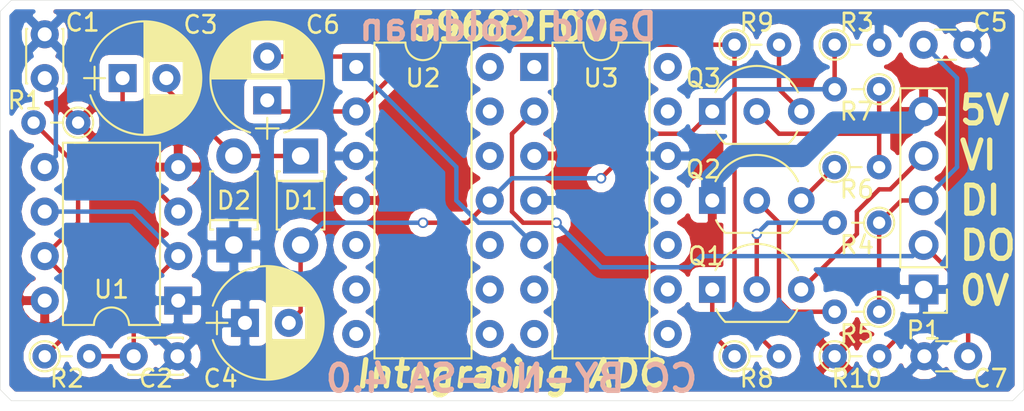
<source format=kicad_pcb>
(kicad_pcb (version 4) (host pcbnew 4.0.1-stable)

  (general
    (links 51)
    (no_connects 0)
    (area 93.967299 93.967299 152.412701 117.634)
    (thickness 1.6)
    (drawings 13)
    (tracks 99)
    (zones 0)
    (modules 26)
    (nets 20)
  )

  (page A4)
  (layers
    (0 F.Cu signal)
    (31 B.Cu signal)
    (32 B.Adhes user)
    (33 F.Adhes user)
    (34 B.Paste user)
    (35 F.Paste user)
    (36 B.SilkS user)
    (37 F.SilkS user)
    (38 B.Mask user)
    (39 F.Mask user)
    (40 Dwgs.User user)
    (41 Cmts.User user)
    (42 Eco1.User user)
    (43 Eco2.User user)
    (44 Edge.Cuts user)
    (45 Margin user)
    (46 B.CrtYd user)
    (47 F.CrtYd user)
    (48 B.Fab user)
    (49 F.Fab user)
  )

  (setup
    (last_trace_width 0.254)
    (trace_clearance 0.254)
    (zone_clearance 0.508)
    (zone_45_only yes)
    (trace_min 0.2)
    (segment_width 0.2)
    (edge_width 0.0254)
    (via_size 0.6)
    (via_drill 0.4)
    (via_min_size 0.4)
    (via_min_drill 0.3)
    (uvia_size 0.3)
    (uvia_drill 0.1)
    (uvias_allowed no)
    (uvia_min_size 0.2)
    (uvia_min_drill 0.1)
    (pcb_text_width 0.3)
    (pcb_text_size 1.5 1.5)
    (mod_edge_width 0.15)
    (mod_text_size 1 1)
    (mod_text_width 0.15)
    (pad_size 1.524 1.524)
    (pad_drill 0.762)
    (pad_to_mask_clearance 0.2)
    (aux_axis_origin 0 0)
    (visible_elements 7FFEFF7F)
    (pcbplotparams
      (layerselection 0x010f0_80000001)
      (usegerberextensions true)
      (excludeedgelayer true)
      (linewidth 0.025400)
      (plotframeref false)
      (viasonmask true)
      (mode 1)
      (useauxorigin false)
      (hpglpennumber 1)
      (hpglpenspeed 20)
      (hpglpendiameter 15)
      (hpglpenoverlay 2)
      (psnegative false)
      (psa4output false)
      (plotreference true)
      (plotvalue true)
      (plotinvisibletext false)
      (padsonsilk false)
      (subtractmaskfromsilk false)
      (outputformat 1)
      (mirror false)
      (drillshape 0)
      (scaleselection 1)
      (outputdirectory gerbers/))
  )

  (net 0 "")
  (net 1 GND)
  (net 2 "Net-(C1-Pad1)")
  (net 3 "Net-(C2-Pad1)")
  (net 4 "Net-(R1-Pad2)")
  (net 5 VCC)
  (net 6 "Net-(C3-Pad1)")
  (net 7 "Net-(C3-Pad2)")
  (net 8 "Net-(C4-Pad2)")
  (net 9 /DOUT)
  (net 10 /DIN)
  (net 11 /Vin)
  (net 12 "Net-(Q1-Pad2)")
  (net 13 "Net-(Q1-Pad1)")
  (net 14 "Net-(Q2-Pad2)")
  (net 15 "Net-(Q2-Pad3)")
  (net 16 "Net-(Q3-Pad2)")
  (net 17 "Net-(Q3-Pad3)")
  (net 18 "Net-(C6-Pad1)")
  (net 19 "Net-(C6-Pad2)")

  (net_class Default "This is the default net class."
    (clearance 0.254)
    (trace_width 0.254)
    (via_dia 0.6)
    (via_drill 0.4)
    (uvia_dia 0.3)
    (uvia_drill 0.1)
    (add_net /DIN)
    (add_net /DOUT)
    (add_net /Vin)
    (add_net "Net-(C1-Pad1)")
    (add_net "Net-(C2-Pad1)")
    (add_net "Net-(C3-Pad1)")
    (add_net "Net-(C3-Pad2)")
    (add_net "Net-(C4-Pad2)")
    (add_net "Net-(C6-Pad1)")
    (add_net "Net-(C6-Pad2)")
    (add_net "Net-(Q1-Pad1)")
    (add_net "Net-(Q1-Pad2)")
    (add_net "Net-(Q2-Pad2)")
    (add_net "Net-(Q2-Pad3)")
    (add_net "Net-(Q3-Pad2)")
    (add_net "Net-(Q3-Pad3)")
    (add_net "Net-(R1-Pad2)")
  )

  (net_class Power ""
    (clearance 0.254)
    (trace_width 1.27)
    (via_dia 0.6)
    (via_drill 0.4)
    (uvia_dia 0.3)
    (uvia_drill 0.1)
    (add_net GND)
    (add_net VCC)
  )

  (module Capacitors_ThroughHole:CP_Radial_D6.3mm_P2.50mm (layer F.Cu) (tedit 5980F793) (tstamp 595E9250)
    (at 100.965 98.425)
    (descr "CP, Radial series, Radial, pin pitch=2.50mm, , diameter=6.3mm, Electrolytic Capacitor")
    (tags "CP Radial series Radial pin pitch 2.50mm  diameter 6.3mm Electrolytic Capacitor")
    (path /593C1827)
    (fp_text reference C3 (at 4.445 -3.048) (layer F.SilkS)
      (effects (font (size 1 1) (thickness 0.15)))
    )
    (fp_text value 22u (at 1.25 4.21) (layer F.Fab)
      (effects (font (size 1 1) (thickness 0.15)))
    )
    (fp_text user %R (at 1.1 0) (layer F.Fab)
      (effects (font (size 1 1) (thickness 0.15)))
    )
    (fp_line (start -2.2 0) (end -1 0) (layer F.Fab) (width 0.1))
    (fp_line (start -1.6 -0.65) (end -1.6 0.65) (layer F.Fab) (width 0.1))
    (fp_line (start 1.25 -3.2) (end 1.25 3.2) (layer F.SilkS) (width 0.12))
    (fp_line (start 1.29 -3.2) (end 1.29 3.2) (layer F.SilkS) (width 0.12))
    (fp_line (start 1.33 -3.2) (end 1.33 3.2) (layer F.SilkS) (width 0.12))
    (fp_line (start 1.37 -3.198) (end 1.37 3.198) (layer F.SilkS) (width 0.12))
    (fp_line (start 1.41 -3.197) (end 1.41 3.197) (layer F.SilkS) (width 0.12))
    (fp_line (start 1.45 -3.194) (end 1.45 3.194) (layer F.SilkS) (width 0.12))
    (fp_line (start 1.49 -3.192) (end 1.49 3.192) (layer F.SilkS) (width 0.12))
    (fp_line (start 1.53 -3.188) (end 1.53 -0.98) (layer F.SilkS) (width 0.12))
    (fp_line (start 1.53 0.98) (end 1.53 3.188) (layer F.SilkS) (width 0.12))
    (fp_line (start 1.57 -3.185) (end 1.57 -0.98) (layer F.SilkS) (width 0.12))
    (fp_line (start 1.57 0.98) (end 1.57 3.185) (layer F.SilkS) (width 0.12))
    (fp_line (start 1.61 -3.18) (end 1.61 -0.98) (layer F.SilkS) (width 0.12))
    (fp_line (start 1.61 0.98) (end 1.61 3.18) (layer F.SilkS) (width 0.12))
    (fp_line (start 1.65 -3.176) (end 1.65 -0.98) (layer F.SilkS) (width 0.12))
    (fp_line (start 1.65 0.98) (end 1.65 3.176) (layer F.SilkS) (width 0.12))
    (fp_line (start 1.69 -3.17) (end 1.69 -0.98) (layer F.SilkS) (width 0.12))
    (fp_line (start 1.69 0.98) (end 1.69 3.17) (layer F.SilkS) (width 0.12))
    (fp_line (start 1.73 -3.165) (end 1.73 -0.98) (layer F.SilkS) (width 0.12))
    (fp_line (start 1.73 0.98) (end 1.73 3.165) (layer F.SilkS) (width 0.12))
    (fp_line (start 1.77 -3.158) (end 1.77 -0.98) (layer F.SilkS) (width 0.12))
    (fp_line (start 1.77 0.98) (end 1.77 3.158) (layer F.SilkS) (width 0.12))
    (fp_line (start 1.81 -3.152) (end 1.81 -0.98) (layer F.SilkS) (width 0.12))
    (fp_line (start 1.81 0.98) (end 1.81 3.152) (layer F.SilkS) (width 0.12))
    (fp_line (start 1.85 -3.144) (end 1.85 -0.98) (layer F.SilkS) (width 0.12))
    (fp_line (start 1.85 0.98) (end 1.85 3.144) (layer F.SilkS) (width 0.12))
    (fp_line (start 1.89 -3.137) (end 1.89 -0.98) (layer F.SilkS) (width 0.12))
    (fp_line (start 1.89 0.98) (end 1.89 3.137) (layer F.SilkS) (width 0.12))
    (fp_line (start 1.93 -3.128) (end 1.93 -0.98) (layer F.SilkS) (width 0.12))
    (fp_line (start 1.93 0.98) (end 1.93 3.128) (layer F.SilkS) (width 0.12))
    (fp_line (start 1.971 -3.119) (end 1.971 -0.98) (layer F.SilkS) (width 0.12))
    (fp_line (start 1.971 0.98) (end 1.971 3.119) (layer F.SilkS) (width 0.12))
    (fp_line (start 2.011 -3.11) (end 2.011 -0.98) (layer F.SilkS) (width 0.12))
    (fp_line (start 2.011 0.98) (end 2.011 3.11) (layer F.SilkS) (width 0.12))
    (fp_line (start 2.051 -3.1) (end 2.051 -0.98) (layer F.SilkS) (width 0.12))
    (fp_line (start 2.051 0.98) (end 2.051 3.1) (layer F.SilkS) (width 0.12))
    (fp_line (start 2.091 -3.09) (end 2.091 -0.98) (layer F.SilkS) (width 0.12))
    (fp_line (start 2.091 0.98) (end 2.091 3.09) (layer F.SilkS) (width 0.12))
    (fp_line (start 2.131 -3.079) (end 2.131 -0.98) (layer F.SilkS) (width 0.12))
    (fp_line (start 2.131 0.98) (end 2.131 3.079) (layer F.SilkS) (width 0.12))
    (fp_line (start 2.171 -3.067) (end 2.171 -0.98) (layer F.SilkS) (width 0.12))
    (fp_line (start 2.171 0.98) (end 2.171 3.067) (layer F.SilkS) (width 0.12))
    (fp_line (start 2.211 -3.055) (end 2.211 -0.98) (layer F.SilkS) (width 0.12))
    (fp_line (start 2.211 0.98) (end 2.211 3.055) (layer F.SilkS) (width 0.12))
    (fp_line (start 2.251 -3.042) (end 2.251 -0.98) (layer F.SilkS) (width 0.12))
    (fp_line (start 2.251 0.98) (end 2.251 3.042) (layer F.SilkS) (width 0.12))
    (fp_line (start 2.291 -3.029) (end 2.291 -0.98) (layer F.SilkS) (width 0.12))
    (fp_line (start 2.291 0.98) (end 2.291 3.029) (layer F.SilkS) (width 0.12))
    (fp_line (start 2.331 -3.015) (end 2.331 -0.98) (layer F.SilkS) (width 0.12))
    (fp_line (start 2.331 0.98) (end 2.331 3.015) (layer F.SilkS) (width 0.12))
    (fp_line (start 2.371 -3.001) (end 2.371 -0.98) (layer F.SilkS) (width 0.12))
    (fp_line (start 2.371 0.98) (end 2.371 3.001) (layer F.SilkS) (width 0.12))
    (fp_line (start 2.411 -2.986) (end 2.411 -0.98) (layer F.SilkS) (width 0.12))
    (fp_line (start 2.411 0.98) (end 2.411 2.986) (layer F.SilkS) (width 0.12))
    (fp_line (start 2.451 -2.97) (end 2.451 -0.98) (layer F.SilkS) (width 0.12))
    (fp_line (start 2.451 0.98) (end 2.451 2.97) (layer F.SilkS) (width 0.12))
    (fp_line (start 2.491 -2.954) (end 2.491 -0.98) (layer F.SilkS) (width 0.12))
    (fp_line (start 2.491 0.98) (end 2.491 2.954) (layer F.SilkS) (width 0.12))
    (fp_line (start 2.531 -2.937) (end 2.531 -0.98) (layer F.SilkS) (width 0.12))
    (fp_line (start 2.531 0.98) (end 2.531 2.937) (layer F.SilkS) (width 0.12))
    (fp_line (start 2.571 -2.919) (end 2.571 -0.98) (layer F.SilkS) (width 0.12))
    (fp_line (start 2.571 0.98) (end 2.571 2.919) (layer F.SilkS) (width 0.12))
    (fp_line (start 2.611 -2.901) (end 2.611 -0.98) (layer F.SilkS) (width 0.12))
    (fp_line (start 2.611 0.98) (end 2.611 2.901) (layer F.SilkS) (width 0.12))
    (fp_line (start 2.651 -2.882) (end 2.651 -0.98) (layer F.SilkS) (width 0.12))
    (fp_line (start 2.651 0.98) (end 2.651 2.882) (layer F.SilkS) (width 0.12))
    (fp_line (start 2.691 -2.863) (end 2.691 -0.98) (layer F.SilkS) (width 0.12))
    (fp_line (start 2.691 0.98) (end 2.691 2.863) (layer F.SilkS) (width 0.12))
    (fp_line (start 2.731 -2.843) (end 2.731 -0.98) (layer F.SilkS) (width 0.12))
    (fp_line (start 2.731 0.98) (end 2.731 2.843) (layer F.SilkS) (width 0.12))
    (fp_line (start 2.771 -2.822) (end 2.771 -0.98) (layer F.SilkS) (width 0.12))
    (fp_line (start 2.771 0.98) (end 2.771 2.822) (layer F.SilkS) (width 0.12))
    (fp_line (start 2.811 -2.8) (end 2.811 -0.98) (layer F.SilkS) (width 0.12))
    (fp_line (start 2.811 0.98) (end 2.811 2.8) (layer F.SilkS) (width 0.12))
    (fp_line (start 2.851 -2.778) (end 2.851 -0.98) (layer F.SilkS) (width 0.12))
    (fp_line (start 2.851 0.98) (end 2.851 2.778) (layer F.SilkS) (width 0.12))
    (fp_line (start 2.891 -2.755) (end 2.891 -0.98) (layer F.SilkS) (width 0.12))
    (fp_line (start 2.891 0.98) (end 2.891 2.755) (layer F.SilkS) (width 0.12))
    (fp_line (start 2.931 -2.731) (end 2.931 -0.98) (layer F.SilkS) (width 0.12))
    (fp_line (start 2.931 0.98) (end 2.931 2.731) (layer F.SilkS) (width 0.12))
    (fp_line (start 2.971 -2.706) (end 2.971 -0.98) (layer F.SilkS) (width 0.12))
    (fp_line (start 2.971 0.98) (end 2.971 2.706) (layer F.SilkS) (width 0.12))
    (fp_line (start 3.011 -2.681) (end 3.011 -0.98) (layer F.SilkS) (width 0.12))
    (fp_line (start 3.011 0.98) (end 3.011 2.681) (layer F.SilkS) (width 0.12))
    (fp_line (start 3.051 -2.654) (end 3.051 -0.98) (layer F.SilkS) (width 0.12))
    (fp_line (start 3.051 0.98) (end 3.051 2.654) (layer F.SilkS) (width 0.12))
    (fp_line (start 3.091 -2.627) (end 3.091 -0.98) (layer F.SilkS) (width 0.12))
    (fp_line (start 3.091 0.98) (end 3.091 2.627) (layer F.SilkS) (width 0.12))
    (fp_line (start 3.131 -2.599) (end 3.131 -0.98) (layer F.SilkS) (width 0.12))
    (fp_line (start 3.131 0.98) (end 3.131 2.599) (layer F.SilkS) (width 0.12))
    (fp_line (start 3.171 -2.57) (end 3.171 -0.98) (layer F.SilkS) (width 0.12))
    (fp_line (start 3.171 0.98) (end 3.171 2.57) (layer F.SilkS) (width 0.12))
    (fp_line (start 3.211 -2.54) (end 3.211 -0.98) (layer F.SilkS) (width 0.12))
    (fp_line (start 3.211 0.98) (end 3.211 2.54) (layer F.SilkS) (width 0.12))
    (fp_line (start 3.251 -2.51) (end 3.251 -0.98) (layer F.SilkS) (width 0.12))
    (fp_line (start 3.251 0.98) (end 3.251 2.51) (layer F.SilkS) (width 0.12))
    (fp_line (start 3.291 -2.478) (end 3.291 -0.98) (layer F.SilkS) (width 0.12))
    (fp_line (start 3.291 0.98) (end 3.291 2.478) (layer F.SilkS) (width 0.12))
    (fp_line (start 3.331 -2.445) (end 3.331 -0.98) (layer F.SilkS) (width 0.12))
    (fp_line (start 3.331 0.98) (end 3.331 2.445) (layer F.SilkS) (width 0.12))
    (fp_line (start 3.371 -2.411) (end 3.371 -0.98) (layer F.SilkS) (width 0.12))
    (fp_line (start 3.371 0.98) (end 3.371 2.411) (layer F.SilkS) (width 0.12))
    (fp_line (start 3.411 -2.375) (end 3.411 -0.98) (layer F.SilkS) (width 0.12))
    (fp_line (start 3.411 0.98) (end 3.411 2.375) (layer F.SilkS) (width 0.12))
    (fp_line (start 3.451 -2.339) (end 3.451 -0.98) (layer F.SilkS) (width 0.12))
    (fp_line (start 3.451 0.98) (end 3.451 2.339) (layer F.SilkS) (width 0.12))
    (fp_line (start 3.491 -2.301) (end 3.491 2.301) (layer F.SilkS) (width 0.12))
    (fp_line (start 3.531 -2.262) (end 3.531 2.262) (layer F.SilkS) (width 0.12))
    (fp_line (start 3.571 -2.222) (end 3.571 2.222) (layer F.SilkS) (width 0.12))
    (fp_line (start 3.611 -2.18) (end 3.611 2.18) (layer F.SilkS) (width 0.12))
    (fp_line (start 3.651 -2.137) (end 3.651 2.137) (layer F.SilkS) (width 0.12))
    (fp_line (start 3.691 -2.092) (end 3.691 2.092) (layer F.SilkS) (width 0.12))
    (fp_line (start 3.731 -2.045) (end 3.731 2.045) (layer F.SilkS) (width 0.12))
    (fp_line (start 3.771 -1.997) (end 3.771 1.997) (layer F.SilkS) (width 0.12))
    (fp_line (start 3.811 -1.946) (end 3.811 1.946) (layer F.SilkS) (width 0.12))
    (fp_line (start 3.851 -1.894) (end 3.851 1.894) (layer F.SilkS) (width 0.12))
    (fp_line (start 3.891 -1.839) (end 3.891 1.839) (layer F.SilkS) (width 0.12))
    (fp_line (start 3.931 -1.781) (end 3.931 1.781) (layer F.SilkS) (width 0.12))
    (fp_line (start 3.971 -1.721) (end 3.971 1.721) (layer F.SilkS) (width 0.12))
    (fp_line (start 4.011 -1.658) (end 4.011 1.658) (layer F.SilkS) (width 0.12))
    (fp_line (start 4.051 -1.591) (end 4.051 1.591) (layer F.SilkS) (width 0.12))
    (fp_line (start 4.091 -1.52) (end 4.091 1.52) (layer F.SilkS) (width 0.12))
    (fp_line (start 4.131 -1.445) (end 4.131 1.445) (layer F.SilkS) (width 0.12))
    (fp_line (start 4.171 -1.364) (end 4.171 1.364) (layer F.SilkS) (width 0.12))
    (fp_line (start 4.211 -1.278) (end 4.211 1.278) (layer F.SilkS) (width 0.12))
    (fp_line (start 4.251 -1.184) (end 4.251 1.184) (layer F.SilkS) (width 0.12))
    (fp_line (start 4.291 -1.081) (end 4.291 1.081) (layer F.SilkS) (width 0.12))
    (fp_line (start 4.331 -0.966) (end 4.331 0.966) (layer F.SilkS) (width 0.12))
    (fp_line (start 4.371 -0.834) (end 4.371 0.834) (layer F.SilkS) (width 0.12))
    (fp_line (start 4.411 -0.676) (end 4.411 0.676) (layer F.SilkS) (width 0.12))
    (fp_line (start 4.451 -0.468) (end 4.451 0.468) (layer F.SilkS) (width 0.12))
    (fp_line (start -2.2 0) (end -1 0) (layer F.SilkS) (width 0.12))
    (fp_line (start -1.6 -0.65) (end -1.6 0.65) (layer F.SilkS) (width 0.12))
    (fp_line (start -2.25 -3.5) (end -2.25 3.5) (layer F.CrtYd) (width 0.05))
    (fp_line (start -2.25 3.5) (end 4.75 3.5) (layer F.CrtYd) (width 0.05))
    (fp_line (start 4.75 3.5) (end 4.75 -3.5) (layer F.CrtYd) (width 0.05))
    (fp_line (start 4.75 -3.5) (end -2.25 -3.5) (layer F.CrtYd) (width 0.05))
    (fp_circle (center 1.25 0) (end 4.4 0) (layer F.Fab) (width 0.1))
    (fp_arc (start 1.25 0) (end -1.838236 -0.98) (angle 144.8) (layer F.SilkS) (width 0.12))
    (fp_arc (start 1.25 0) (end -1.838236 0.98) (angle -144.8) (layer F.SilkS) (width 0.12))
    (fp_arc (start 1.25 0) (end 4.338236 -0.98) (angle 35.2) (layer F.SilkS) (width 0.12))
    (pad 1 thru_hole rect (at 0 0) (size 1.6 1.6) (drill 0.8) (layers *.Cu *.Mask)
      (net 6 "Net-(C3-Pad1)"))
    (pad 2 thru_hole circle (at 2.5 0) (size 1.6 1.6) (drill 0.8) (layers *.Cu *.Mask)
      (net 7 "Net-(C3-Pad2)"))
    (model ${KISYS3DMOD}/Capacitors_THT.3dshapes/CP_Radial_D6.3mm_P2.50mm.wrl
      (at (xyz 0 0 0))
      (scale (xyz 1 1 1))
      (rotate (xyz 0 0 0))
    )
  )

  (module Capacitors_ThroughHole:CP_Radial_D6.3mm_P2.50mm (layer F.Cu) (tedit 5980F7FE) (tstamp 595E9256)
    (at 107.95 112.395)
    (descr "CP, Radial series, Radial, pin pitch=2.50mm, , diameter=6.3mm, Electrolytic Capacitor")
    (tags "CP Radial series Radial pin pitch 2.50mm  diameter 6.3mm Electrolytic Capacitor")
    (path /593C18CB)
    (fp_text reference C4 (at -1.397 3.175) (layer F.SilkS)
      (effects (font (size 1 1) (thickness 0.15)))
    )
    (fp_text value 22u (at 1.25 4.21) (layer F.Fab)
      (effects (font (size 1 1) (thickness 0.15)))
    )
    (fp_text user %R (at 1.1 0) (layer F.Fab)
      (effects (font (size 1 1) (thickness 0.15)))
    )
    (fp_line (start -2.2 0) (end -1 0) (layer F.Fab) (width 0.1))
    (fp_line (start -1.6 -0.65) (end -1.6 0.65) (layer F.Fab) (width 0.1))
    (fp_line (start 1.25 -3.2) (end 1.25 3.2) (layer F.SilkS) (width 0.12))
    (fp_line (start 1.29 -3.2) (end 1.29 3.2) (layer F.SilkS) (width 0.12))
    (fp_line (start 1.33 -3.2) (end 1.33 3.2) (layer F.SilkS) (width 0.12))
    (fp_line (start 1.37 -3.198) (end 1.37 3.198) (layer F.SilkS) (width 0.12))
    (fp_line (start 1.41 -3.197) (end 1.41 3.197) (layer F.SilkS) (width 0.12))
    (fp_line (start 1.45 -3.194) (end 1.45 3.194) (layer F.SilkS) (width 0.12))
    (fp_line (start 1.49 -3.192) (end 1.49 3.192) (layer F.SilkS) (width 0.12))
    (fp_line (start 1.53 -3.188) (end 1.53 -0.98) (layer F.SilkS) (width 0.12))
    (fp_line (start 1.53 0.98) (end 1.53 3.188) (layer F.SilkS) (width 0.12))
    (fp_line (start 1.57 -3.185) (end 1.57 -0.98) (layer F.SilkS) (width 0.12))
    (fp_line (start 1.57 0.98) (end 1.57 3.185) (layer F.SilkS) (width 0.12))
    (fp_line (start 1.61 -3.18) (end 1.61 -0.98) (layer F.SilkS) (width 0.12))
    (fp_line (start 1.61 0.98) (end 1.61 3.18) (layer F.SilkS) (width 0.12))
    (fp_line (start 1.65 -3.176) (end 1.65 -0.98) (layer F.SilkS) (width 0.12))
    (fp_line (start 1.65 0.98) (end 1.65 3.176) (layer F.SilkS) (width 0.12))
    (fp_line (start 1.69 -3.17) (end 1.69 -0.98) (layer F.SilkS) (width 0.12))
    (fp_line (start 1.69 0.98) (end 1.69 3.17) (layer F.SilkS) (width 0.12))
    (fp_line (start 1.73 -3.165) (end 1.73 -0.98) (layer F.SilkS) (width 0.12))
    (fp_line (start 1.73 0.98) (end 1.73 3.165) (layer F.SilkS) (width 0.12))
    (fp_line (start 1.77 -3.158) (end 1.77 -0.98) (layer F.SilkS) (width 0.12))
    (fp_line (start 1.77 0.98) (end 1.77 3.158) (layer F.SilkS) (width 0.12))
    (fp_line (start 1.81 -3.152) (end 1.81 -0.98) (layer F.SilkS) (width 0.12))
    (fp_line (start 1.81 0.98) (end 1.81 3.152) (layer F.SilkS) (width 0.12))
    (fp_line (start 1.85 -3.144) (end 1.85 -0.98) (layer F.SilkS) (width 0.12))
    (fp_line (start 1.85 0.98) (end 1.85 3.144) (layer F.SilkS) (width 0.12))
    (fp_line (start 1.89 -3.137) (end 1.89 -0.98) (layer F.SilkS) (width 0.12))
    (fp_line (start 1.89 0.98) (end 1.89 3.137) (layer F.SilkS) (width 0.12))
    (fp_line (start 1.93 -3.128) (end 1.93 -0.98) (layer F.SilkS) (width 0.12))
    (fp_line (start 1.93 0.98) (end 1.93 3.128) (layer F.SilkS) (width 0.12))
    (fp_line (start 1.971 -3.119) (end 1.971 -0.98) (layer F.SilkS) (width 0.12))
    (fp_line (start 1.971 0.98) (end 1.971 3.119) (layer F.SilkS) (width 0.12))
    (fp_line (start 2.011 -3.11) (end 2.011 -0.98) (layer F.SilkS) (width 0.12))
    (fp_line (start 2.011 0.98) (end 2.011 3.11) (layer F.SilkS) (width 0.12))
    (fp_line (start 2.051 -3.1) (end 2.051 -0.98) (layer F.SilkS) (width 0.12))
    (fp_line (start 2.051 0.98) (end 2.051 3.1) (layer F.SilkS) (width 0.12))
    (fp_line (start 2.091 -3.09) (end 2.091 -0.98) (layer F.SilkS) (width 0.12))
    (fp_line (start 2.091 0.98) (end 2.091 3.09) (layer F.SilkS) (width 0.12))
    (fp_line (start 2.131 -3.079) (end 2.131 -0.98) (layer F.SilkS) (width 0.12))
    (fp_line (start 2.131 0.98) (end 2.131 3.079) (layer F.SilkS) (width 0.12))
    (fp_line (start 2.171 -3.067) (end 2.171 -0.98) (layer F.SilkS) (width 0.12))
    (fp_line (start 2.171 0.98) (end 2.171 3.067) (layer F.SilkS) (width 0.12))
    (fp_line (start 2.211 -3.055) (end 2.211 -0.98) (layer F.SilkS) (width 0.12))
    (fp_line (start 2.211 0.98) (end 2.211 3.055) (layer F.SilkS) (width 0.12))
    (fp_line (start 2.251 -3.042) (end 2.251 -0.98) (layer F.SilkS) (width 0.12))
    (fp_line (start 2.251 0.98) (end 2.251 3.042) (layer F.SilkS) (width 0.12))
    (fp_line (start 2.291 -3.029) (end 2.291 -0.98) (layer F.SilkS) (width 0.12))
    (fp_line (start 2.291 0.98) (end 2.291 3.029) (layer F.SilkS) (width 0.12))
    (fp_line (start 2.331 -3.015) (end 2.331 -0.98) (layer F.SilkS) (width 0.12))
    (fp_line (start 2.331 0.98) (end 2.331 3.015) (layer F.SilkS) (width 0.12))
    (fp_line (start 2.371 -3.001) (end 2.371 -0.98) (layer F.SilkS) (width 0.12))
    (fp_line (start 2.371 0.98) (end 2.371 3.001) (layer F.SilkS) (width 0.12))
    (fp_line (start 2.411 -2.986) (end 2.411 -0.98) (layer F.SilkS) (width 0.12))
    (fp_line (start 2.411 0.98) (end 2.411 2.986) (layer F.SilkS) (width 0.12))
    (fp_line (start 2.451 -2.97) (end 2.451 -0.98) (layer F.SilkS) (width 0.12))
    (fp_line (start 2.451 0.98) (end 2.451 2.97) (layer F.SilkS) (width 0.12))
    (fp_line (start 2.491 -2.954) (end 2.491 -0.98) (layer F.SilkS) (width 0.12))
    (fp_line (start 2.491 0.98) (end 2.491 2.954) (layer F.SilkS) (width 0.12))
    (fp_line (start 2.531 -2.937) (end 2.531 -0.98) (layer F.SilkS) (width 0.12))
    (fp_line (start 2.531 0.98) (end 2.531 2.937) (layer F.SilkS) (width 0.12))
    (fp_line (start 2.571 -2.919) (end 2.571 -0.98) (layer F.SilkS) (width 0.12))
    (fp_line (start 2.571 0.98) (end 2.571 2.919) (layer F.SilkS) (width 0.12))
    (fp_line (start 2.611 -2.901) (end 2.611 -0.98) (layer F.SilkS) (width 0.12))
    (fp_line (start 2.611 0.98) (end 2.611 2.901) (layer F.SilkS) (width 0.12))
    (fp_line (start 2.651 -2.882) (end 2.651 -0.98) (layer F.SilkS) (width 0.12))
    (fp_line (start 2.651 0.98) (end 2.651 2.882) (layer F.SilkS) (width 0.12))
    (fp_line (start 2.691 -2.863) (end 2.691 -0.98) (layer F.SilkS) (width 0.12))
    (fp_line (start 2.691 0.98) (end 2.691 2.863) (layer F.SilkS) (width 0.12))
    (fp_line (start 2.731 -2.843) (end 2.731 -0.98) (layer F.SilkS) (width 0.12))
    (fp_line (start 2.731 0.98) (end 2.731 2.843) (layer F.SilkS) (width 0.12))
    (fp_line (start 2.771 -2.822) (end 2.771 -0.98) (layer F.SilkS) (width 0.12))
    (fp_line (start 2.771 0.98) (end 2.771 2.822) (layer F.SilkS) (width 0.12))
    (fp_line (start 2.811 -2.8) (end 2.811 -0.98) (layer F.SilkS) (width 0.12))
    (fp_line (start 2.811 0.98) (end 2.811 2.8) (layer F.SilkS) (width 0.12))
    (fp_line (start 2.851 -2.778) (end 2.851 -0.98) (layer F.SilkS) (width 0.12))
    (fp_line (start 2.851 0.98) (end 2.851 2.778) (layer F.SilkS) (width 0.12))
    (fp_line (start 2.891 -2.755) (end 2.891 -0.98) (layer F.SilkS) (width 0.12))
    (fp_line (start 2.891 0.98) (end 2.891 2.755) (layer F.SilkS) (width 0.12))
    (fp_line (start 2.931 -2.731) (end 2.931 -0.98) (layer F.SilkS) (width 0.12))
    (fp_line (start 2.931 0.98) (end 2.931 2.731) (layer F.SilkS) (width 0.12))
    (fp_line (start 2.971 -2.706) (end 2.971 -0.98) (layer F.SilkS) (width 0.12))
    (fp_line (start 2.971 0.98) (end 2.971 2.706) (layer F.SilkS) (width 0.12))
    (fp_line (start 3.011 -2.681) (end 3.011 -0.98) (layer F.SilkS) (width 0.12))
    (fp_line (start 3.011 0.98) (end 3.011 2.681) (layer F.SilkS) (width 0.12))
    (fp_line (start 3.051 -2.654) (end 3.051 -0.98) (layer F.SilkS) (width 0.12))
    (fp_line (start 3.051 0.98) (end 3.051 2.654) (layer F.SilkS) (width 0.12))
    (fp_line (start 3.091 -2.627) (end 3.091 -0.98) (layer F.SilkS) (width 0.12))
    (fp_line (start 3.091 0.98) (end 3.091 2.627) (layer F.SilkS) (width 0.12))
    (fp_line (start 3.131 -2.599) (end 3.131 -0.98) (layer F.SilkS) (width 0.12))
    (fp_line (start 3.131 0.98) (end 3.131 2.599) (layer F.SilkS) (width 0.12))
    (fp_line (start 3.171 -2.57) (end 3.171 -0.98) (layer F.SilkS) (width 0.12))
    (fp_line (start 3.171 0.98) (end 3.171 2.57) (layer F.SilkS) (width 0.12))
    (fp_line (start 3.211 -2.54) (end 3.211 -0.98) (layer F.SilkS) (width 0.12))
    (fp_line (start 3.211 0.98) (end 3.211 2.54) (layer F.SilkS) (width 0.12))
    (fp_line (start 3.251 -2.51) (end 3.251 -0.98) (layer F.SilkS) (width 0.12))
    (fp_line (start 3.251 0.98) (end 3.251 2.51) (layer F.SilkS) (width 0.12))
    (fp_line (start 3.291 -2.478) (end 3.291 -0.98) (layer F.SilkS) (width 0.12))
    (fp_line (start 3.291 0.98) (end 3.291 2.478) (layer F.SilkS) (width 0.12))
    (fp_line (start 3.331 -2.445) (end 3.331 -0.98) (layer F.SilkS) (width 0.12))
    (fp_line (start 3.331 0.98) (end 3.331 2.445) (layer F.SilkS) (width 0.12))
    (fp_line (start 3.371 -2.411) (end 3.371 -0.98) (layer F.SilkS) (width 0.12))
    (fp_line (start 3.371 0.98) (end 3.371 2.411) (layer F.SilkS) (width 0.12))
    (fp_line (start 3.411 -2.375) (end 3.411 -0.98) (layer F.SilkS) (width 0.12))
    (fp_line (start 3.411 0.98) (end 3.411 2.375) (layer F.SilkS) (width 0.12))
    (fp_line (start 3.451 -2.339) (end 3.451 -0.98) (layer F.SilkS) (width 0.12))
    (fp_line (start 3.451 0.98) (end 3.451 2.339) (layer F.SilkS) (width 0.12))
    (fp_line (start 3.491 -2.301) (end 3.491 2.301) (layer F.SilkS) (width 0.12))
    (fp_line (start 3.531 -2.262) (end 3.531 2.262) (layer F.SilkS) (width 0.12))
    (fp_line (start 3.571 -2.222) (end 3.571 2.222) (layer F.SilkS) (width 0.12))
    (fp_line (start 3.611 -2.18) (end 3.611 2.18) (layer F.SilkS) (width 0.12))
    (fp_line (start 3.651 -2.137) (end 3.651 2.137) (layer F.SilkS) (width 0.12))
    (fp_line (start 3.691 -2.092) (end 3.691 2.092) (layer F.SilkS) (width 0.12))
    (fp_line (start 3.731 -2.045) (end 3.731 2.045) (layer F.SilkS) (width 0.12))
    (fp_line (start 3.771 -1.997) (end 3.771 1.997) (layer F.SilkS) (width 0.12))
    (fp_line (start 3.811 -1.946) (end 3.811 1.946) (layer F.SilkS) (width 0.12))
    (fp_line (start 3.851 -1.894) (end 3.851 1.894) (layer F.SilkS) (width 0.12))
    (fp_line (start 3.891 -1.839) (end 3.891 1.839) (layer F.SilkS) (width 0.12))
    (fp_line (start 3.931 -1.781) (end 3.931 1.781) (layer F.SilkS) (width 0.12))
    (fp_line (start 3.971 -1.721) (end 3.971 1.721) (layer F.SilkS) (width 0.12))
    (fp_line (start 4.011 -1.658) (end 4.011 1.658) (layer F.SilkS) (width 0.12))
    (fp_line (start 4.051 -1.591) (end 4.051 1.591) (layer F.SilkS) (width 0.12))
    (fp_line (start 4.091 -1.52) (end 4.091 1.52) (layer F.SilkS) (width 0.12))
    (fp_line (start 4.131 -1.445) (end 4.131 1.445) (layer F.SilkS) (width 0.12))
    (fp_line (start 4.171 -1.364) (end 4.171 1.364) (layer F.SilkS) (width 0.12))
    (fp_line (start 4.211 -1.278) (end 4.211 1.278) (layer F.SilkS) (width 0.12))
    (fp_line (start 4.251 -1.184) (end 4.251 1.184) (layer F.SilkS) (width 0.12))
    (fp_line (start 4.291 -1.081) (end 4.291 1.081) (layer F.SilkS) (width 0.12))
    (fp_line (start 4.331 -0.966) (end 4.331 0.966) (layer F.SilkS) (width 0.12))
    (fp_line (start 4.371 -0.834) (end 4.371 0.834) (layer F.SilkS) (width 0.12))
    (fp_line (start 4.411 -0.676) (end 4.411 0.676) (layer F.SilkS) (width 0.12))
    (fp_line (start 4.451 -0.468) (end 4.451 0.468) (layer F.SilkS) (width 0.12))
    (fp_line (start -2.2 0) (end -1 0) (layer F.SilkS) (width 0.12))
    (fp_line (start -1.6 -0.65) (end -1.6 0.65) (layer F.SilkS) (width 0.12))
    (fp_line (start -2.25 -3.5) (end -2.25 3.5) (layer F.CrtYd) (width 0.05))
    (fp_line (start -2.25 3.5) (end 4.75 3.5) (layer F.CrtYd) (width 0.05))
    (fp_line (start 4.75 3.5) (end 4.75 -3.5) (layer F.CrtYd) (width 0.05))
    (fp_line (start 4.75 -3.5) (end -2.25 -3.5) (layer F.CrtYd) (width 0.05))
    (fp_circle (center 1.25 0) (end 4.4 0) (layer F.Fab) (width 0.1))
    (fp_arc (start 1.25 0) (end -1.838236 -0.98) (angle 144.8) (layer F.SilkS) (width 0.12))
    (fp_arc (start 1.25 0) (end -1.838236 0.98) (angle -144.8) (layer F.SilkS) (width 0.12))
    (fp_arc (start 1.25 0) (end 4.338236 -0.98) (angle 35.2) (layer F.SilkS) (width 0.12))
    (pad 1 thru_hole rect (at 0 0) (size 1.6 1.6) (drill 0.8) (layers *.Cu *.Mask)
      (net 1 GND))
    (pad 2 thru_hole circle (at 2.5 0) (size 1.6 1.6) (drill 0.8) (layers *.Cu *.Mask)
      (net 8 "Net-(C4-Pad2)"))
    (model ${KISYS3DMOD}/Capacitors_THT.3dshapes/CP_Radial_D6.3mm_P2.50mm.wrl
      (at (xyz 0 0 0))
      (scale (xyz 1 1 1))
      (rotate (xyz 0 0 0))
    )
  )

  (module Diodes_ThroughHole:D_T-1_P5.08mm_Horizontal (layer F.Cu) (tedit 596785E4) (tstamp 595E9262)
    (at 111.125 102.87 270)
    (descr "D, T-1 series, Axial, Horizontal, pin pitch=5.08mm, , length*diameter=3.2*2.6mm^2, , http://www.diodes.com/_files/packages/T-1.pdf")
    (tags "D T-1 series Axial Horizontal pin pitch 5.08mm  length 3.2mm diameter 2.6mm")
    (path /593C1955)
    (fp_text reference D1 (at 2.54 0 360) (layer F.SilkS)
      (effects (font (size 1 1) (thickness 0.15)))
    )
    (fp_text value 1N4148 (at 2.54 2.36 270) (layer F.Fab)
      (effects (font (size 1 1) (thickness 0.15)))
    )
    (fp_text user %R (at 2.54 0 270) (layer F.Fab)
      (effects (font (size 1 1) (thickness 0.15)))
    )
    (fp_line (start 0.94 -1.3) (end 0.94 1.3) (layer F.Fab) (width 0.1))
    (fp_line (start 0.94 1.3) (end 4.14 1.3) (layer F.Fab) (width 0.1))
    (fp_line (start 4.14 1.3) (end 4.14 -1.3) (layer F.Fab) (width 0.1))
    (fp_line (start 4.14 -1.3) (end 0.94 -1.3) (layer F.Fab) (width 0.1))
    (fp_line (start 0 0) (end 0.94 0) (layer F.Fab) (width 0.1))
    (fp_line (start 5.08 0) (end 4.14 0) (layer F.Fab) (width 0.1))
    (fp_line (start 1.42 -1.3) (end 1.42 1.3) (layer F.Fab) (width 0.1))
    (fp_line (start 0.88 -1.18) (end 0.88 -1.36) (layer F.SilkS) (width 0.12))
    (fp_line (start 0.88 -1.36) (end 4.2 -1.36) (layer F.SilkS) (width 0.12))
    (fp_line (start 4.2 -1.36) (end 4.2 -1.18) (layer F.SilkS) (width 0.12))
    (fp_line (start 0.88 1.18) (end 0.88 1.36) (layer F.SilkS) (width 0.12))
    (fp_line (start 0.88 1.36) (end 4.2 1.36) (layer F.SilkS) (width 0.12))
    (fp_line (start 4.2 1.36) (end 4.2 1.18) (layer F.SilkS) (width 0.12))
    (fp_line (start 1.42 -1.36) (end 1.42 1.36) (layer F.SilkS) (width 0.12))
    (fp_line (start -1.25 -1.65) (end -1.25 1.65) (layer F.CrtYd) (width 0.05))
    (fp_line (start -1.25 1.65) (end 6.35 1.65) (layer F.CrtYd) (width 0.05))
    (fp_line (start 6.35 1.65) (end 6.35 -1.65) (layer F.CrtYd) (width 0.05))
    (fp_line (start 6.35 -1.65) (end -1.25 -1.65) (layer F.CrtYd) (width 0.05))
    (pad 1 thru_hole rect (at 0 0 270) (size 2 2) (drill 1) (layers *.Cu *.Mask)
      (net 7 "Net-(C3-Pad2)"))
    (pad 2 thru_hole oval (at 5.08 0 270) (size 2 2) (drill 1) (layers *.Cu *.Mask)
      (net 8 "Net-(C4-Pad2)"))
    (model ${KISYS3DMOD}/Diodes_THT.3dshapes/D_T-1_P5.08mm_Horizontal.wrl
      (at (xyz 0 0 0))
      (scale (xyz 0.393701 0.393701 0.393701))
      (rotate (xyz 0 0 0))
    )
  )

  (module Diodes_ThroughHole:D_T-1_P5.08mm_Horizontal (layer F.Cu) (tedit 596785E2) (tstamp 595E9268)
    (at 107.315 107.95 90)
    (descr "D, T-1 series, Axial, Horizontal, pin pitch=5.08mm, , length*diameter=3.2*2.6mm^2, , http://www.diodes.com/_files/packages/T-1.pdf")
    (tags "D T-1 series Axial Horizontal pin pitch 5.08mm  length 3.2mm diameter 2.6mm")
    (path /593C1ABB)
    (fp_text reference D2 (at 2.54 0 180) (layer F.SilkS)
      (effects (font (size 1 1) (thickness 0.15)))
    )
    (fp_text value 1N4148 (at 2.54 2.36 90) (layer F.Fab)
      (effects (font (size 1 1) (thickness 0.15)))
    )
    (fp_text user %R (at 2.54 0 90) (layer F.Fab)
      (effects (font (size 1 1) (thickness 0.15)))
    )
    (fp_line (start 0.94 -1.3) (end 0.94 1.3) (layer F.Fab) (width 0.1))
    (fp_line (start 0.94 1.3) (end 4.14 1.3) (layer F.Fab) (width 0.1))
    (fp_line (start 4.14 1.3) (end 4.14 -1.3) (layer F.Fab) (width 0.1))
    (fp_line (start 4.14 -1.3) (end 0.94 -1.3) (layer F.Fab) (width 0.1))
    (fp_line (start 0 0) (end 0.94 0) (layer F.Fab) (width 0.1))
    (fp_line (start 5.08 0) (end 4.14 0) (layer F.Fab) (width 0.1))
    (fp_line (start 1.42 -1.3) (end 1.42 1.3) (layer F.Fab) (width 0.1))
    (fp_line (start 0.88 -1.18) (end 0.88 -1.36) (layer F.SilkS) (width 0.12))
    (fp_line (start 0.88 -1.36) (end 4.2 -1.36) (layer F.SilkS) (width 0.12))
    (fp_line (start 4.2 -1.36) (end 4.2 -1.18) (layer F.SilkS) (width 0.12))
    (fp_line (start 0.88 1.18) (end 0.88 1.36) (layer F.SilkS) (width 0.12))
    (fp_line (start 0.88 1.36) (end 4.2 1.36) (layer F.SilkS) (width 0.12))
    (fp_line (start 4.2 1.36) (end 4.2 1.18) (layer F.SilkS) (width 0.12))
    (fp_line (start 1.42 -1.36) (end 1.42 1.36) (layer F.SilkS) (width 0.12))
    (fp_line (start -1.25 -1.65) (end -1.25 1.65) (layer F.CrtYd) (width 0.05))
    (fp_line (start -1.25 1.65) (end 6.35 1.65) (layer F.CrtYd) (width 0.05))
    (fp_line (start 6.35 1.65) (end 6.35 -1.65) (layer F.CrtYd) (width 0.05))
    (fp_line (start 6.35 -1.65) (end -1.25 -1.65) (layer F.CrtYd) (width 0.05))
    (pad 1 thru_hole rect (at 0 0 90) (size 2 2) (drill 1) (layers *.Cu *.Mask)
      (net 1 GND))
    (pad 2 thru_hole oval (at 5.08 0 90) (size 2 2) (drill 1) (layers *.Cu *.Mask)
      (net 7 "Net-(C3-Pad2)"))
    (model ${KISYS3DMOD}/Diodes_THT.3dshapes/D_T-1_P5.08mm_Horizontal.wrl
      (at (xyz 0 0 0))
      (scale (xyz 0.393701 0.393701 0.393701))
      (rotate (xyz 0 0 0))
    )
  )

  (module TO_SOT_Packages_THT:TO-92_Inline_Wide (layer F.Cu) (tedit 5980F7CA) (tstamp 595E9284)
    (at 134.62 110.49)
    (descr "TO-92 leads in-line, wide, drill 0.8mm (see NXP sot054_po.pdf)")
    (tags "to-92 sc-43 sc-43a sot54 PA33 transistor")
    (path /593C446D)
    (fp_text reference Q1 (at -0.381 -1.905 180) (layer F.SilkS)
      (effects (font (size 1 1) (thickness 0.15)))
    )
    (fp_text value Q_NPN_EBC (at 2.54 2.79) (layer F.Fab)
      (effects (font (size 1 1) (thickness 0.15)))
    )
    (fp_text user %R (at 2.54 -1.905 180) (layer F.Fab)
      (effects (font (size 1 1) (thickness 0.15)))
    )
    (fp_line (start 0.74 1.85) (end 4.34 1.85) (layer F.SilkS) (width 0.12))
    (fp_line (start 0.8 1.75) (end 4.3 1.75) (layer F.Fab) (width 0.1))
    (fp_line (start -1.01 -2.73) (end 6.09 -2.73) (layer F.CrtYd) (width 0.05))
    (fp_line (start -1.01 -2.73) (end -1.01 2.01) (layer F.CrtYd) (width 0.05))
    (fp_line (start 6.09 2.01) (end 6.09 -2.73) (layer F.CrtYd) (width 0.05))
    (fp_line (start 6.09 2.01) (end -1.01 2.01) (layer F.CrtYd) (width 0.05))
    (fp_arc (start 2.54 0) (end 0.74 1.85) (angle 20) (layer F.SilkS) (width 0.12))
    (fp_arc (start 2.54 0) (end 2.54 -2.6) (angle -65) (layer F.SilkS) (width 0.12))
    (fp_arc (start 2.54 0) (end 2.54 -2.6) (angle 65) (layer F.SilkS) (width 0.12))
    (fp_arc (start 2.54 0) (end 2.54 -2.48) (angle 135) (layer F.Fab) (width 0.1))
    (fp_arc (start 2.54 0) (end 2.54 -2.48) (angle -135) (layer F.Fab) (width 0.1))
    (fp_arc (start 2.54 0) (end 4.34 1.85) (angle -20) (layer F.SilkS) (width 0.12))
    (pad 2 thru_hole circle (at 2.54 0 90) (size 1.52 1.52) (drill 0.8) (layers *.Cu *.Mask)
      (net 12 "Net-(Q1-Pad2)"))
    (pad 3 thru_hole circle (at 5.08 0 90) (size 1.52 1.52) (drill 0.8) (layers *.Cu *.Mask)
      (net 11 /Vin))
    (pad 1 thru_hole rect (at 0 0 90) (size 1.52 1.52) (drill 0.8) (layers *.Cu *.Mask)
      (net 13 "Net-(Q1-Pad1)"))
    (model ${KISYS3DMOD}/TO_SOT_Packages_THT.3dshapes/TO-92_Inline_Wide.wrl
      (at (xyz 0.1 0 0))
      (scale (xyz 1 1 1))
      (rotate (xyz 0 0 -90))
    )
  )

  (module TO_SOT_Packages_THT:TO-92_Inline_Wide (layer F.Cu) (tedit 5980F7C3) (tstamp 595E928B)
    (at 134.62 105.41)
    (descr "TO-92 leads in-line, wide, drill 0.8mm (see NXP sot054_po.pdf)")
    (tags "to-92 sc-43 sc-43a sot54 PA33 transistor")
    (path /593C4302)
    (fp_text reference Q2 (at -0.508 -1.778 180) (layer F.SilkS)
      (effects (font (size 1 1) (thickness 0.15)))
    )
    (fp_text value Q_PNP_EBC (at 2.54 2.79) (layer F.Fab)
      (effects (font (size 1 1) (thickness 0.15)))
    )
    (fp_text user %R (at 2.54 -1.905 180) (layer F.Fab)
      (effects (font (size 1 1) (thickness 0.15)))
    )
    (fp_line (start 0.74 1.85) (end 4.34 1.85) (layer F.SilkS) (width 0.12))
    (fp_line (start 0.8 1.75) (end 4.3 1.75) (layer F.Fab) (width 0.1))
    (fp_line (start -1.01 -2.73) (end 6.09 -2.73) (layer F.CrtYd) (width 0.05))
    (fp_line (start -1.01 -2.73) (end -1.01 2.01) (layer F.CrtYd) (width 0.05))
    (fp_line (start 6.09 2.01) (end 6.09 -2.73) (layer F.CrtYd) (width 0.05))
    (fp_line (start 6.09 2.01) (end -1.01 2.01) (layer F.CrtYd) (width 0.05))
    (fp_arc (start 2.54 0) (end 0.74 1.85) (angle 20) (layer F.SilkS) (width 0.12))
    (fp_arc (start 2.54 0) (end 2.54 -2.6) (angle -65) (layer F.SilkS) (width 0.12))
    (fp_arc (start 2.54 0) (end 2.54 -2.6) (angle 65) (layer F.SilkS) (width 0.12))
    (fp_arc (start 2.54 0) (end 2.54 -2.48) (angle 135) (layer F.Fab) (width 0.1))
    (fp_arc (start 2.54 0) (end 2.54 -2.48) (angle -135) (layer F.Fab) (width 0.1))
    (fp_arc (start 2.54 0) (end 4.34 1.85) (angle -20) (layer F.SilkS) (width 0.12))
    (pad 2 thru_hole circle (at 2.54 0 90) (size 1.52 1.52) (drill 0.8) (layers *.Cu *.Mask)
      (net 14 "Net-(Q2-Pad2)"))
    (pad 3 thru_hole circle (at 5.08 0 90) (size 1.52 1.52) (drill 0.8) (layers *.Cu *.Mask)
      (net 15 "Net-(Q2-Pad3)"))
    (pad 1 thru_hole rect (at 0 0 90) (size 1.52 1.52) (drill 0.8) (layers *.Cu *.Mask)
      (net 5 VCC))
    (model ${KISYS3DMOD}/TO_SOT_Packages_THT.3dshapes/TO-92_Inline_Wide.wrl
      (at (xyz 0.1 0 0))
      (scale (xyz 1 1 1))
      (rotate (xyz 0 0 -90))
    )
  )

  (module TO_SOT_Packages_THT:TO-92_Inline_Wide (layer F.Cu) (tedit 5980F7BA) (tstamp 595E9292)
    (at 134.62 100.33)
    (descr "TO-92 leads in-line, wide, drill 0.8mm (see NXP sot054_po.pdf)")
    (tags "to-92 sc-43 sc-43a sot54 PA33 transistor")
    (path /593C1F7D)
    (fp_text reference Q3 (at -0.508 -1.905 180) (layer F.SilkS)
      (effects (font (size 1 1) (thickness 0.15)))
    )
    (fp_text value Q_NPN_EBC (at 2.54 2.79) (layer F.Fab)
      (effects (font (size 1 1) (thickness 0.15)))
    )
    (fp_text user %R (at 2.54 -1.905 180) (layer F.Fab)
      (effects (font (size 1 1) (thickness 0.15)))
    )
    (fp_line (start 0.74 1.85) (end 4.34 1.85) (layer F.SilkS) (width 0.12))
    (fp_line (start 0.8 1.75) (end 4.3 1.75) (layer F.Fab) (width 0.1))
    (fp_line (start -1.01 -2.73) (end 6.09 -2.73) (layer F.CrtYd) (width 0.05))
    (fp_line (start -1.01 -2.73) (end -1.01 2.01) (layer F.CrtYd) (width 0.05))
    (fp_line (start 6.09 2.01) (end 6.09 -2.73) (layer F.CrtYd) (width 0.05))
    (fp_line (start 6.09 2.01) (end -1.01 2.01) (layer F.CrtYd) (width 0.05))
    (fp_arc (start 2.54 0) (end 0.74 1.85) (angle 20) (layer F.SilkS) (width 0.12))
    (fp_arc (start 2.54 0) (end 2.54 -2.6) (angle -65) (layer F.SilkS) (width 0.12))
    (fp_arc (start 2.54 0) (end 2.54 -2.6) (angle 65) (layer F.SilkS) (width 0.12))
    (fp_arc (start 2.54 0) (end 2.54 -2.48) (angle 135) (layer F.Fab) (width 0.1))
    (fp_arc (start 2.54 0) (end 2.54 -2.48) (angle -135) (layer F.Fab) (width 0.1))
    (fp_arc (start 2.54 0) (end 4.34 1.85) (angle -20) (layer F.SilkS) (width 0.12))
    (pad 2 thru_hole circle (at 2.54 0 90) (size 1.52 1.52) (drill 0.8) (layers *.Cu *.Mask)
      (net 16 "Net-(Q3-Pad2)"))
    (pad 3 thru_hole circle (at 5.08 0 90) (size 1.52 1.52) (drill 0.8) (layers *.Cu *.Mask)
      (net 17 "Net-(Q3-Pad3)"))
    (pad 1 thru_hole rect (at 0 0 90) (size 1.52 1.52) (drill 0.8) (layers *.Cu *.Mask)
      (net 8 "Net-(C4-Pad2)"))
    (model ${KISYS3DMOD}/TO_SOT_Packages_THT.3dshapes/TO-92_Inline_Wide.wrl
      (at (xyz 0.1 0 0))
      (scale (xyz 1 1 1))
      (rotate (xyz 0 0 -90))
    )
  )

  (module Capacitors_ThroughHole:C_Disc_D3.0mm_W1.6mm_P2.50mm (layer F.Cu) (tedit 5967871D) (tstamp 59654893)
    (at 149.225 114.3 180)
    (descr "C, Disc series, Radial, pin pitch=2.50mm, , diameter*width=3.0*1.6mm^2, Capacitor, http://www.vishay.com/docs/45233/krseries.pdf")
    (tags "C Disc series Radial pin pitch 2.50mm  diameter 3.0mm width 1.6mm Capacitor")
    (path /59654585)
    (fp_text reference C7 (at -1.27 -1.27 180) (layer F.SilkS)
      (effects (font (size 1 1) (thickness 0.15)))
    )
    (fp_text value 0.1u (at 1.25 1.86 180) (layer F.Fab)
      (effects (font (size 1 1) (thickness 0.15)))
    )
    (fp_text user %R (at 1.25 0 180) (layer F.Fab)
      (effects (font (size 0.7 0.7) (thickness 0.105)))
    )
    (fp_line (start -0.25 -0.8) (end -0.25 0.8) (layer F.Fab) (width 0.1))
    (fp_line (start -0.25 0.8) (end 2.75 0.8) (layer F.Fab) (width 0.1))
    (fp_line (start 2.75 0.8) (end 2.75 -0.8) (layer F.Fab) (width 0.1))
    (fp_line (start 2.75 -0.8) (end -0.25 -0.8) (layer F.Fab) (width 0.1))
    (fp_line (start 0.663 -0.861) (end 1.837 -0.861) (layer F.SilkS) (width 0.12))
    (fp_line (start 0.663 0.861) (end 1.837 0.861) (layer F.SilkS) (width 0.12))
    (fp_line (start -1.05 -1.15) (end -1.05 1.15) (layer F.CrtYd) (width 0.05))
    (fp_line (start -1.05 1.15) (end 3.55 1.15) (layer F.CrtYd) (width 0.05))
    (fp_line (start 3.55 1.15) (end 3.55 -1.15) (layer F.CrtYd) (width 0.05))
    (fp_line (start 3.55 -1.15) (end -1.05 -1.15) (layer F.CrtYd) (width 0.05))
    (pad 1 thru_hole circle (at 0 0 180) (size 1.6 1.6) (drill 0.8) (layers *.Cu *.Mask)
      (net 9 /DOUT))
    (pad 2 thru_hole circle (at 2.5 0 180) (size 1.6 1.6) (drill 0.8) (layers *.Cu *.Mask)
      (net 1 GND))
    (model ${KISYS3DMOD}/Capacitors_THT.3dshapes/C_Disc_D3.0mm_W1.6mm_P2.50mm.wrl
      (at (xyz 0 0 0))
      (scale (xyz 0.393701 0.393701 0.393701))
      (rotate (xyz 0 0 0))
    )
  )

  (module Pin_Headers:Pin_Header_Straight_1x05_Pitch2.54mm (layer F.Cu) (tedit 58CD4EC1) (tstamp 5965489C)
    (at 146.685 110.49 180)
    (descr "Through hole straight pin header, 1x05, 2.54mm pitch, single row")
    (tags "Through hole pin header THT 1x05 2.54mm single row")
    (path /593C2A77)
    (fp_text reference P1 (at 0 -2.33 180) (layer F.SilkS)
      (effects (font (size 1 1) (thickness 0.15)))
    )
    (fp_text value Power_Header (at 0 12.49 180) (layer F.Fab)
      (effects (font (size 1 1) (thickness 0.15)))
    )
    (fp_line (start -1.27 -1.27) (end -1.27 11.43) (layer F.Fab) (width 0.1))
    (fp_line (start -1.27 11.43) (end 1.27 11.43) (layer F.Fab) (width 0.1))
    (fp_line (start 1.27 11.43) (end 1.27 -1.27) (layer F.Fab) (width 0.1))
    (fp_line (start 1.27 -1.27) (end -1.27 -1.27) (layer F.Fab) (width 0.1))
    (fp_line (start -1.33 1.27) (end -1.33 11.49) (layer F.SilkS) (width 0.12))
    (fp_line (start -1.33 11.49) (end 1.33 11.49) (layer F.SilkS) (width 0.12))
    (fp_line (start 1.33 11.49) (end 1.33 1.27) (layer F.SilkS) (width 0.12))
    (fp_line (start 1.33 1.27) (end -1.33 1.27) (layer F.SilkS) (width 0.12))
    (fp_line (start -1.33 0) (end -1.33 -1.33) (layer F.SilkS) (width 0.12))
    (fp_line (start -1.33 -1.33) (end 0 -1.33) (layer F.SilkS) (width 0.12))
    (fp_line (start -1.8 -1.8) (end -1.8 11.95) (layer F.CrtYd) (width 0.05))
    (fp_line (start -1.8 11.95) (end 1.8 11.95) (layer F.CrtYd) (width 0.05))
    (fp_line (start 1.8 11.95) (end 1.8 -1.8) (layer F.CrtYd) (width 0.05))
    (fp_line (start 1.8 -1.8) (end -1.8 -1.8) (layer F.CrtYd) (width 0.05))
    (fp_text user %R (at 0 -2.33 180) (layer F.Fab)
      (effects (font (size 1 1) (thickness 0.15)))
    )
    (pad 1 thru_hole rect (at 0 0 180) (size 1.7 1.7) (drill 1) (layers *.Cu *.Mask)
      (net 1 GND))
    (pad 2 thru_hole oval (at 0 2.54 180) (size 1.7 1.7) (drill 1) (layers *.Cu *.Mask)
      (net 9 /DOUT))
    (pad 3 thru_hole oval (at 0 5.08 180) (size 1.7 1.7) (drill 1) (layers *.Cu *.Mask)
      (net 10 /DIN))
    (pad 4 thru_hole oval (at 0 7.62 180) (size 1.7 1.7) (drill 1) (layers *.Cu *.Mask)
      (net 11 /Vin))
    (pad 5 thru_hole oval (at 0 10.16 180) (size 1.7 1.7) (drill 1) (layers *.Cu *.Mask)
      (net 5 VCC))
    (model ${KISYS3DMOD}/Pin_Headers.3dshapes/Pin_Header_Straight_1x05_Pitch2.54mm.wrl
      (at (xyz 0 -0.2 0))
      (scale (xyz 1 1 1))
      (rotate (xyz 0 0 90))
    )
  )

  (module Housings_DIP:DIP-8_W7.62mm (layer F.Cu) (tedit 59655835) (tstamp 596548CF)
    (at 104.14 111.125 180)
    (descr "8-lead dip package, row spacing 7.62 mm (300 mils)")
    (tags "DIL DIP PDIP 2.54mm 7.62mm 300mil")
    (path /575AF702)
    (fp_text reference U1 (at 3.81 0.635 180) (layer F.SilkS)
      (effects (font (size 1 1) (thickness 0.15)))
    )
    (fp_text value LM555N (at 3.81 10.01 180) (layer F.Fab)
      (effects (font (size 1 1) (thickness 0.15)))
    )
    (fp_text user %R (at 3.81 3.81 180) (layer F.Fab)
      (effects (font (size 1 1) (thickness 0.15)))
    )
    (fp_line (start 1.635 -1.27) (end 6.985 -1.27) (layer F.Fab) (width 0.1))
    (fp_line (start 6.985 -1.27) (end 6.985 8.89) (layer F.Fab) (width 0.1))
    (fp_line (start 6.985 8.89) (end 0.635 8.89) (layer F.Fab) (width 0.1))
    (fp_line (start 0.635 8.89) (end 0.635 -0.27) (layer F.Fab) (width 0.1))
    (fp_line (start 0.635 -0.27) (end 1.635 -1.27) (layer F.Fab) (width 0.1))
    (fp_line (start 2.81 -1.39) (end 1.04 -1.39) (layer F.SilkS) (width 0.12))
    (fp_line (start 1.04 -1.39) (end 1.04 9.01) (layer F.SilkS) (width 0.12))
    (fp_line (start 1.04 9.01) (end 6.58 9.01) (layer F.SilkS) (width 0.12))
    (fp_line (start 6.58 9.01) (end 6.58 -1.39) (layer F.SilkS) (width 0.12))
    (fp_line (start 6.58 -1.39) (end 4.81 -1.39) (layer F.SilkS) (width 0.12))
    (fp_line (start -1.1 -1.6) (end -1.1 9.2) (layer F.CrtYd) (width 0.05))
    (fp_line (start -1.1 9.2) (end 8.7 9.2) (layer F.CrtYd) (width 0.05))
    (fp_line (start 8.7 9.2) (end 8.7 -1.6) (layer F.CrtYd) (width 0.05))
    (fp_line (start 8.7 -1.6) (end -1.1 -1.6) (layer F.CrtYd) (width 0.05))
    (fp_arc (start 3.81 -1.39) (end 2.81 -1.39) (angle -180) (layer F.SilkS) (width 0.12))
    (pad 1 thru_hole rect (at 0 0 180) (size 1.6 1.6) (drill 0.8) (layers *.Cu *.Mask)
      (net 1 GND))
    (pad 5 thru_hole oval (at 7.62 7.62 180) (size 1.6 1.6) (drill 0.8) (layers *.Cu *.Mask)
      (net 2 "Net-(C1-Pad1)"))
    (pad 2 thru_hole oval (at 0 2.54 180) (size 1.6 1.6) (drill 0.8) (layers *.Cu *.Mask)
      (net 3 "Net-(C2-Pad1)"))
    (pad 6 thru_hole oval (at 7.62 5.08 180) (size 1.6 1.6) (drill 0.8) (layers *.Cu *.Mask)
      (net 3 "Net-(C2-Pad1)"))
    (pad 3 thru_hole oval (at 0 5.08 180) (size 1.6 1.6) (drill 0.8) (layers *.Cu *.Mask)
      (net 6 "Net-(C3-Pad1)"))
    (pad 7 thru_hole oval (at 7.62 2.54 180) (size 1.6 1.6) (drill 0.8) (layers *.Cu *.Mask)
      (net 4 "Net-(R1-Pad2)"))
    (pad 4 thru_hole oval (at 0 7.62 180) (size 1.6 1.6) (drill 0.8) (layers *.Cu *.Mask)
      (net 5 VCC))
    (pad 8 thru_hole oval (at 7.62 0 180) (size 1.6 1.6) (drill 0.8) (layers *.Cu *.Mask)
      (net 5 VCC))
    (model ${KISYS3DMOD}/Housings_DIP.3dshapes/DIP-8_W7.62mm.wrl
      (at (xyz 0 0 0))
      (scale (xyz 1 1 1))
      (rotate (xyz 0 0 0))
    )
  )

  (module Housings_DIP:DIP-14_W7.62mm (layer F.Cu) (tedit 59655690) (tstamp 596548DA)
    (at 114.3 97.79)
    (descr "14-lead dip package, row spacing 7.62 mm (300 mils)")
    (tags "DIL DIP PDIP 2.54mm 7.62mm 300mil")
    (path /593C2780)
    (fp_text reference U2 (at 3.81 0.635) (layer F.SilkS)
      (effects (font (size 1 1) (thickness 0.15)))
    )
    (fp_text value LM324 (at 3.81 17.63) (layer F.Fab)
      (effects (font (size 1 1) (thickness 0.15)))
    )
    (fp_text user %R (at 3.81 7.62) (layer F.Fab)
      (effects (font (size 1 1) (thickness 0.15)))
    )
    (fp_line (start 1.635 -1.27) (end 6.985 -1.27) (layer F.Fab) (width 0.1))
    (fp_line (start 6.985 -1.27) (end 6.985 16.51) (layer F.Fab) (width 0.1))
    (fp_line (start 6.985 16.51) (end 0.635 16.51) (layer F.Fab) (width 0.1))
    (fp_line (start 0.635 16.51) (end 0.635 -0.27) (layer F.Fab) (width 0.1))
    (fp_line (start 0.635 -0.27) (end 1.635 -1.27) (layer F.Fab) (width 0.1))
    (fp_line (start 2.81 -1.39) (end 1.04 -1.39) (layer F.SilkS) (width 0.12))
    (fp_line (start 1.04 -1.39) (end 1.04 16.63) (layer F.SilkS) (width 0.12))
    (fp_line (start 1.04 16.63) (end 6.58 16.63) (layer F.SilkS) (width 0.12))
    (fp_line (start 6.58 16.63) (end 6.58 -1.39) (layer F.SilkS) (width 0.12))
    (fp_line (start 6.58 -1.39) (end 4.81 -1.39) (layer F.SilkS) (width 0.12))
    (fp_line (start -1.1 -1.6) (end -1.1 16.8) (layer F.CrtYd) (width 0.05))
    (fp_line (start -1.1 16.8) (end 8.7 16.8) (layer F.CrtYd) (width 0.05))
    (fp_line (start 8.7 16.8) (end 8.7 -1.6) (layer F.CrtYd) (width 0.05))
    (fp_line (start 8.7 -1.6) (end -1.1 -1.6) (layer F.CrtYd) (width 0.05))
    (fp_arc (start 3.81 -1.39) (end 2.81 -1.39) (angle -180) (layer F.SilkS) (width 0.12))
    (pad 1 thru_hole rect (at 0 0) (size 1.6 1.6) (drill 0.8) (layers *.Cu *.Mask)
      (net 19 "Net-(C6-Pad2)"))
    (pad 8 thru_hole oval (at 7.62 15.24) (size 1.6 1.6) (drill 0.8) (layers *.Cu *.Mask))
    (pad 2 thru_hole oval (at 0 2.54) (size 1.6 1.6) (drill 0.8) (layers *.Cu *.Mask)
      (net 18 "Net-(C6-Pad1)"))
    (pad 9 thru_hole oval (at 7.62 12.7) (size 1.6 1.6) (drill 0.8) (layers *.Cu *.Mask))
    (pad 3 thru_hole oval (at 0 5.08) (size 1.6 1.6) (drill 0.8) (layers *.Cu *.Mask)
      (net 1 GND))
    (pad 10 thru_hole oval (at 7.62 10.16) (size 1.6 1.6) (drill 0.8) (layers *.Cu *.Mask))
    (pad 4 thru_hole oval (at 0 7.62) (size 1.6 1.6) (drill 0.8) (layers *.Cu *.Mask)
      (net 5 VCC))
    (pad 11 thru_hole oval (at 7.62 7.62) (size 1.6 1.6) (drill 0.8) (layers *.Cu *.Mask)
      (net 8 "Net-(C4-Pad2)"))
    (pad 5 thru_hole oval (at 0 10.16) (size 1.6 1.6) (drill 0.8) (layers *.Cu *.Mask))
    (pad 12 thru_hole oval (at 7.62 5.08) (size 1.6 1.6) (drill 0.8) (layers *.Cu *.Mask))
    (pad 6 thru_hole oval (at 0 12.7) (size 1.6 1.6) (drill 0.8) (layers *.Cu *.Mask))
    (pad 13 thru_hole oval (at 7.62 2.54) (size 1.6 1.6) (drill 0.8) (layers *.Cu *.Mask))
    (pad 7 thru_hole oval (at 0 15.24) (size 1.6 1.6) (drill 0.8) (layers *.Cu *.Mask))
    (pad 14 thru_hole oval (at 7.62 0) (size 1.6 1.6) (drill 0.8) (layers *.Cu *.Mask))
    (model ${KISYS3DMOD}/Housings_DIP.3dshapes/DIP-14_W7.62mm.wrl
      (at (xyz 0 0 0))
      (scale (xyz 1 1 1))
      (rotate (xyz 0 0 0))
    )
  )

  (module Housings_DIP:DIP-14_W7.62mm (layer F.Cu) (tedit 59655691) (tstamp 596548EB)
    (at 124.46 97.79)
    (descr "14-lead dip package, row spacing 7.62 mm (300 mils)")
    (tags "DIL DIP PDIP 2.54mm 7.62mm 300mil")
    (path /593C285A)
    (fp_text reference U3 (at 3.81 0.635) (layer F.SilkS)
      (effects (font (size 1 1) (thickness 0.15)))
    )
    (fp_text value LM339 (at 3.81 17.63) (layer F.Fab)
      (effects (font (size 1 1) (thickness 0.15)))
    )
    (fp_text user %R (at 3.81 7.62) (layer F.Fab)
      (effects (font (size 1 1) (thickness 0.15)))
    )
    (fp_line (start 1.635 -1.27) (end 6.985 -1.27) (layer F.Fab) (width 0.1))
    (fp_line (start 6.985 -1.27) (end 6.985 16.51) (layer F.Fab) (width 0.1))
    (fp_line (start 6.985 16.51) (end 0.635 16.51) (layer F.Fab) (width 0.1))
    (fp_line (start 0.635 16.51) (end 0.635 -0.27) (layer F.Fab) (width 0.1))
    (fp_line (start 0.635 -0.27) (end 1.635 -1.27) (layer F.Fab) (width 0.1))
    (fp_line (start 2.81 -1.39) (end 1.04 -1.39) (layer F.SilkS) (width 0.12))
    (fp_line (start 1.04 -1.39) (end 1.04 16.63) (layer F.SilkS) (width 0.12))
    (fp_line (start 1.04 16.63) (end 6.58 16.63) (layer F.SilkS) (width 0.12))
    (fp_line (start 6.58 16.63) (end 6.58 -1.39) (layer F.SilkS) (width 0.12))
    (fp_line (start 6.58 -1.39) (end 4.81 -1.39) (layer F.SilkS) (width 0.12))
    (fp_line (start -1.1 -1.6) (end -1.1 16.8) (layer F.CrtYd) (width 0.05))
    (fp_line (start -1.1 16.8) (end 8.7 16.8) (layer F.CrtYd) (width 0.05))
    (fp_line (start 8.7 16.8) (end 8.7 -1.6) (layer F.CrtYd) (width 0.05))
    (fp_line (start 8.7 -1.6) (end -1.1 -1.6) (layer F.CrtYd) (width 0.05))
    (fp_arc (start 3.81 -1.39) (end 2.81 -1.39) (angle -180) (layer F.SilkS) (width 0.12))
    (pad 1 thru_hole rect (at 0 0) (size 1.6 1.6) (drill 0.8) (layers *.Cu *.Mask))
    (pad 8 thru_hole oval (at 7.62 15.24) (size 1.6 1.6) (drill 0.8) (layers *.Cu *.Mask))
    (pad 2 thru_hole oval (at 0 2.54) (size 1.6 1.6) (drill 0.8) (layers *.Cu *.Mask)
      (net 9 /DOUT))
    (pad 9 thru_hole oval (at 7.62 12.7) (size 1.6 1.6) (drill 0.8) (layers *.Cu *.Mask))
    (pad 3 thru_hole oval (at 0 5.08) (size 1.6 1.6) (drill 0.8) (layers *.Cu *.Mask)
      (net 5 VCC))
    (pad 10 thru_hole oval (at 7.62 10.16) (size 1.6 1.6) (drill 0.8) (layers *.Cu *.Mask))
    (pad 4 thru_hole oval (at 0 7.62) (size 1.6 1.6) (drill 0.8) (layers *.Cu *.Mask)
      (net 1 GND))
    (pad 11 thru_hole oval (at 7.62 7.62) (size 1.6 1.6) (drill 0.8) (layers *.Cu *.Mask))
    (pad 5 thru_hole oval (at 0 10.16) (size 1.6 1.6) (drill 0.8) (layers *.Cu *.Mask)
      (net 19 "Net-(C6-Pad2)"))
    (pad 12 thru_hole oval (at 7.62 5.08) (size 1.6 1.6) (drill 0.8) (layers *.Cu *.Mask)
      (net 1 GND))
    (pad 6 thru_hole oval (at 0 12.7) (size 1.6 1.6) (drill 0.8) (layers *.Cu *.Mask))
    (pad 13 thru_hole oval (at 7.62 2.54) (size 1.6 1.6) (drill 0.8) (layers *.Cu *.Mask))
    (pad 7 thru_hole oval (at 0 15.24) (size 1.6 1.6) (drill 0.8) (layers *.Cu *.Mask))
    (pad 14 thru_hole oval (at 7.62 0) (size 1.6 1.6) (drill 0.8) (layers *.Cu *.Mask))
    (model ${KISYS3DMOD}/Housings_DIP.3dshapes/DIP-14_W7.62mm.wrl
      (at (xyz 0 0 0))
      (scale (xyz 1 1 1))
      (rotate (xyz 0 0 0))
    )
  )

  (module Resistors_ThroughHole:R_Axial_DIN0204_L3.6mm_D1.6mm_P2.54mm_Vertical (layer F.Cu) (tedit 5980F81B) (tstamp 59654DA6)
    (at 98.425 100.965 180)
    (descr "Resistor, Axial_DIN0204 series, Axial, Vertical, pin pitch=2.54mm, 0.16666666666666666W = 1/6W, length*diameter=3.6*1.6mm^2, http://cdn-reichelt.de/documents/datenblatt/B400/1_4W%23YAG.pdf")
    (tags "Resistor Axial_DIN0204 series Axial Vertical pin pitch 2.54mm 0.16666666666666666W = 1/6W length 3.6mm diameter 1.6mm")
    (path /575B9909)
    (fp_text reference R1 (at 3.048 1.27 180) (layer F.SilkS)
      (effects (font (size 1 1) (thickness 0.15)))
    )
    (fp_text value 1k (at 1.27 1.86 180) (layer F.Fab)
      (effects (font (size 1 1) (thickness 0.15)))
    )
    (fp_circle (center 0 0) (end 0.8 0) (layer F.Fab) (width 0.1))
    (fp_circle (center 0 0) (end 0.86 0) (layer F.SilkS) (width 0.12))
    (fp_line (start 0 0) (end 2.54 0) (layer F.Fab) (width 0.1))
    (fp_line (start 0.86 0) (end 1.54 0) (layer F.SilkS) (width 0.12))
    (fp_line (start -1.15 -1.15) (end -1.15 1.15) (layer F.CrtYd) (width 0.05))
    (fp_line (start -1.15 1.15) (end 3.55 1.15) (layer F.CrtYd) (width 0.05))
    (fp_line (start 3.55 1.15) (end 3.55 -1.15) (layer F.CrtYd) (width 0.05))
    (fp_line (start 3.55 -1.15) (end -1.15 -1.15) (layer F.CrtYd) (width 0.05))
    (pad 1 thru_hole circle (at 0 0 180) (size 1.4 1.4) (drill 0.7) (layers *.Cu *.Mask)
      (net 5 VCC))
    (pad 2 thru_hole oval (at 2.54 0 180) (size 1.4 1.4) (drill 0.7) (layers *.Cu *.Mask)
      (net 4 "Net-(R1-Pad2)"))
    (model Resistors_THT.3dshapes/R_Axial_DIN0204_L3.6mm_D1.6mm_P2.54mm_Vertical.wrl
      (at (xyz 0 0 0))
      (scale (xyz 0.393701 0.393701 0.393701))
      (rotate (xyz 0 0 0))
    )
  )

  (module Resistors_ThroughHole:R_Axial_DIN0204_L3.6mm_D1.6mm_P2.54mm_Vertical (layer F.Cu) (tedit 596785ED) (tstamp 59654DAB)
    (at 96.52 114.3)
    (descr "Resistor, Axial_DIN0204 series, Axial, Vertical, pin pitch=2.54mm, 0.16666666666666666W = 1/6W, length*diameter=3.6*1.6mm^2, http://cdn-reichelt.de/documents/datenblatt/B400/1_4W%23YAG.pdf")
    (tags "Resistor Axial_DIN0204 series Axial Vertical pin pitch 2.54mm 0.16666666666666666W = 1/6W length 3.6mm diameter 1.6mm")
    (path /584D71F2)
    (fp_text reference R2 (at 1.27 1.27) (layer F.SilkS)
      (effects (font (size 1 1) (thickness 0.15)))
    )
    (fp_text value 1k (at 1.27 1.86) (layer F.Fab)
      (effects (font (size 1 1) (thickness 0.15)))
    )
    (fp_circle (center 0 0) (end 0.8 0) (layer F.Fab) (width 0.1))
    (fp_circle (center 0 0) (end 0.86 0) (layer F.SilkS) (width 0.12))
    (fp_line (start 0 0) (end 2.54 0) (layer F.Fab) (width 0.1))
    (fp_line (start 0.86 0) (end 1.54 0) (layer F.SilkS) (width 0.12))
    (fp_line (start -1.15 -1.15) (end -1.15 1.15) (layer F.CrtYd) (width 0.05))
    (fp_line (start -1.15 1.15) (end 3.55 1.15) (layer F.CrtYd) (width 0.05))
    (fp_line (start 3.55 1.15) (end 3.55 -1.15) (layer F.CrtYd) (width 0.05))
    (fp_line (start 3.55 -1.15) (end -1.15 -1.15) (layer F.CrtYd) (width 0.05))
    (pad 1 thru_hole circle (at 0 0) (size 1.4 1.4) (drill 0.7) (layers *.Cu *.Mask)
      (net 4 "Net-(R1-Pad2)"))
    (pad 2 thru_hole oval (at 2.54 0) (size 1.4 1.4) (drill 0.7) (layers *.Cu *.Mask)
      (net 3 "Net-(C2-Pad1)"))
    (model Resistors_THT.3dshapes/R_Axial_DIN0204_L3.6mm_D1.6mm_P2.54mm_Vertical.wrl
      (at (xyz 0 0 0))
      (scale (xyz 0.393701 0.393701 0.393701))
      (rotate (xyz 0 0 0))
    )
  )

  (module Resistors_ThroughHole:R_Axial_DIN0204_L3.6mm_D1.6mm_P2.54mm_Vertical (layer F.Cu) (tedit 596786BE) (tstamp 59654DB0)
    (at 141.605 96.52)
    (descr "Resistor, Axial_DIN0204 series, Axial, Vertical, pin pitch=2.54mm, 0.16666666666666666W = 1/6W, length*diameter=3.6*1.6mm^2, http://cdn-reichelt.de/documents/datenblatt/B400/1_4W%23YAG.pdf")
    (tags "Resistor Axial_DIN0204 series Axial Vertical pin pitch 2.54mm 0.16666666666666666W = 1/6W length 3.6mm diameter 1.6mm")
    (path /593C3725)
    (fp_text reference R3 (at 1.27 -1.27) (layer F.SilkS)
      (effects (font (size 1 1) (thickness 0.15)))
    )
    (fp_text value 1Meg (at 1.27 1.86) (layer F.Fab)
      (effects (font (size 1 1) (thickness 0.15)))
    )
    (fp_circle (center 0 0) (end 0.8 0) (layer F.Fab) (width 0.1))
    (fp_circle (center 0 0) (end 0.86 0) (layer F.SilkS) (width 0.12))
    (fp_line (start 0 0) (end 2.54 0) (layer F.Fab) (width 0.1))
    (fp_line (start 0.86 0) (end 1.54 0) (layer F.SilkS) (width 0.12))
    (fp_line (start -1.15 -1.15) (end -1.15 1.15) (layer F.CrtYd) (width 0.05))
    (fp_line (start -1.15 1.15) (end 3.55 1.15) (layer F.CrtYd) (width 0.05))
    (fp_line (start 3.55 1.15) (end 3.55 -1.15) (layer F.CrtYd) (width 0.05))
    (fp_line (start 3.55 -1.15) (end -1.15 -1.15) (layer F.CrtYd) (width 0.05))
    (pad 1 thru_hole circle (at 0 0) (size 1.4 1.4) (drill 0.7) (layers *.Cu *.Mask)
      (net 8 "Net-(C4-Pad2)"))
    (pad 2 thru_hole oval (at 2.54 0) (size 1.4 1.4) (drill 0.7) (layers *.Cu *.Mask)
      (net 1 GND))
    (model Resistors_THT.3dshapes/R_Axial_DIN0204_L3.6mm_D1.6mm_P2.54mm_Vertical.wrl
      (at (xyz 0 0 0))
      (scale (xyz 0.393701 0.393701 0.393701))
      (rotate (xyz 0 0 0))
    )
  )

  (module Resistors_ThroughHole:R_Axial_DIN0204_L3.6mm_D1.6mm_P2.54mm_Vertical (layer F.Cu) (tedit 59655866) (tstamp 59654DB5)
    (at 144.145 106.68 180)
    (descr "Resistor, Axial_DIN0204 series, Axial, Vertical, pin pitch=2.54mm, 0.16666666666666666W = 1/6W, length*diameter=3.6*1.6mm^2, http://cdn-reichelt.de/documents/datenblatt/B400/1_4W%23YAG.pdf")
    (tags "Resistor Axial_DIN0204 series Axial Vertical pin pitch 2.54mm 0.16666666666666666W = 1/6W length 3.6mm diameter 1.6mm")
    (path /593C4A3E)
    (fp_text reference R4 (at 1.27 -1.27 180) (layer F.SilkS)
      (effects (font (size 1 1) (thickness 0.15)))
    )
    (fp_text value 2.2k (at 1.27 1.86 180) (layer F.Fab)
      (effects (font (size 1 1) (thickness 0.15)))
    )
    (fp_circle (center 0 0) (end 0.8 0) (layer F.Fab) (width 0.1))
    (fp_circle (center 0 0) (end 0.86 0) (layer F.SilkS) (width 0.12))
    (fp_line (start 0 0) (end 2.54 0) (layer F.Fab) (width 0.1))
    (fp_line (start 0.86 0) (end 1.54 0) (layer F.SilkS) (width 0.12))
    (fp_line (start -1.15 -1.15) (end -1.15 1.15) (layer F.CrtYd) (width 0.05))
    (fp_line (start -1.15 1.15) (end 3.55 1.15) (layer F.CrtYd) (width 0.05))
    (fp_line (start 3.55 1.15) (end 3.55 -1.15) (layer F.CrtYd) (width 0.05))
    (fp_line (start 3.55 -1.15) (end -1.15 -1.15) (layer F.CrtYd) (width 0.05))
    (pad 1 thru_hole circle (at 0 0 180) (size 1.4 1.4) (drill 0.7) (layers *.Cu *.Mask)
      (net 10 /DIN))
    (pad 2 thru_hole oval (at 2.54 0 180) (size 1.4 1.4) (drill 0.7) (layers *.Cu *.Mask)
      (net 12 "Net-(Q1-Pad2)"))
    (model Resistors_THT.3dshapes/R_Axial_DIN0204_L3.6mm_D1.6mm_P2.54mm_Vertical.wrl
      (at (xyz 0 0 0))
      (scale (xyz 0.393701 0.393701 0.393701))
      (rotate (xyz 0 0 0))
    )
  )

  (module Resistors_ThroughHole:R_Axial_DIN0204_L3.6mm_D1.6mm_P2.54mm_Vertical (layer F.Cu) (tedit 59655867) (tstamp 59654DBA)
    (at 144.145 111.76 180)
    (descr "Resistor, Axial_DIN0204 series, Axial, Vertical, pin pitch=2.54mm, 0.16666666666666666W = 1/6W, length*diameter=3.6*1.6mm^2, http://cdn-reichelt.de/documents/datenblatt/B400/1_4W%23YAG.pdf")
    (tags "Resistor Axial_DIN0204 series Axial Vertical pin pitch 2.54mm 0.16666666666666666W = 1/6W length 3.6mm diameter 1.6mm")
    (path /593F078C)
    (fp_text reference R5 (at 1.27 -1.27 180) (layer F.SilkS)
      (effects (font (size 1 1) (thickness 0.15)))
    )
    (fp_text value 2.2k (at 1.27 1.86 180) (layer F.Fab)
      (effects (font (size 1 1) (thickness 0.15)))
    )
    (fp_circle (center 0 0) (end 0.8 0) (layer F.Fab) (width 0.1))
    (fp_circle (center 0 0) (end 0.86 0) (layer F.SilkS) (width 0.12))
    (fp_line (start 0 0) (end 2.54 0) (layer F.Fab) (width 0.1))
    (fp_line (start 0.86 0) (end 1.54 0) (layer F.SilkS) (width 0.12))
    (fp_line (start -1.15 -1.15) (end -1.15 1.15) (layer F.CrtYd) (width 0.05))
    (fp_line (start -1.15 1.15) (end 3.55 1.15) (layer F.CrtYd) (width 0.05))
    (fp_line (start 3.55 1.15) (end 3.55 -1.15) (layer F.CrtYd) (width 0.05))
    (fp_line (start 3.55 -1.15) (end -1.15 -1.15) (layer F.CrtYd) (width 0.05))
    (pad 1 thru_hole circle (at 0 0 180) (size 1.4 1.4) (drill 0.7) (layers *.Cu *.Mask)
      (net 10 /DIN))
    (pad 2 thru_hole oval (at 2.54 0 180) (size 1.4 1.4) (drill 0.7) (layers *.Cu *.Mask)
      (net 14 "Net-(Q2-Pad2)"))
    (model Resistors_THT.3dshapes/R_Axial_DIN0204_L3.6mm_D1.6mm_P2.54mm_Vertical.wrl
      (at (xyz 0 0 0))
      (scale (xyz 0.393701 0.393701 0.393701))
      (rotate (xyz 0 0 0))
    )
  )

  (module Resistors_ThroughHole:R_Axial_DIN0204_L3.6mm_D1.6mm_P2.54mm_Vertical (layer F.Cu) (tedit 59655865) (tstamp 59654DBF)
    (at 141.605 103.505)
    (descr "Resistor, Axial_DIN0204 series, Axial, Vertical, pin pitch=2.54mm, 0.16666666666666666W = 1/6W, length*diameter=3.6*1.6mm^2, http://cdn-reichelt.de/documents/datenblatt/B400/1_4W%23YAG.pdf")
    (tags "Resistor Axial_DIN0204 series Axial Vertical pin pitch 2.54mm 0.16666666666666666W = 1/6W length 3.6mm diameter 1.6mm")
    (path /593C2540)
    (fp_text reference R6 (at 1.27 1.27) (layer F.SilkS)
      (effects (font (size 1 1) (thickness 0.15)))
    )
    (fp_text value 2.7k (at 1.27 1.86) (layer F.Fab)
      (effects (font (size 1 1) (thickness 0.15)))
    )
    (fp_circle (center 0 0) (end 0.8 0) (layer F.Fab) (width 0.1))
    (fp_circle (center 0 0) (end 0.86 0) (layer F.SilkS) (width 0.12))
    (fp_line (start 0 0) (end 2.54 0) (layer F.Fab) (width 0.1))
    (fp_line (start 0.86 0) (end 1.54 0) (layer F.SilkS) (width 0.12))
    (fp_line (start -1.15 -1.15) (end -1.15 1.15) (layer F.CrtYd) (width 0.05))
    (fp_line (start -1.15 1.15) (end 3.55 1.15) (layer F.CrtYd) (width 0.05))
    (fp_line (start 3.55 1.15) (end 3.55 -1.15) (layer F.CrtYd) (width 0.05))
    (fp_line (start 3.55 -1.15) (end -1.15 -1.15) (layer F.CrtYd) (width 0.05))
    (pad 1 thru_hole circle (at 0 0) (size 1.4 1.4) (drill 0.7) (layers *.Cu *.Mask)
      (net 15 "Net-(Q2-Pad3)"))
    (pad 2 thru_hole oval (at 2.54 0) (size 1.4 1.4) (drill 0.7) (layers *.Cu *.Mask)
      (net 16 "Net-(Q3-Pad2)"))
    (model Resistors_THT.3dshapes/R_Axial_DIN0204_L3.6mm_D1.6mm_P2.54mm_Vertical.wrl
      (at (xyz 0 0 0))
      (scale (xyz 0.393701 0.393701 0.393701))
      (rotate (xyz 0 0 0))
    )
  )

  (module Resistors_ThroughHole:R_Axial_DIN0204_L3.6mm_D1.6mm_P2.54mm_Vertical (layer F.Cu) (tedit 59655864) (tstamp 59654DC4)
    (at 144.145 99.06 180)
    (descr "Resistor, Axial_DIN0204 series, Axial, Vertical, pin pitch=2.54mm, 0.16666666666666666W = 1/6W, length*diameter=3.6*1.6mm^2, http://cdn-reichelt.de/documents/datenblatt/B400/1_4W%23YAG.pdf")
    (tags "Resistor Axial_DIN0204 series Axial Vertical pin pitch 2.54mm 0.16666666666666666W = 1/6W length 3.6mm diameter 1.6mm")
    (path /593C56DF)
    (fp_text reference R7 (at 1.27 -1.27 180) (layer F.SilkS)
      (effects (font (size 1 1) (thickness 0.15)))
    )
    (fp_text value 1k (at 1.27 1.86 180) (layer F.Fab)
      (effects (font (size 1 1) (thickness 0.15)))
    )
    (fp_circle (center 0 0) (end 0.8 0) (layer F.Fab) (width 0.1))
    (fp_circle (center 0 0) (end 0.86 0) (layer F.SilkS) (width 0.12))
    (fp_line (start 0 0) (end 2.54 0) (layer F.Fab) (width 0.1))
    (fp_line (start 0.86 0) (end 1.54 0) (layer F.SilkS) (width 0.12))
    (fp_line (start -1.15 -1.15) (end -1.15 1.15) (layer F.CrtYd) (width 0.05))
    (fp_line (start -1.15 1.15) (end 3.55 1.15) (layer F.CrtYd) (width 0.05))
    (fp_line (start 3.55 1.15) (end 3.55 -1.15) (layer F.CrtYd) (width 0.05))
    (fp_line (start 3.55 -1.15) (end -1.15 -1.15) (layer F.CrtYd) (width 0.05))
    (pad 1 thru_hole circle (at 0 0 180) (size 1.4 1.4) (drill 0.7) (layers *.Cu *.Mask)
      (net 16 "Net-(Q3-Pad2)"))
    (pad 2 thru_hole oval (at 2.54 0 180) (size 1.4 1.4) (drill 0.7) (layers *.Cu *.Mask)
      (net 8 "Net-(C4-Pad2)"))
    (model Resistors_THT.3dshapes/R_Axial_DIN0204_L3.6mm_D1.6mm_P2.54mm_Vertical.wrl
      (at (xyz 0 0 0))
      (scale (xyz 0.393701 0.393701 0.393701))
      (rotate (xyz 0 0 0))
    )
  )

  (module Resistors_ThroughHole:R_Axial_DIN0204_L3.6mm_D1.6mm_P2.54mm_Vertical (layer F.Cu) (tedit 59678690) (tstamp 59654DC9)
    (at 135.89 114.3)
    (descr "Resistor, Axial_DIN0204 series, Axial, Vertical, pin pitch=2.54mm, 0.16666666666666666W = 1/6W, length*diameter=3.6*1.6mm^2, http://cdn-reichelt.de/documents/datenblatt/B400/1_4W%23YAG.pdf")
    (tags "Resistor Axial_DIN0204 series Axial Vertical pin pitch 2.54mm 0.16666666666666666W = 1/6W length 3.6mm diameter 1.6mm")
    (path /593C5EF7)
    (fp_text reference R8 (at 1.27 1.27) (layer F.SilkS)
      (effects (font (size 1 1) (thickness 0.15)))
    )
    (fp_text value 10k (at 1.27 1.86) (layer F.Fab)
      (effects (font (size 1 1) (thickness 0.15)))
    )
    (fp_circle (center 0 0) (end 0.8 0) (layer F.Fab) (width 0.1))
    (fp_circle (center 0 0) (end 0.86 0) (layer F.SilkS) (width 0.12))
    (fp_line (start 0 0) (end 2.54 0) (layer F.Fab) (width 0.1))
    (fp_line (start 0.86 0) (end 1.54 0) (layer F.SilkS) (width 0.12))
    (fp_line (start -1.15 -1.15) (end -1.15 1.15) (layer F.CrtYd) (width 0.05))
    (fp_line (start -1.15 1.15) (end 3.55 1.15) (layer F.CrtYd) (width 0.05))
    (fp_line (start 3.55 1.15) (end 3.55 -1.15) (layer F.CrtYd) (width 0.05))
    (fp_line (start 3.55 -1.15) (end -1.15 -1.15) (layer F.CrtYd) (width 0.05))
    (pad 1 thru_hole circle (at 0 0) (size 1.4 1.4) (drill 0.7) (layers *.Cu *.Mask)
      (net 13 "Net-(Q1-Pad1)"))
    (pad 2 thru_hole oval (at 2.54 0) (size 1.4 1.4) (drill 0.7) (layers *.Cu *.Mask)
      (net 18 "Net-(C6-Pad1)"))
    (model Resistors_THT.3dshapes/R_Axial_DIN0204_L3.6mm_D1.6mm_P2.54mm_Vertical.wrl
      (at (xyz 0 0 0))
      (scale (xyz 0.393701 0.393701 0.393701))
      (rotate (xyz 0 0 0))
    )
  )

  (module Resistors_ThroughHole:R_Axial_DIN0204_L3.6mm_D1.6mm_P2.54mm_Vertical (layer F.Cu) (tedit 59678694) (tstamp 59654DCE)
    (at 135.89 96.52)
    (descr "Resistor, Axial_DIN0204 series, Axial, Vertical, pin pitch=2.54mm, 0.16666666666666666W = 1/6W, length*diameter=3.6*1.6mm^2, http://cdn-reichelt.de/documents/datenblatt/B400/1_4W%23YAG.pdf")
    (tags "Resistor Axial_DIN0204 series Axial Vertical pin pitch 2.54mm 0.16666666666666666W = 1/6W length 3.6mm diameter 1.6mm")
    (path /593C5F76)
    (fp_text reference R9 (at 1.27 -1.27) (layer F.SilkS)
      (effects (font (size 1 1) (thickness 0.15)))
    )
    (fp_text value 10k (at 1.27 1.86) (layer F.Fab)
      (effects (font (size 1 1) (thickness 0.15)))
    )
    (fp_circle (center 0 0) (end 0.8 0) (layer F.Fab) (width 0.1))
    (fp_circle (center 0 0) (end 0.86 0) (layer F.SilkS) (width 0.12))
    (fp_line (start 0 0) (end 2.54 0) (layer F.Fab) (width 0.1))
    (fp_line (start 0.86 0) (end 1.54 0) (layer F.SilkS) (width 0.12))
    (fp_line (start -1.15 -1.15) (end -1.15 1.15) (layer F.CrtYd) (width 0.05))
    (fp_line (start -1.15 1.15) (end 3.55 1.15) (layer F.CrtYd) (width 0.05))
    (fp_line (start 3.55 1.15) (end 3.55 -1.15) (layer F.CrtYd) (width 0.05))
    (fp_line (start 3.55 -1.15) (end -1.15 -1.15) (layer F.CrtYd) (width 0.05))
    (pad 1 thru_hole circle (at 0 0) (size 1.4 1.4) (drill 0.7) (layers *.Cu *.Mask)
      (net 18 "Net-(C6-Pad1)"))
    (pad 2 thru_hole oval (at 2.54 0) (size 1.4 1.4) (drill 0.7) (layers *.Cu *.Mask)
      (net 17 "Net-(Q3-Pad3)"))
    (model Resistors_THT.3dshapes/R_Axial_DIN0204_L3.6mm_D1.6mm_P2.54mm_Vertical.wrl
      (at (xyz 0 0 0))
      (scale (xyz 0.393701 0.393701 0.393701))
      (rotate (xyz 0 0 0))
    )
  )

  (module Resistors_ThroughHole:R_Axial_DIN0204_L3.6mm_D1.6mm_P2.54mm_Vertical (layer F.Cu) (tedit 59655869) (tstamp 59654DD3)
    (at 141.605 114.3)
    (descr "Resistor, Axial_DIN0204 series, Axial, Vertical, pin pitch=2.54mm, 0.16666666666666666W = 1/6W, length*diameter=3.6*1.6mm^2, http://cdn-reichelt.de/documents/datenblatt/B400/1_4W%23YAG.pdf")
    (tags "Resistor Axial_DIN0204 series Axial Vertical pin pitch 2.54mm 0.16666666666666666W = 1/6W length 3.6mm diameter 1.6mm")
    (path /593DB85D)
    (fp_text reference R10 (at 1.27 1.27) (layer F.SilkS)
      (effects (font (size 1 1) (thickness 0.15)))
    )
    (fp_text value 1k (at 1.27 1.86) (layer F.Fab)
      (effects (font (size 1 1) (thickness 0.15)))
    )
    (fp_circle (center 0 0) (end 0.8 0) (layer F.Fab) (width 0.1))
    (fp_circle (center 0 0) (end 0.86 0) (layer F.SilkS) (width 0.12))
    (fp_line (start 0 0) (end 2.54 0) (layer F.Fab) (width 0.1))
    (fp_line (start 0.86 0) (end 1.54 0) (layer F.SilkS) (width 0.12))
    (fp_line (start -1.15 -1.15) (end -1.15 1.15) (layer F.CrtYd) (width 0.05))
    (fp_line (start -1.15 1.15) (end 3.55 1.15) (layer F.CrtYd) (width 0.05))
    (fp_line (start 3.55 1.15) (end 3.55 -1.15) (layer F.CrtYd) (width 0.05))
    (fp_line (start 3.55 -1.15) (end -1.15 -1.15) (layer F.CrtYd) (width 0.05))
    (pad 1 thru_hole circle (at 0 0) (size 1.4 1.4) (drill 0.7) (layers *.Cu *.Mask)
      (net 5 VCC))
    (pad 2 thru_hole oval (at 2.54 0) (size 1.4 1.4) (drill 0.7) (layers *.Cu *.Mask)
      (net 9 /DOUT))
    (model Resistors_THT.3dshapes/R_Axial_DIN0204_L3.6mm_D1.6mm_P2.54mm_Vertical.wrl
      (at (xyz 0 0 0))
      (scale (xyz 0.393701 0.393701 0.393701))
      (rotate (xyz 0 0 0))
    )
  )

  (module Capacitors_ThroughHole:C_Disc_D3.0mm_W2.0mm_P2.50mm (layer F.Cu) (tedit 5980F797) (tstamp 59654E98)
    (at 96.52 98.425 90)
    (descr "C, Disc series, Radial, pin pitch=2.50mm, , diameter*width=3*2mm^2, Capacitor")
    (tags "C Disc series Radial pin pitch 2.50mm  diameter 3mm width 2mm Capacitor")
    (path /575AFF87)
    (fp_text reference C1 (at 3.175 2.159 180) (layer F.SilkS)
      (effects (font (size 1 1) (thickness 0.15)))
    )
    (fp_text value 10n (at 1.25 2.06 90) (layer F.Fab)
      (effects (font (size 1 1) (thickness 0.15)))
    )
    (fp_text user %R (at 1.25 0 90) (layer F.Fab)
      (effects (font (size 0.7 0.7) (thickness 0.105)))
    )
    (fp_line (start -0.25 -1) (end -0.25 1) (layer F.Fab) (width 0.1))
    (fp_line (start -0.25 1) (end 2.75 1) (layer F.Fab) (width 0.1))
    (fp_line (start 2.75 1) (end 2.75 -1) (layer F.Fab) (width 0.1))
    (fp_line (start 2.75 -1) (end -0.25 -1) (layer F.Fab) (width 0.1))
    (fp_line (start -0.31 -1.06) (end 2.81 -1.06) (layer F.SilkS) (width 0.12))
    (fp_line (start -0.31 1.06) (end 2.81 1.06) (layer F.SilkS) (width 0.12))
    (fp_line (start -0.31 -1.06) (end -0.31 -0.996) (layer F.SilkS) (width 0.12))
    (fp_line (start -0.31 0.996) (end -0.31 1.06) (layer F.SilkS) (width 0.12))
    (fp_line (start 2.81 -1.06) (end 2.81 -0.996) (layer F.SilkS) (width 0.12))
    (fp_line (start 2.81 0.996) (end 2.81 1.06) (layer F.SilkS) (width 0.12))
    (fp_line (start -1.05 -1.35) (end -1.05 1.35) (layer F.CrtYd) (width 0.05))
    (fp_line (start -1.05 1.35) (end 3.55 1.35) (layer F.CrtYd) (width 0.05))
    (fp_line (start 3.55 1.35) (end 3.55 -1.35) (layer F.CrtYd) (width 0.05))
    (fp_line (start 3.55 -1.35) (end -1.05 -1.35) (layer F.CrtYd) (width 0.05))
    (pad 1 thru_hole circle (at 0 0 90) (size 1.6 1.6) (drill 0.8) (layers *.Cu *.Mask)
      (net 2 "Net-(C1-Pad1)"))
    (pad 2 thru_hole circle (at 2.5 0 90) (size 1.6 1.6) (drill 0.8) (layers *.Cu *.Mask)
      (net 1 GND))
    (model ${KISYS3DMOD}/Capacitors_THT.3dshapes/C_Disc_D3.0mm_W2.0mm_P2.50mm.wrl
      (at (xyz 0 0 0))
      (scale (xyz 0.393701 0.393701 0.393701))
      (rotate (xyz 0 0 0))
    )
  )

  (module Capacitors_ThroughHole:C_Disc_D3.0mm_W2.0mm_P2.50mm (layer F.Cu) (tedit 596785EE) (tstamp 59654E9D)
    (at 101.6 114.3)
    (descr "C, Disc series, Radial, pin pitch=2.50mm, , diameter*width=3*2mm^2, Capacitor")
    (tags "C Disc series Radial pin pitch 2.50mm  diameter 3mm width 2mm Capacitor")
    (path /573A1B57)
    (fp_text reference C2 (at 1.27 1.27) (layer F.SilkS)
      (effects (font (size 1 1) (thickness 0.15)))
    )
    (fp_text value 100n (at 1.25 2.06) (layer F.Fab)
      (effects (font (size 1 1) (thickness 0.15)))
    )
    (fp_text user %R (at 1.25 0) (layer F.Fab)
      (effects (font (size 0.7 0.7) (thickness 0.105)))
    )
    (fp_line (start -0.25 -1) (end -0.25 1) (layer F.Fab) (width 0.1))
    (fp_line (start -0.25 1) (end 2.75 1) (layer F.Fab) (width 0.1))
    (fp_line (start 2.75 1) (end 2.75 -1) (layer F.Fab) (width 0.1))
    (fp_line (start 2.75 -1) (end -0.25 -1) (layer F.Fab) (width 0.1))
    (fp_line (start -0.31 -1.06) (end 2.81 -1.06) (layer F.SilkS) (width 0.12))
    (fp_line (start -0.31 1.06) (end 2.81 1.06) (layer F.SilkS) (width 0.12))
    (fp_line (start -0.31 -1.06) (end -0.31 -0.996) (layer F.SilkS) (width 0.12))
    (fp_line (start -0.31 0.996) (end -0.31 1.06) (layer F.SilkS) (width 0.12))
    (fp_line (start 2.81 -1.06) (end 2.81 -0.996) (layer F.SilkS) (width 0.12))
    (fp_line (start 2.81 0.996) (end 2.81 1.06) (layer F.SilkS) (width 0.12))
    (fp_line (start -1.05 -1.35) (end -1.05 1.35) (layer F.CrtYd) (width 0.05))
    (fp_line (start -1.05 1.35) (end 3.55 1.35) (layer F.CrtYd) (width 0.05))
    (fp_line (start 3.55 1.35) (end 3.55 -1.35) (layer F.CrtYd) (width 0.05))
    (fp_line (start 3.55 -1.35) (end -1.05 -1.35) (layer F.CrtYd) (width 0.05))
    (pad 1 thru_hole circle (at 0 0) (size 1.6 1.6) (drill 0.8) (layers *.Cu *.Mask)
      (net 3 "Net-(C2-Pad1)"))
    (pad 2 thru_hole circle (at 2.5 0) (size 1.6 1.6) (drill 0.8) (layers *.Cu *.Mask)
      (net 1 GND))
    (model ${KISYS3DMOD}/Capacitors_THT.3dshapes/C_Disc_D3.0mm_W2.0mm_P2.50mm.wrl
      (at (xyz 0 0 0))
      (scale (xyz 0.393701 0.393701 0.393701))
      (rotate (xyz 0 0 0))
    )
  )

  (module Capacitors_ThroughHole:C_Disc_D3.0mm_W1.6mm_P2.50mm (layer F.Cu) (tedit 5967871B) (tstamp 59654EA2)
    (at 146.685 96.52)
    (descr "C, Disc series, Radial, pin pitch=2.50mm, , diameter*width=3.0*1.6mm^2, Capacitor, http://www.vishay.com/docs/45233/krseries.pdf")
    (tags "C Disc series Radial pin pitch 2.50mm  diameter 3.0mm width 1.6mm Capacitor")
    (path /59654651)
    (fp_text reference C5 (at 3.81 -1.27) (layer F.SilkS)
      (effects (font (size 1 1) (thickness 0.15)))
    )
    (fp_text value 0.1u (at 1.25 1.86) (layer F.Fab)
      (effects (font (size 1 1) (thickness 0.15)))
    )
    (fp_text user %R (at 1.25 0) (layer F.Fab)
      (effects (font (size 0.7 0.7) (thickness 0.105)))
    )
    (fp_line (start -0.25 -0.8) (end -0.25 0.8) (layer F.Fab) (width 0.1))
    (fp_line (start -0.25 0.8) (end 2.75 0.8) (layer F.Fab) (width 0.1))
    (fp_line (start 2.75 0.8) (end 2.75 -0.8) (layer F.Fab) (width 0.1))
    (fp_line (start 2.75 -0.8) (end -0.25 -0.8) (layer F.Fab) (width 0.1))
    (fp_line (start 0.663 -0.861) (end 1.837 -0.861) (layer F.SilkS) (width 0.12))
    (fp_line (start 0.663 0.861) (end 1.837 0.861) (layer F.SilkS) (width 0.12))
    (fp_line (start -1.05 -1.15) (end -1.05 1.15) (layer F.CrtYd) (width 0.05))
    (fp_line (start -1.05 1.15) (end 3.55 1.15) (layer F.CrtYd) (width 0.05))
    (fp_line (start 3.55 1.15) (end 3.55 -1.15) (layer F.CrtYd) (width 0.05))
    (fp_line (start 3.55 -1.15) (end -1.05 -1.15) (layer F.CrtYd) (width 0.05))
    (pad 1 thru_hole circle (at 0 0) (size 1.6 1.6) (drill 0.8) (layers *.Cu *.Mask)
      (net 10 /DIN))
    (pad 2 thru_hole circle (at 2.5 0) (size 1.6 1.6) (drill 0.8) (layers *.Cu *.Mask)
      (net 1 GND))
    (model ${KISYS3DMOD}/Capacitors_THT.3dshapes/C_Disc_D3.0mm_W1.6mm_P2.50mm.wrl
      (at (xyz 0 0 0))
      (scale (xyz 0.393701 0.393701 0.393701))
      (rotate (xyz 0 0 0))
    )
  )

  (module Capacitors_ThroughHole:CP_Radial_D6.3mm_P2.50mm (layer F.Cu) (tedit 5980F784) (tstamp 59654EA7)
    (at 109.22 99.695 90)
    (descr "CP, Radial series, Radial, pin pitch=2.50mm, , diameter=6.3mm, Electrolytic Capacitor")
    (tags "CP Radial series Radial pin pitch 2.50mm  diameter 6.3mm Electrolytic Capacitor")
    (path /593C29BF)
    (fp_text reference C6 (at 4.318 3.175 180) (layer F.SilkS)
      (effects (font (size 1 1) (thickness 0.15)))
    )
    (fp_text value 22u (at 1.25 4.21 90) (layer F.Fab)
      (effects (font (size 1 1) (thickness 0.15)))
    )
    (fp_text user %R (at 0 1.905 90) (layer F.Fab)
      (effects (font (size 1 1) (thickness 0.15)))
    )
    (fp_line (start -2.2 0) (end -1 0) (layer F.Fab) (width 0.1))
    (fp_line (start -1.6 -0.65) (end -1.6 0.65) (layer F.Fab) (width 0.1))
    (fp_line (start 1.25 -3.2) (end 1.25 3.2) (layer F.SilkS) (width 0.12))
    (fp_line (start 1.29 -3.2) (end 1.29 3.2) (layer F.SilkS) (width 0.12))
    (fp_line (start 1.33 -3.2) (end 1.33 3.2) (layer F.SilkS) (width 0.12))
    (fp_line (start 1.37 -3.198) (end 1.37 3.198) (layer F.SilkS) (width 0.12))
    (fp_line (start 1.41 -3.197) (end 1.41 3.197) (layer F.SilkS) (width 0.12))
    (fp_line (start 1.45 -3.194) (end 1.45 3.194) (layer F.SilkS) (width 0.12))
    (fp_line (start 1.49 -3.192) (end 1.49 3.192) (layer F.SilkS) (width 0.12))
    (fp_line (start 1.53 -3.188) (end 1.53 -0.98) (layer F.SilkS) (width 0.12))
    (fp_line (start 1.53 0.98) (end 1.53 3.188) (layer F.SilkS) (width 0.12))
    (fp_line (start 1.57 -3.185) (end 1.57 -0.98) (layer F.SilkS) (width 0.12))
    (fp_line (start 1.57 0.98) (end 1.57 3.185) (layer F.SilkS) (width 0.12))
    (fp_line (start 1.61 -3.18) (end 1.61 -0.98) (layer F.SilkS) (width 0.12))
    (fp_line (start 1.61 0.98) (end 1.61 3.18) (layer F.SilkS) (width 0.12))
    (fp_line (start 1.65 -3.176) (end 1.65 -0.98) (layer F.SilkS) (width 0.12))
    (fp_line (start 1.65 0.98) (end 1.65 3.176) (layer F.SilkS) (width 0.12))
    (fp_line (start 1.69 -3.17) (end 1.69 -0.98) (layer F.SilkS) (width 0.12))
    (fp_line (start 1.69 0.98) (end 1.69 3.17) (layer F.SilkS) (width 0.12))
    (fp_line (start 1.73 -3.165) (end 1.73 -0.98) (layer F.SilkS) (width 0.12))
    (fp_line (start 1.73 0.98) (end 1.73 3.165) (layer F.SilkS) (width 0.12))
    (fp_line (start 1.77 -3.158) (end 1.77 -0.98) (layer F.SilkS) (width 0.12))
    (fp_line (start 1.77 0.98) (end 1.77 3.158) (layer F.SilkS) (width 0.12))
    (fp_line (start 1.81 -3.152) (end 1.81 -0.98) (layer F.SilkS) (width 0.12))
    (fp_line (start 1.81 0.98) (end 1.81 3.152) (layer F.SilkS) (width 0.12))
    (fp_line (start 1.85 -3.144) (end 1.85 -0.98) (layer F.SilkS) (width 0.12))
    (fp_line (start 1.85 0.98) (end 1.85 3.144) (layer F.SilkS) (width 0.12))
    (fp_line (start 1.89 -3.137) (end 1.89 -0.98) (layer F.SilkS) (width 0.12))
    (fp_line (start 1.89 0.98) (end 1.89 3.137) (layer F.SilkS) (width 0.12))
    (fp_line (start 1.93 -3.128) (end 1.93 -0.98) (layer F.SilkS) (width 0.12))
    (fp_line (start 1.93 0.98) (end 1.93 3.128) (layer F.SilkS) (width 0.12))
    (fp_line (start 1.971 -3.119) (end 1.971 -0.98) (layer F.SilkS) (width 0.12))
    (fp_line (start 1.971 0.98) (end 1.971 3.119) (layer F.SilkS) (width 0.12))
    (fp_line (start 2.011 -3.11) (end 2.011 -0.98) (layer F.SilkS) (width 0.12))
    (fp_line (start 2.011 0.98) (end 2.011 3.11) (layer F.SilkS) (width 0.12))
    (fp_line (start 2.051 -3.1) (end 2.051 -0.98) (layer F.SilkS) (width 0.12))
    (fp_line (start 2.051 0.98) (end 2.051 3.1) (layer F.SilkS) (width 0.12))
    (fp_line (start 2.091 -3.09) (end 2.091 -0.98) (layer F.SilkS) (width 0.12))
    (fp_line (start 2.091 0.98) (end 2.091 3.09) (layer F.SilkS) (width 0.12))
    (fp_line (start 2.131 -3.079) (end 2.131 -0.98) (layer F.SilkS) (width 0.12))
    (fp_line (start 2.131 0.98) (end 2.131 3.079) (layer F.SilkS) (width 0.12))
    (fp_line (start 2.171 -3.067) (end 2.171 -0.98) (layer F.SilkS) (width 0.12))
    (fp_line (start 2.171 0.98) (end 2.171 3.067) (layer F.SilkS) (width 0.12))
    (fp_line (start 2.211 -3.055) (end 2.211 -0.98) (layer F.SilkS) (width 0.12))
    (fp_line (start 2.211 0.98) (end 2.211 3.055) (layer F.SilkS) (width 0.12))
    (fp_line (start 2.251 -3.042) (end 2.251 -0.98) (layer F.SilkS) (width 0.12))
    (fp_line (start 2.251 0.98) (end 2.251 3.042) (layer F.SilkS) (width 0.12))
    (fp_line (start 2.291 -3.029) (end 2.291 -0.98) (layer F.SilkS) (width 0.12))
    (fp_line (start 2.291 0.98) (end 2.291 3.029) (layer F.SilkS) (width 0.12))
    (fp_line (start 2.331 -3.015) (end 2.331 -0.98) (layer F.SilkS) (width 0.12))
    (fp_line (start 2.331 0.98) (end 2.331 3.015) (layer F.SilkS) (width 0.12))
    (fp_line (start 2.371 -3.001) (end 2.371 -0.98) (layer F.SilkS) (width 0.12))
    (fp_line (start 2.371 0.98) (end 2.371 3.001) (layer F.SilkS) (width 0.12))
    (fp_line (start 2.411 -2.986) (end 2.411 -0.98) (layer F.SilkS) (width 0.12))
    (fp_line (start 2.411 0.98) (end 2.411 2.986) (layer F.SilkS) (width 0.12))
    (fp_line (start 2.451 -2.97) (end 2.451 -0.98) (layer F.SilkS) (width 0.12))
    (fp_line (start 2.451 0.98) (end 2.451 2.97) (layer F.SilkS) (width 0.12))
    (fp_line (start 2.491 -2.954) (end 2.491 -0.98) (layer F.SilkS) (width 0.12))
    (fp_line (start 2.491 0.98) (end 2.491 2.954) (layer F.SilkS) (width 0.12))
    (fp_line (start 2.531 -2.937) (end 2.531 -0.98) (layer F.SilkS) (width 0.12))
    (fp_line (start 2.531 0.98) (end 2.531 2.937) (layer F.SilkS) (width 0.12))
    (fp_line (start 2.571 -2.919) (end 2.571 -0.98) (layer F.SilkS) (width 0.12))
    (fp_line (start 2.571 0.98) (end 2.571 2.919) (layer F.SilkS) (width 0.12))
    (fp_line (start 2.611 -2.901) (end 2.611 -0.98) (layer F.SilkS) (width 0.12))
    (fp_line (start 2.611 0.98) (end 2.611 2.901) (layer F.SilkS) (width 0.12))
    (fp_line (start 2.651 -2.882) (end 2.651 -0.98) (layer F.SilkS) (width 0.12))
    (fp_line (start 2.651 0.98) (end 2.651 2.882) (layer F.SilkS) (width 0.12))
    (fp_line (start 2.691 -2.863) (end 2.691 -0.98) (layer F.SilkS) (width 0.12))
    (fp_line (start 2.691 0.98) (end 2.691 2.863) (layer F.SilkS) (width 0.12))
    (fp_line (start 2.731 -2.843) (end 2.731 -0.98) (layer F.SilkS) (width 0.12))
    (fp_line (start 2.731 0.98) (end 2.731 2.843) (layer F.SilkS) (width 0.12))
    (fp_line (start 2.771 -2.822) (end 2.771 -0.98) (layer F.SilkS) (width 0.12))
    (fp_line (start 2.771 0.98) (end 2.771 2.822) (layer F.SilkS) (width 0.12))
    (fp_line (start 2.811 -2.8) (end 2.811 -0.98) (layer F.SilkS) (width 0.12))
    (fp_line (start 2.811 0.98) (end 2.811 2.8) (layer F.SilkS) (width 0.12))
    (fp_line (start 2.851 -2.778) (end 2.851 -0.98) (layer F.SilkS) (width 0.12))
    (fp_line (start 2.851 0.98) (end 2.851 2.778) (layer F.SilkS) (width 0.12))
    (fp_line (start 2.891 -2.755) (end 2.891 -0.98) (layer F.SilkS) (width 0.12))
    (fp_line (start 2.891 0.98) (end 2.891 2.755) (layer F.SilkS) (width 0.12))
    (fp_line (start 2.931 -2.731) (end 2.931 -0.98) (layer F.SilkS) (width 0.12))
    (fp_line (start 2.931 0.98) (end 2.931 2.731) (layer F.SilkS) (width 0.12))
    (fp_line (start 2.971 -2.706) (end 2.971 -0.98) (layer F.SilkS) (width 0.12))
    (fp_line (start 2.971 0.98) (end 2.971 2.706) (layer F.SilkS) (width 0.12))
    (fp_line (start 3.011 -2.681) (end 3.011 -0.98) (layer F.SilkS) (width 0.12))
    (fp_line (start 3.011 0.98) (end 3.011 2.681) (layer F.SilkS) (width 0.12))
    (fp_line (start 3.051 -2.654) (end 3.051 -0.98) (layer F.SilkS) (width 0.12))
    (fp_line (start 3.051 0.98) (end 3.051 2.654) (layer F.SilkS) (width 0.12))
    (fp_line (start 3.091 -2.627) (end 3.091 -0.98) (layer F.SilkS) (width 0.12))
    (fp_line (start 3.091 0.98) (end 3.091 2.627) (layer F.SilkS) (width 0.12))
    (fp_line (start 3.131 -2.599) (end 3.131 -0.98) (layer F.SilkS) (width 0.12))
    (fp_line (start 3.131 0.98) (end 3.131 2.599) (layer F.SilkS) (width 0.12))
    (fp_line (start 3.171 -2.57) (end 3.171 -0.98) (layer F.SilkS) (width 0.12))
    (fp_line (start 3.171 0.98) (end 3.171 2.57) (layer F.SilkS) (width 0.12))
    (fp_line (start 3.211 -2.54) (end 3.211 -0.98) (layer F.SilkS) (width 0.12))
    (fp_line (start 3.211 0.98) (end 3.211 2.54) (layer F.SilkS) (width 0.12))
    (fp_line (start 3.251 -2.51) (end 3.251 -0.98) (layer F.SilkS) (width 0.12))
    (fp_line (start 3.251 0.98) (end 3.251 2.51) (layer F.SilkS) (width 0.12))
    (fp_line (start 3.291 -2.478) (end 3.291 -0.98) (layer F.SilkS) (width 0.12))
    (fp_line (start 3.291 0.98) (end 3.291 2.478) (layer F.SilkS) (width 0.12))
    (fp_line (start 3.331 -2.445) (end 3.331 -0.98) (layer F.SilkS) (width 0.12))
    (fp_line (start 3.331 0.98) (end 3.331 2.445) (layer F.SilkS) (width 0.12))
    (fp_line (start 3.371 -2.411) (end 3.371 -0.98) (layer F.SilkS) (width 0.12))
    (fp_line (start 3.371 0.98) (end 3.371 2.411) (layer F.SilkS) (width 0.12))
    (fp_line (start 3.411 -2.375) (end 3.411 -0.98) (layer F.SilkS) (width 0.12))
    (fp_line (start 3.411 0.98) (end 3.411 2.375) (layer F.SilkS) (width 0.12))
    (fp_line (start 3.451 -2.339) (end 3.451 -0.98) (layer F.SilkS) (width 0.12))
    (fp_line (start 3.451 0.98) (end 3.451 2.339) (layer F.SilkS) (width 0.12))
    (fp_line (start 3.491 -2.301) (end 3.491 2.301) (layer F.SilkS) (width 0.12))
    (fp_line (start 3.531 -2.262) (end 3.531 2.262) (layer F.SilkS) (width 0.12))
    (fp_line (start 3.571 -2.222) (end 3.571 2.222) (layer F.SilkS) (width 0.12))
    (fp_line (start 3.611 -2.18) (end 3.611 2.18) (layer F.SilkS) (width 0.12))
    (fp_line (start 3.651 -2.137) (end 3.651 2.137) (layer F.SilkS) (width 0.12))
    (fp_line (start 3.691 -2.092) (end 3.691 2.092) (layer F.SilkS) (width 0.12))
    (fp_line (start 3.731 -2.045) (end 3.731 2.045) (layer F.SilkS) (width 0.12))
    (fp_line (start 3.771 -1.997) (end 3.771 1.997) (layer F.SilkS) (width 0.12))
    (fp_line (start 3.811 -1.946) (end 3.811 1.946) (layer F.SilkS) (width 0.12))
    (fp_line (start 3.851 -1.894) (end 3.851 1.894) (layer F.SilkS) (width 0.12))
    (fp_line (start 3.891 -1.839) (end 3.891 1.839) (layer F.SilkS) (width 0.12))
    (fp_line (start 3.931 -1.781) (end 3.931 1.781) (layer F.SilkS) (width 0.12))
    (fp_line (start 3.971 -1.721) (end 3.971 1.721) (layer F.SilkS) (width 0.12))
    (fp_line (start 4.011 -1.658) (end 4.011 1.658) (layer F.SilkS) (width 0.12))
    (fp_line (start 4.051 -1.591) (end 4.051 1.591) (layer F.SilkS) (width 0.12))
    (fp_line (start 4.091 -1.52) (end 4.091 1.52) (layer F.SilkS) (width 0.12))
    (fp_line (start 4.131 -1.445) (end 4.131 1.445) (layer F.SilkS) (width 0.12))
    (fp_line (start 4.171 -1.364) (end 4.171 1.364) (layer F.SilkS) (width 0.12))
    (fp_line (start 4.211 -1.278) (end 4.211 1.278) (layer F.SilkS) (width 0.12))
    (fp_line (start 4.251 -1.184) (end 4.251 1.184) (layer F.SilkS) (width 0.12))
    (fp_line (start 4.291 -1.081) (end 4.291 1.081) (layer F.SilkS) (width 0.12))
    (fp_line (start 4.331 -0.966) (end 4.331 0.966) (layer F.SilkS) (width 0.12))
    (fp_line (start 4.371 -0.834) (end 4.371 0.834) (layer F.SilkS) (width 0.12))
    (fp_line (start 4.411 -0.676) (end 4.411 0.676) (layer F.SilkS) (width 0.12))
    (fp_line (start 4.451 -0.468) (end 4.451 0.468) (layer F.SilkS) (width 0.12))
    (fp_line (start -2.2 0) (end -1 0) (layer F.SilkS) (width 0.12))
    (fp_line (start -1.6 -0.65) (end -1.6 0.65) (layer F.SilkS) (width 0.12))
    (fp_line (start -2.25 -3.5) (end -2.25 3.5) (layer F.CrtYd) (width 0.05))
    (fp_line (start -2.25 3.5) (end 4.75 3.5) (layer F.CrtYd) (width 0.05))
    (fp_line (start 4.75 3.5) (end 4.75 -3.5) (layer F.CrtYd) (width 0.05))
    (fp_line (start 4.75 -3.5) (end -2.25 -3.5) (layer F.CrtYd) (width 0.05))
    (fp_circle (center 1.25 0) (end 4.4 0) (layer F.Fab) (width 0.1))
    (fp_arc (start 1.25 0) (end -1.838236 -0.98) (angle 144.8) (layer F.SilkS) (width 0.12))
    (fp_arc (start 1.25 0) (end -1.838236 0.98) (angle -144.8) (layer F.SilkS) (width 0.12))
    (fp_arc (start 1.25 0) (end 4.338236 -0.98) (angle 35.2) (layer F.SilkS) (width 0.12))
    (pad 1 thru_hole rect (at 0 0 90) (size 1.6 1.6) (drill 0.8) (layers *.Cu *.Mask)
      (net 18 "Net-(C6-Pad1)"))
    (pad 2 thru_hole circle (at 2.5 0 90) (size 1.6 1.6) (drill 0.8) (layers *.Cu *.Mask)
      (net 19 "Net-(C6-Pad2)"))
    (model ${KISYS3DMOD}/Capacitors_THT.3dshapes/CP_Radial_D6.3mm_P2.50mm.wrl
      (at (xyz 0 0 0))
      (scale (xyz 1 1 1))
      (rotate (xyz 0 0 0))
    )
  )

  (gr_text 59682F00 (at 128.905 95.504) (layer F.SilkS)
    (effects (font (size 1.5 1.5) (thickness 0.3)) (justify right))
  )
  (gr_text "CC BY-NC-SA 4.0" (at 112.395 115.57) (layer B.SilkS)
    (effects (font (size 1.5 1.5) (thickness 0.3)) (justify right mirror))
  )
  (gr_line (start 93.98 116.205) (end 93.98 94.615) (angle 90) (layer Edge.Cuts) (width 0.0254))
  (gr_line (start 94.615 116.84) (end 93.98 116.205) (angle 90) (layer Edge.Cuts) (width 0.0254))
  (gr_line (start 151.765 116.84) (end 94.615 116.84) (angle 90) (layer Edge.Cuts) (width 0.0254))
  (gr_line (start 152.4 116.205) (end 151.765 116.84) (angle 90) (layer Edge.Cuts) (width 0.0254))
  (gr_line (start 152.4 94.615) (end 152.4 116.205) (angle 90) (layer Edge.Cuts) (width 0.0254))
  (gr_line (start 151.765 93.98) (end 152.4 94.615) (angle 90) (layer Edge.Cuts) (width 0.0254))
  (gr_line (start 94.615 93.98) (end 151.765 93.98) (angle 90) (layer Edge.Cuts) (width 0.0254))
  (gr_line (start 93.98 94.615) (end 94.615 93.98) (angle 90) (layer Edge.Cuts) (width 0.0254))
  (gr_text "David Goldman" (at 114.3 95.504) (layer B.SilkS)
    (effects (font (size 1.5 1.5) (thickness 0.3)) (justify right mirror))
  )
  (gr_text "Integrating ADC" (at 132.08 115.316) (layer F.SilkS)
    (effects (font (size 1.5 1.5) (thickness 0.3) italic) (justify right))
  )
  (gr_text "5V\nVI\nDI\nDO\n0V" (at 148.59 105.41) (layer F.SilkS)
    (effects (font (size 1.6002 1.524) (thickness 0.3)) (justify left))
  )

  (segment (start 96.52 98.425) (end 97.155 99.06) (width 0.254) (layer B.Cu) (net 2))
  (segment (start 97.155 102.87) (end 96.52 103.505) (width 0.254) (layer B.Cu) (net 2) (tstamp 59678A88))
  (segment (start 97.155 99.06) (end 97.155 102.87) (width 0.254) (layer B.Cu) (net 2) (tstamp 59678A87))
  (segment (start 101.6 114.3) (end 99.06 114.3) (width 0.254) (layer F.Cu) (net 3))
  (segment (start 101.6 114.3) (end 101.6 111.125) (width 0.254) (layer F.Cu) (net 3))
  (segment (start 101.6 111.125) (end 104.14 108.585) (width 0.254) (layer F.Cu) (net 3) (tstamp 59678A81))
  (segment (start 96.52 106.045) (end 101.6 106.045) (width 0.254) (layer B.Cu) (net 3))
  (segment (start 101.6 106.045) (end 104.14 108.585) (width 0.254) (layer B.Cu) (net 3) (tstamp 59678A7C))
  (segment (start 96.52 114.3) (end 98.425 112.395) (width 0.254) (layer F.Cu) (net 4))
  (segment (start 98.425 110.49) (end 96.52 108.585) (width 0.254) (layer F.Cu) (net 4) (tstamp 59678A78))
  (segment (start 98.425 112.395) (end 98.425 110.49) (width 0.254) (layer F.Cu) (net 4) (tstamp 59678A76))
  (segment (start 95.885 100.965) (end 98.425 103.505) (width 0.254) (layer F.Cu) (net 4))
  (segment (start 98.425 106.68) (end 96.52 108.585) (width 0.254) (layer F.Cu) (net 4) (tstamp 59678A72))
  (segment (start 98.425 103.505) (end 98.425 106.68) (width 0.254) (layer F.Cu) (net 4) (tstamp 59678A70))
  (segment (start 134.62 105.41) (end 134.62 104.14) (width 1.27) (layer B.Cu) (net 5))
  (segment (start 146.05 100.965) (end 146.685 100.33) (width 1.27) (layer B.Cu) (net 5) (tstamp 59678AB1))
  (segment (start 141.605 100.965) (end 146.05 100.965) (width 1.27) (layer B.Cu) (net 5) (tstamp 59678AB0))
  (segment (start 139.7 102.87) (end 141.605 100.965) (width 1.27) (layer B.Cu) (net 5) (tstamp 59678AAF))
  (segment (start 135.89 102.87) (end 139.7 102.87) (width 1.27) (layer B.Cu) (net 5) (tstamp 59678AAE))
  (segment (start 134.62 104.14) (end 135.89 102.87) (width 1.27) (layer B.Cu) (net 5) (tstamp 59678AAD))
  (segment (start 100.965 98.425) (end 100.965 102.87) (width 0.254) (layer F.Cu) (net 6))
  (segment (start 100.965 102.87) (end 104.14 106.045) (width 0.254) (layer F.Cu) (net 6) (tstamp 59678A56))
  (segment (start 111.125 102.87) (end 107.315 102.87) (width 0.254) (layer F.Cu) (net 7))
  (segment (start 103.465 98.425) (end 103.465 99.02) (width 0.254) (layer F.Cu) (net 7))
  (segment (start 103.465 99.02) (end 107.315 102.87) (width 0.254) (layer F.Cu) (net 7) (tstamp 59678A5A))
  (segment (start 134.62 100.33) (end 133.35 101.6) (width 0.254) (layer F.Cu) (net 8))
  (segment (start 123.19 104.14) (end 121.92 105.41) (width 0.254) (layer B.Cu) (net 8) (tstamp 59678AC4))
  (segment (start 128.27 104.14) (end 123.19 104.14) (width 0.254) (layer B.Cu) (net 8) (tstamp 59678AC3))
  (via (at 128.27 104.14) (size 0.6) (drill 0.4) (layers F.Cu B.Cu) (net 8))
  (segment (start 130.81 101.6) (end 128.27 104.14) (width 0.254) (layer F.Cu) (net 8) (tstamp 59678AC0))
  (segment (start 133.35 101.6) (end 130.81 101.6) (width 0.254) (layer F.Cu) (net 8) (tstamp 59678ABE))
  (segment (start 121.92 105.41) (end 120.65 106.68) (width 0.254) (layer F.Cu) (net 8))
  (segment (start 120.65 106.68) (end 118.11 106.68) (width 0.254) (layer F.Cu) (net 8) (tstamp 59678AB5))
  (via (at 118.11 106.68) (size 0.6) (drill 0.4) (layers F.Cu B.Cu) (net 8))
  (segment (start 118.11 106.68) (end 112.395 106.68) (width 0.254) (layer B.Cu) (net 8) (tstamp 59678AB8))
  (segment (start 112.395 106.68) (end 111.125 107.95) (width 0.254) (layer B.Cu) (net 8) (tstamp 59678AB9))
  (segment (start 111.125 107.95) (end 111.125 111.72) (width 0.254) (layer F.Cu) (net 8))
  (segment (start 111.125 111.72) (end 110.45 112.395) (width 0.254) (layer F.Cu) (net 8) (tstamp 59678A63))
  (segment (start 141.605 99.06) (end 135.89 99.06) (width 0.254) (layer B.Cu) (net 8))
  (segment (start 135.89 99.06) (end 134.62 100.33) (width 0.254) (layer B.Cu) (net 8) (tstamp 59678A52))
  (segment (start 141.605 96.52) (end 141.605 99.06) (width 0.254) (layer F.Cu) (net 8))
  (segment (start 146.685 107.95) (end 146.05 108.585) (width 0.254) (layer B.Cu) (net 9))
  (segment (start 123.19 101.6) (end 124.46 100.33) (width 0.254) (layer F.Cu) (net 9) (tstamp 59678AED))
  (segment (start 123.19 106.045) (end 123.19 101.6) (width 0.254) (layer F.Cu) (net 9) (tstamp 59678AEC))
  (segment (start 123.825 106.68) (end 123.19 106.045) (width 0.254) (layer F.Cu) (net 9) (tstamp 59678AEB))
  (segment (start 125.73 106.68) (end 123.825 106.68) (width 0.254) (layer F.Cu) (net 9) (tstamp 59678AEA))
  (via (at 125.73 106.68) (size 0.6) (drill 0.4) (layers F.Cu B.Cu) (net 9))
  (segment (start 128.27 109.22) (end 125.73 106.68) (width 0.254) (layer B.Cu) (net 9) (tstamp 59678AE7))
  (segment (start 133.35 109.22) (end 128.27 109.22) (width 0.254) (layer B.Cu) (net 9) (tstamp 59678AE6))
  (segment (start 133.985 108.585) (end 133.35 109.22) (width 0.254) (layer B.Cu) (net 9) (tstamp 59678AE5))
  (segment (start 146.05 108.585) (end 133.985 108.585) (width 0.254) (layer B.Cu) (net 9) (tstamp 59678AE4))
  (segment (start 144.145 114.3) (end 146.05 112.395) (width 0.254) (layer F.Cu) (net 9))
  (segment (start 147.955 112.395) (end 149.225 112.395) (width 0.254) (layer F.Cu) (net 9) (tstamp 59678A36))
  (segment (start 146.05 112.395) (end 147.955 112.395) (width 0.254) (layer F.Cu) (net 9) (tstamp 59678A35))
  (segment (start 149.225 114.3) (end 149.225 112.395) (width 0.254) (layer F.Cu) (net 9))
  (segment (start 149.225 112.395) (end 149.225 110.49) (width 0.254) (layer F.Cu) (net 9) (tstamp 59678A39))
  (segment (start 149.225 110.49) (end 146.685 107.95) (width 0.254) (layer F.Cu) (net 9) (tstamp 59678A0C))
  (segment (start 146.685 96.52) (end 148.59 98.425) (width 0.254) (layer B.Cu) (net 10))
  (segment (start 148.59 103.505) (end 146.685 105.41) (width 0.254) (layer B.Cu) (net 10) (tstamp 59678A29))
  (segment (start 148.59 98.425) (end 148.59 103.505) (width 0.254) (layer B.Cu) (net 10) (tstamp 59678A27))
  (segment (start 144.145 111.76) (end 144.145 106.68) (width 0.254) (layer F.Cu) (net 10))
  (segment (start 146.685 105.41) (end 145.415 105.41) (width 0.254) (layer F.Cu) (net 10))
  (segment (start 145.415 105.41) (end 144.145 106.68) (width 0.254) (layer F.Cu) (net 10) (tstamp 59678A1A))
  (segment (start 146.685 102.87) (end 144.78 104.775) (width 0.254) (layer F.Cu) (net 11))
  (segment (start 142.875 107.315) (end 139.7 110.49) (width 0.254) (layer F.Cu) (net 11) (tstamp 59678A31))
  (segment (start 142.875 106.045) (end 142.875 107.315) (width 0.254) (layer F.Cu) (net 11) (tstamp 59678A2F))
  (segment (start 144.145 104.775) (end 142.875 106.045) (width 0.254) (layer F.Cu) (net 11) (tstamp 59678A2E))
  (segment (start 144.78 104.775) (end 144.145 104.775) (width 0.254) (layer F.Cu) (net 11) (tstamp 59678A2D))
  (segment (start 141.605 106.68) (end 137.795 106.68) (width 0.254) (layer B.Cu) (net 12))
  (segment (start 137.16 107.315) (end 137.16 110.49) (width 0.254) (layer F.Cu) (net 12) (tstamp 59678ACB))
  (via (at 137.16 107.315) (size 0.6) (drill 0.4) (layers F.Cu B.Cu) (net 12))
  (segment (start 137.795 106.68) (end 137.16 107.315) (width 0.254) (layer B.Cu) (net 12) (tstamp 59678AC9))
  (segment (start 141.605 106.68) (end 140.97 106.68) (width 0.254) (layer B.Cu) (net 12))
  (segment (start 135.89 114.3) (end 134.62 113.03) (width 0.254) (layer F.Cu) (net 13))
  (segment (start 134.62 113.03) (end 134.62 110.49) (width 0.254) (layer F.Cu) (net 13) (tstamp 59678A3B))
  (segment (start 141.605 111.76) (end 139.065 111.76) (width 0.254) (layer F.Cu) (net 14))
  (segment (start 138.43 106.68) (end 137.16 105.41) (width 0.254) (layer F.Cu) (net 14) (tstamp 59678A47))
  (segment (start 138.43 111.125) (end 138.43 106.68) (width 0.254) (layer F.Cu) (net 14) (tstamp 59678A46))
  (segment (start 139.065 111.76) (end 138.43 111.125) (width 0.254) (layer F.Cu) (net 14) (tstamp 59678A45))
  (segment (start 141.605 103.505) (end 139.7 105.41) (width 0.254) (layer F.Cu) (net 15))
  (segment (start 137.16 100.33) (end 138.43 101.6) (width 0.254) (layer F.Cu) (net 16))
  (segment (start 138.43 101.6) (end 144.145 101.6) (width 0.254) (layer F.Cu) (net 16) (tstamp 59678A12))
  (segment (start 144.145 103.505) (end 144.145 101.6) (width 0.254) (layer F.Cu) (net 16))
  (segment (start 144.145 101.6) (end 144.145 99.06) (width 0.254) (layer F.Cu) (net 16) (tstamp 59678A16))
  (segment (start 139.7 100.33) (end 138.43 99.06) (width 0.254) (layer F.Cu) (net 17))
  (segment (start 138.43 99.06) (end 138.43 96.52) (width 0.254) (layer F.Cu) (net 17) (tstamp 59678A3F))
  (segment (start 135.89 96.52) (end 118.11 96.52) (width 0.254) (layer F.Cu) (net 18))
  (segment (start 118.11 96.52) (end 114.3 100.33) (width 0.254) (layer F.Cu) (net 18) (tstamp 596E450E))
  (segment (start 109.22 99.695) (end 109.855 100.33) (width 0.254) (layer F.Cu) (net 18))
  (segment (start 109.855 100.33) (end 114.3 100.33) (width 0.254) (layer F.Cu) (net 18) (tstamp 596E44E1))
  (segment (start 135.89 96.52) (end 135.89 111.76) (width 0.254) (layer F.Cu) (net 18))
  (segment (start 135.89 111.76) (end 138.43 114.3) (width 0.254) (layer F.Cu) (net 18) (tstamp 59678A4E))
  (segment (start 114.3 97.79) (end 120.015 103.505) (width 0.254) (layer B.Cu) (net 19))
  (segment (start 123.19 106.68) (end 124.46 107.95) (width 0.254) (layer B.Cu) (net 19) (tstamp 59678AA9))
  (segment (start 121.285 106.68) (end 123.19 106.68) (width 0.254) (layer B.Cu) (net 19) (tstamp 59678AA7))
  (segment (start 120.015 105.41) (end 121.285 106.68) (width 0.254) (layer B.Cu) (net 19) (tstamp 59678AA5))
  (segment (start 120.015 103.505) (end 120.015 105.41) (width 0.254) (layer B.Cu) (net 19) (tstamp 59678AA3))
  (segment (start 109.22 97.195) (end 113.705 97.195) (width 0.254) (layer F.Cu) (net 19))
  (segment (start 113.705 97.195) (end 114.3 97.79) (width 0.254) (layer F.Cu) (net 19) (tstamp 59678A8B))

  (zone (net 5) (net_name VCC) (layer F.Cu) (tstamp 59655EB2) (hatch edge 0.508)
    (connect_pads (clearance 0.508))
    (min_thickness 0.254)
    (fill yes (arc_segments 16) (thermal_gap 0.508) (thermal_bridge_width 0.508))
    (polygon
      (pts
        (xy 93.98 93.98) (xy 152.4 93.98) (xy 152.4 116.84) (xy 93.98 116.84)
      )
    )
    (filled_polygon
      (pts
        (xy 151.7523 94.883286) (xy 151.7523 115.936714) (xy 151.496714 116.1923) (xy 94.883286 116.1923) (xy 94.6277 115.936714)
        (xy 94.6277 111.474039) (xy 95.128096 111.474039) (xy 95.288959 111.862423) (xy 95.664866 112.277389) (xy 96.170959 112.516914)
        (xy 96.393 112.395629) (xy 96.393 111.252) (xy 95.250085 111.252) (xy 95.128096 111.474039) (xy 94.6277 111.474039)
        (xy 94.6277 101.479224) (xy 94.914858 101.908988) (xy 95.347964 102.198379) (xy 95.784213 102.285155) (xy 95.477189 102.490302)
        (xy 95.16612 102.955849) (xy 95.056887 103.505) (xy 95.16612 104.054151) (xy 95.477189 104.519698) (xy 95.859275 104.775)
        (xy 95.477189 105.030302) (xy 95.16612 105.495849) (xy 95.056887 106.045) (xy 95.16612 106.594151) (xy 95.477189 107.059698)
        (xy 95.859275 107.315) (xy 95.477189 107.570302) (xy 95.16612 108.035849) (xy 95.056887 108.585) (xy 95.16612 109.134151)
        (xy 95.477189 109.599698) (xy 95.881703 109.869986) (xy 95.664866 109.972611) (xy 95.288959 110.387577) (xy 95.128096 110.775961)
        (xy 95.250085 110.998) (xy 96.393 110.998) (xy 96.393 110.978) (xy 96.647 110.978) (xy 96.647 110.998)
        (xy 96.667 110.998) (xy 96.667 111.252) (xy 96.647 111.252) (xy 96.647 112.395629) (xy 96.869041 112.516914)
        (xy 97.375134 112.277389) (xy 97.663 111.959612) (xy 97.663 112.07937) (xy 96.777146 112.965224) (xy 96.255617 112.964769)
        (xy 95.764771 113.167582) (xy 95.388902 113.542796) (xy 95.185232 114.033287) (xy 95.184769 114.564383) (xy 95.387582 115.055229)
        (xy 95.762796 115.431098) (xy 96.253287 115.634768) (xy 96.784383 115.635231) (xy 97.275229 115.432418) (xy 97.651098 115.057204)
        (xy 97.785216 114.734212) (xy 97.800467 114.810882) (xy 98.089858 115.243988) (xy 98.522964 115.533379) (xy 99.033846 115.635)
        (xy 99.086154 115.635) (xy 99.597036 115.533379) (xy 100.030142 115.243988) (xy 100.151742 115.062) (xy 100.36218 115.062)
        (xy 100.382757 115.1118) (xy 100.786077 115.515824) (xy 101.313309 115.73475) (xy 101.884187 115.735248) (xy 102.4118 115.517243)
        (xy 102.815824 115.113923) (xy 102.849813 115.032069) (xy 102.882757 115.1118) (xy 103.286077 115.515824) (xy 103.813309 115.73475)
        (xy 104.384187 115.735248) (xy 104.9118 115.517243) (xy 105.315824 115.113923) (xy 105.53475 114.586691) (xy 105.535248 114.015813)
        (xy 105.317243 113.4882) (xy 104.913923 113.084176) (xy 104.386691 112.86525) (xy 103.815813 112.864752) (xy 103.2882 113.082757)
        (xy 102.884176 113.486077) (xy 102.850187 113.567931) (xy 102.817243 113.4882) (xy 102.413923 113.084176) (xy 102.362 113.062616)
        (xy 102.362 111.44063) (xy 102.69256 111.11007) (xy 102.69256 111.925) (xy 102.736838 112.160317) (xy 102.87591 112.376441)
        (xy 103.08811 112.521431) (xy 103.34 112.57244) (xy 104.94 112.57244) (xy 105.175317 112.528162) (xy 105.391441 112.38909)
        (xy 105.536431 112.17689) (xy 105.58744 111.925) (xy 105.58744 111.595) (xy 106.50256 111.595) (xy 106.50256 113.195)
        (xy 106.546838 113.430317) (xy 106.68591 113.646441) (xy 106.89811 113.791431) (xy 107.15 113.84244) (xy 108.75 113.84244)
        (xy 108.985317 113.798162) (xy 109.201441 113.65909) (xy 109.346431 113.44689) (xy 109.36768 113.341959) (xy 109.636077 113.610824)
        (xy 110.163309 113.82975) (xy 110.734187 113.830248) (xy 111.2618 113.612243) (xy 111.665824 113.208923) (xy 111.88475 112.681691)
        (xy 111.885248 112.110813) (xy 111.833955 111.986674) (xy 111.851705 111.89744) (xy 111.887 111.72) (xy 111.887 109.401494)
        (xy 112.28112 109.138152) (xy 112.635543 108.607719) (xy 112.76 107.982032) (xy 112.76 107.95) (xy 112.836887 107.95)
        (xy 112.94612 108.499151) (xy 113.257189 108.964698) (xy 113.639275 109.22) (xy 113.257189 109.475302) (xy 112.94612 109.940849)
        (xy 112.836887 110.49) (xy 112.94612 111.039151) (xy 113.257189 111.504698) (xy 113.639275 111.76) (xy 113.257189 112.015302)
        (xy 112.94612 112.480849) (xy 112.836887 113.03) (xy 112.94612 113.579151) (xy 113.257189 114.044698) (xy 113.722736 114.355767)
        (xy 114.271887 114.465) (xy 114.328113 114.465) (xy 114.877264 114.355767) (xy 115.342811 114.044698) (xy 115.65388 113.579151)
        (xy 115.763113 113.03) (xy 115.65388 112.480849) (xy 115.342811 112.015302) (xy 114.960725 111.76) (xy 115.342811 111.504698)
        (xy 115.65388 111.039151) (xy 115.763113 110.49) (xy 115.65388 109.940849) (xy 115.342811 109.475302) (xy 114.960725 109.22)
        (xy 115.342811 108.964698) (xy 115.65388 108.499151) (xy 115.763113 107.95) (xy 115.65388 107.400849) (xy 115.342811 106.935302)
        (xy 114.938297 106.665014) (xy 115.155134 106.562389) (xy 115.531041 106.147423) (xy 115.691904 105.759039) (xy 115.569915 105.537)
        (xy 114.427 105.537) (xy 114.427 105.557) (xy 114.173 105.557) (xy 114.173 105.537) (xy 113.030085 105.537)
        (xy 112.908096 105.759039) (xy 113.068959 106.147423) (xy 113.444866 106.562389) (xy 113.661703 106.665014) (xy 113.257189 106.935302)
        (xy 112.94612 107.400849) (xy 112.836887 107.95) (xy 112.76 107.95) (xy 112.76 107.917968) (xy 112.635543 107.292281)
        (xy 112.28112 106.761848) (xy 111.750687 106.407425) (xy 111.125 106.282968) (xy 110.499313 106.407425) (xy 109.96888 106.761848)
        (xy 109.614457 107.292281) (xy 109.49 107.917968) (xy 109.49 107.982032) (xy 109.614457 108.607719) (xy 109.96888 109.138152)
        (xy 110.363 109.401494) (xy 110.363 110.959924) (xy 110.165813 110.959752) (xy 109.6382 111.177757) (xy 109.369417 111.446072)
        (xy 109.353162 111.359683) (xy 109.21409 111.143559) (xy 109.00189 110.998569) (xy 108.75 110.94756) (xy 107.15 110.94756)
        (xy 106.914683 110.991838) (xy 106.698559 111.13091) (xy 106.553569 111.34311) (xy 106.50256 111.595) (xy 105.58744 111.595)
        (xy 105.58744 110.325) (xy 105.543162 110.089683) (xy 105.40409 109.873559) (xy 105.19189 109.728569) (xy 105.036911 109.697185)
        (xy 105.182811 109.599698) (xy 105.49388 109.134151) (xy 105.603113 108.585) (xy 105.49388 108.035849) (xy 105.182811 107.570302)
        (xy 104.800725 107.315) (xy 105.182811 107.059698) (xy 105.256108 106.95) (xy 105.66756 106.95) (xy 105.66756 108.95)
        (xy 105.711838 109.185317) (xy 105.85091 109.401441) (xy 106.06311 109.546431) (xy 106.315 109.59744) (xy 108.315 109.59744)
        (xy 108.550317 109.553162) (xy 108.766441 109.41409) (xy 108.911431 109.20189) (xy 108.96244 108.95) (xy 108.96244 106.95)
        (xy 108.918162 106.714683) (xy 108.77909 106.498559) (xy 108.56689 106.353569) (xy 108.315 106.30256) (xy 106.315 106.30256)
        (xy 106.079683 106.346838) (xy 105.863559 106.48591) (xy 105.718569 106.69811) (xy 105.66756 106.95) (xy 105.256108 106.95)
        (xy 105.49388 106.594151) (xy 105.603113 106.045) (xy 105.49388 105.495849) (xy 105.182811 105.030302) (xy 104.778297 104.760014)
        (xy 104.995134 104.657389) (xy 105.371041 104.242423) (xy 105.531904 103.854039) (xy 105.409915 103.632) (xy 104.267 103.632)
        (xy 104.267 103.652) (xy 104.013 103.652) (xy 104.013 103.632) (xy 102.870085 103.632) (xy 102.846875 103.674245)
        (xy 102.328591 103.155961) (xy 102.748096 103.155961) (xy 102.870085 103.378) (xy 104.013 103.378) (xy 104.013 102.234371)
        (xy 104.267 102.234371) (xy 104.267 103.378) (xy 105.409915 103.378) (xy 105.531904 103.155961) (xy 105.371041 102.767577)
        (xy 104.995134 102.352611) (xy 104.489041 102.113086) (xy 104.267 102.234371) (xy 104.013 102.234371) (xy 103.790959 102.113086)
        (xy 103.284866 102.352611) (xy 102.908959 102.767577) (xy 102.748096 103.155961) (xy 102.328591 103.155961) (xy 101.727 102.55437)
        (xy 101.727 99.87244) (xy 101.765 99.87244) (xy 102.000317 99.828162) (xy 102.216441 99.68909) (xy 102.361431 99.47689)
        (xy 102.38268 99.371959) (xy 102.651077 99.640824) (xy 103.178309 99.85975) (xy 103.227163 99.859793) (xy 105.767159 102.39979)
        (xy 105.68 102.837968) (xy 105.68 102.902032) (xy 105.804457 103.527719) (xy 106.15888 104.058152) (xy 106.689313 104.412575)
        (xy 107.315 104.537032) (xy 107.940687 104.412575) (xy 108.47112 104.058152) (xy 108.755865 103.632) (xy 109.47756 103.632)
        (xy 109.47756 103.87) (xy 109.521838 104.105317) (xy 109.66091 104.321441) (xy 109.87311 104.466431) (xy 110.125 104.51744)
        (xy 112.125 104.51744) (xy 112.360317 104.473162) (xy 112.576441 104.33409) (xy 112.721431 104.12189) (xy 112.77244 103.87)
        (xy 112.77244 101.87) (xy 112.728162 101.634683) (xy 112.58909 101.418559) (xy 112.37689 101.273569) (xy 112.125 101.22256)
        (xy 110.125 101.22256) (xy 109.889683 101.266838) (xy 109.673559 101.40591) (xy 109.528569 101.61811) (xy 109.47756 101.87)
        (xy 109.47756 102.108) (xy 108.755865 102.108) (xy 108.47112 101.681848) (xy 107.940687 101.327425) (xy 107.315 101.202968)
        (xy 106.823387 101.300756) (xy 104.70451 99.18188) (xy 104.823633 98.895) (xy 107.77256 98.895) (xy 107.77256 100.495)
        (xy 107.816838 100.730317) (xy 107.95591 100.946441) (xy 108.16811 101.091431) (xy 108.42 101.14244) (xy 110.02 101.14244)
        (xy 110.255317 101.098162) (xy 110.264893 101.092) (xy 113.088341 101.092) (xy 113.257189 101.344698) (xy 113.639275 101.6)
        (xy 113.257189 101.855302) (xy 112.94612 102.320849) (xy 112.836887 102.87) (xy 112.94612 103.419151) (xy 113.257189 103.884698)
        (xy 113.661703 104.154986) (xy 113.444866 104.257611) (xy 113.068959 104.672577) (xy 112.908096 105.060961) (xy 113.030085 105.283)
        (xy 114.173 105.283) (xy 114.173 105.263) (xy 114.427 105.263) (xy 114.427 105.283) (xy 115.569915 105.283)
        (xy 115.691904 105.060961) (xy 115.531041 104.672577) (xy 115.155134 104.257611) (xy 114.938297 104.154986) (xy 115.342811 103.884698)
        (xy 115.65388 103.419151) (xy 115.763113 102.87) (xy 115.65388 102.320849) (xy 115.342811 101.855302) (xy 114.960725 101.6)
        (xy 115.342811 101.344698) (xy 115.65388 100.879151) (xy 115.763113 100.33) (xy 115.699157 100.008473) (xy 118.425631 97.282)
        (xy 120.557935 97.282) (xy 120.456887 97.79) (xy 120.56612 98.339151) (xy 120.877189 98.804698) (xy 121.259275 99.06)
        (xy 120.877189 99.315302) (xy 120.56612 99.780849) (xy 120.456887 100.33) (xy 120.56612 100.879151) (xy 120.877189 101.344698)
        (xy 121.259275 101.6) (xy 120.877189 101.855302) (xy 120.56612 102.320849) (xy 120.456887 102.87) (xy 120.56612 103.419151)
        (xy 120.877189 103.884698) (xy 121.259275 104.14) (xy 120.877189 104.395302) (xy 120.56612 104.860849) (xy 120.456887 105.41)
        (xy 120.520843 105.731527) (xy 120.33437 105.918) (xy 118.670466 105.918) (xy 118.640327 105.887808) (xy 118.296799 105.745162)
        (xy 117.924833 105.744838) (xy 117.581057 105.886883) (xy 117.317808 106.149673) (xy 117.175162 106.493201) (xy 117.174838 106.865167)
        (xy 117.316883 107.208943) (xy 117.579673 107.472192) (xy 117.923201 107.614838) (xy 118.295167 107.615162) (xy 118.638943 107.473117)
        (xy 118.670114 107.442) (xy 120.557935 107.442) (xy 120.456887 107.95) (xy 120.56612 108.499151) (xy 120.877189 108.964698)
        (xy 121.259275 109.22) (xy 120.877189 109.475302) (xy 120.56612 109.940849) (xy 120.456887 110.49) (xy 120.56612 111.039151)
        (xy 120.877189 111.504698) (xy 121.259275 111.76) (xy 120.877189 112.015302) (xy 120.56612 112.480849) (xy 120.456887 113.03)
        (xy 120.56612 113.579151) (xy 120.877189 114.044698) (xy 121.342736 114.355767) (xy 121.891887 114.465) (xy 121.948113 114.465)
        (xy 122.497264 114.355767) (xy 122.962811 114.044698) (xy 123.19 113.704686) (xy 123.417189 114.044698) (xy 123.882736 114.355767)
        (xy 124.431887 114.465) (xy 124.488113 114.465) (xy 125.037264 114.355767) (xy 125.502811 114.044698) (xy 125.81388 113.579151)
        (xy 125.923113 113.03) (xy 125.81388 112.480849) (xy 125.502811 112.015302) (xy 125.120725 111.76) (xy 125.502811 111.504698)
        (xy 125.81388 111.039151) (xy 125.923113 110.49) (xy 125.81388 109.940849) (xy 125.502811 109.475302) (xy 125.120725 109.22)
        (xy 125.502811 108.964698) (xy 125.81388 108.499151) (xy 125.923113 107.95) (xy 125.856499 107.615111) (xy 125.915167 107.615162)
        (xy 126.258943 107.473117) (xy 126.522192 107.210327) (xy 126.664838 106.866799) (xy 126.665162 106.494833) (xy 126.523117 106.151057)
        (xy 126.260327 105.887808) (xy 125.916799 105.745162) (xy 125.856456 105.745109) (xy 125.923113 105.41) (xy 125.81388 104.860849)
        (xy 125.502811 104.395302) (xy 125.098297 104.125014) (xy 125.315134 104.022389) (xy 125.691041 103.607423) (xy 125.851904 103.219039)
        (xy 125.729915 102.997) (xy 124.587 102.997) (xy 124.587 103.017) (xy 124.333 103.017) (xy 124.333 102.997)
        (xy 124.313 102.997) (xy 124.313 102.743) (xy 124.333 102.743) (xy 124.333 102.723) (xy 124.587 102.723)
        (xy 124.587 102.743) (xy 125.729915 102.743) (xy 125.851904 102.520961) (xy 125.691041 102.132577) (xy 125.315134 101.717611)
        (xy 125.098297 101.614986) (xy 125.502811 101.344698) (xy 125.81388 100.879151) (xy 125.923113 100.33) (xy 125.81388 99.780849)
        (xy 125.502811 99.315302) (xy 125.358535 99.218899) (xy 125.495317 99.193162) (xy 125.711441 99.05409) (xy 125.856431 98.84189)
        (xy 125.90744 98.59) (xy 125.90744 97.282) (xy 130.717935 97.282) (xy 130.616887 97.79) (xy 130.72612 98.339151)
        (xy 131.037189 98.804698) (xy 131.419275 99.06) (xy 131.037189 99.315302) (xy 130.72612 99.780849) (xy 130.616887 100.33)
        (xy 130.721439 100.855616) (xy 130.518395 100.896004) (xy 130.271184 101.061185) (xy 128.127495 103.204875) (xy 128.084833 103.204838)
        (xy 127.741057 103.346883) (xy 127.477808 103.609673) (xy 127.335162 103.953201) (xy 127.334838 104.325167) (xy 127.476883 104.668943)
        (xy 127.739673 104.932192) (xy 128.083201 105.074838) (xy 128.455167 105.075162) (xy 128.798943 104.933117) (xy 129.062192 104.670327)
        (xy 129.204838 104.326799) (xy 129.204876 104.282754) (xy 130.61701 102.87062) (xy 130.72612 103.419151) (xy 131.037189 103.884698)
        (xy 131.419275 104.14) (xy 131.037189 104.395302) (xy 130.72612 104.860849) (xy 130.616887 105.41) (xy 130.72612 105.959151)
        (xy 131.037189 106.424698) (xy 131.419275 106.68) (xy 131.037189 106.935302) (xy 130.72612 107.400849) (xy 130.616887 107.95)
        (xy 130.72612 108.499151) (xy 131.037189 108.964698) (xy 131.419275 109.22) (xy 131.037189 109.475302) (xy 130.72612 109.940849)
        (xy 130.616887 110.49) (xy 130.72612 111.039151) (xy 131.037189 111.504698) (xy 131.419275 111.76) (xy 131.037189 112.015302)
        (xy 130.72612 112.480849) (xy 130.616887 113.03) (xy 130.72612 113.579151) (xy 131.037189 114.044698) (xy 131.502736 114.355767)
        (xy 132.051887 114.465) (xy 132.108113 114.465) (xy 132.657264 114.355767) (xy 133.122811 114.044698) (xy 133.43388 113.579151)
        (xy 133.543113 113.03) (xy 133.43388 112.480849) (xy 133.122811 112.015302) (xy 132.740725 111.76) (xy 133.122811 111.504698)
        (xy 133.230234 111.343929) (xy 133.256838 111.485317) (xy 133.39591 111.701441) (xy 133.60811 111.846431) (xy 133.858 111.897035)
        (xy 133.858 113.03) (xy 133.916004 113.321605) (xy 133.999717 113.44689) (xy 134.081185 113.568815) (xy 134.555224 114.042854)
        (xy 134.554769 114.564383) (xy 134.757582 115.055229) (xy 135.132796 115.431098) (xy 135.623287 115.634768) (xy 136.154383 115.635231)
        (xy 136.645229 115.432418) (xy 137.021098 115.057204) (xy 137.155216 114.734212) (xy 137.170467 114.810882) (xy 137.459858 115.243988)
        (xy 137.892964 115.533379) (xy 138.403846 115.635) (xy 138.456154 115.635) (xy 138.967036 115.533379) (xy 139.400142 115.243988)
        (xy 139.405963 115.235275) (xy 140.849331 115.235275) (xy 140.911169 115.471042) (xy 141.412122 115.647419) (xy 141.94244 115.618664)
        (xy 142.298831 115.471042) (xy 142.360669 115.235275) (xy 141.605 114.479605) (xy 140.849331 115.235275) (xy 139.405963 115.235275)
        (xy 139.689533 114.810882) (xy 139.791154 114.3) (xy 139.752789 114.107122) (xy 140.257581 114.107122) (xy 140.286336 114.63744)
        (xy 140.433958 114.993831) (xy 140.669725 115.055669) (xy 141.425395 114.3) (xy 140.669725 113.544331) (xy 140.433958 113.606169)
        (xy 140.257581 114.107122) (xy 139.752789 114.107122) (xy 139.689533 113.789118) (xy 139.400142 113.356012) (xy 138.967036 113.066621)
        (xy 138.456154 112.965) (xy 138.403846 112.965) (xy 138.210992 113.003361) (xy 137.092573 111.884942) (xy 137.436265 111.885242)
        (xy 137.91486 111.68749) (xy 138.526185 112.298816) (xy 138.671077 112.395629) (xy 138.773395 112.463996) (xy 139.065 112.522)
        (xy 140.513258 112.522) (xy 140.634858 112.703988) (xy 141.067964 112.993379) (xy 141.183164 113.016294) (xy 140.911169 113.128958)
        (xy 140.849331 113.364725) (xy 141.605 114.120395) (xy 142.360669 113.364725) (xy 142.298831 113.128958) (xy 141.996165 113.022395)
        (xy 142.142036 112.993379) (xy 142.575142 112.703988) (xy 142.864533 112.270882) (xy 142.879835 112.193955) (xy 143.012582 112.515229)
        (xy 143.387796 112.891098) (xy 143.744903 113.039382) (xy 143.607964 113.066621) (xy 143.174858 113.356012) (xy 142.885467 113.789118)
        (xy 142.874552 113.843993) (xy 142.776042 113.606169) (xy 142.540275 113.544331) (xy 141.784605 114.3) (xy 142.540275 115.055669)
        (xy 142.776042 114.993831) (xy 142.869217 114.72919) (xy 142.885467 114.810882) (xy 143.174858 115.243988) (xy 143.607964 115.533379)
        (xy 144.118846 115.635) (xy 144.171154 115.635) (xy 144.682036 115.533379) (xy 145.115142 115.243988) (xy 145.391488 114.830406)
        (xy 145.507757 115.1118) (xy 145.911077 115.515824) (xy 146.438309 115.73475) (xy 147.009187 115.735248) (xy 147.5368 115.517243)
        (xy 147.940824 115.113923) (xy 147.974813 115.032069) (xy 148.007757 115.1118) (xy 148.411077 115.515824) (xy 148.938309 115.73475)
        (xy 149.509187 115.735248) (xy 150.0368 115.517243) (xy 150.440824 115.113923) (xy 150.65975 114.586691) (xy 150.660248 114.015813)
        (xy 150.442243 113.4882) (xy 150.038923 113.084176) (xy 149.987 113.062616) (xy 149.987 110.49) (xy 149.928996 110.198395)
        (xy 149.809796 110.02) (xy 149.763815 109.951184) (xy 148.126679 108.314049) (xy 148.199093 107.95) (xy 148.086054 107.381715)
        (xy 147.764147 106.899946) (xy 147.434974 106.68) (xy 147.764147 106.460054) (xy 148.086054 105.978285) (xy 148.199093 105.41)
        (xy 148.086054 104.841715) (xy 147.764147 104.359946) (xy 147.434974 104.14) (xy 147.764147 103.920054) (xy 148.086054 103.438285)
        (xy 148.199093 102.87) (xy 148.086054 102.301715) (xy 147.764147 101.819946) (xy 147.423447 101.592298) (xy 147.566358 101.525183)
        (xy 147.956645 101.096924) (xy 148.126476 100.68689) (xy 148.005155 100.457) (xy 146.812 100.457) (xy 146.812 100.477)
        (xy 146.558 100.477) (xy 146.558 100.457) (xy 145.364845 100.457) (xy 145.243524 100.68689) (xy 145.413355 101.096924)
        (xy 145.803642 101.525183) (xy 145.946553 101.592298) (xy 145.605853 101.819946) (xy 145.283946 102.301715) (xy 145.205476 102.696208)
        (xy 145.115142 102.561012) (xy 144.907 102.421937) (xy 144.907 100.185659) (xy 145.119919 99.97311) (xy 145.243524 99.97311)
        (xy 145.364845 100.203) (xy 146.558 100.203) (xy 146.558 99.009181) (xy 146.812 99.009181) (xy 146.812 100.203)
        (xy 148.005155 100.203) (xy 148.126476 99.97311) (xy 147.956645 99.563076) (xy 147.566358 99.134817) (xy 147.041892 98.888514)
        (xy 146.812 99.009181) (xy 146.558 99.009181) (xy 146.328108 98.888514) (xy 145.803642 99.134817) (xy 145.413355 99.563076)
        (xy 145.243524 99.97311) (xy 145.119919 99.97311) (xy 145.276098 99.817204) (xy 145.479768 99.326713) (xy 145.480231 98.795617)
        (xy 145.277418 98.304771) (xy 144.902204 97.928902) (xy 144.545097 97.780618) (xy 144.682036 97.753379) (xy 145.115142 97.463988)
        (xy 145.366772 97.087396) (xy 145.467757 97.3318) (xy 145.871077 97.735824) (xy 146.398309 97.95475) (xy 146.969187 97.955248)
        (xy 147.4968 97.737243) (xy 147.900824 97.333923) (xy 147.934813 97.252069) (xy 147.967757 97.3318) (xy 148.371077 97.735824)
        (xy 148.898309 97.95475) (xy 149.469187 97.955248) (xy 149.9968 97.737243) (xy 150.400824 97.333923) (xy 150.61975 96.806691)
        (xy 150.620248 96.235813) (xy 150.402243 95.7082) (xy 149.998923 95.304176) (xy 149.471691 95.08525) (xy 148.900813 95.084752)
        (xy 148.3732 95.302757) (xy 147.969176 95.706077) (xy 147.935187 95.787931) (xy 147.902243 95.7082) (xy 147.498923 95.304176)
        (xy 146.971691 95.08525) (xy 146.400813 95.084752) (xy 145.8732 95.302757) (xy 145.469176 95.706077) (xy 145.366795 95.952638)
        (xy 145.115142 95.576012) (xy 144.682036 95.286621) (xy 144.171154 95.185) (xy 144.118846 95.185) (xy 143.607964 95.286621)
        (xy 143.174858 95.576012) (xy 142.885467 96.009118) (xy 142.870165 96.086045) (xy 142.737418 95.764771) (xy 142.362204 95.388902)
        (xy 141.871713 95.185232) (xy 141.340617 95.184769) (xy 140.849771 95.387582) (xy 140.473902 95.762796) (xy 140.270232 96.253287)
        (xy 140.269769 96.784383) (xy 140.472582 97.275229) (xy 140.843 97.646294) (xy 140.843 97.976937) (xy 140.634858 98.116012)
        (xy 140.345467 98.549118) (xy 140.246539 99.046459) (xy 139.9787 98.935242) (xy 139.423735 98.934758) (xy 139.394477 98.946847)
        (xy 139.192 98.74437) (xy 139.192 97.603063) (xy 139.400142 97.463988) (xy 139.689533 97.030882) (xy 139.791154 96.52)
        (xy 139.689533 96.009118) (xy 139.400142 95.576012) (xy 138.967036 95.286621) (xy 138.456154 95.185) (xy 138.403846 95.185)
        (xy 137.892964 95.286621) (xy 137.459858 95.576012) (xy 137.170467 96.009118) (xy 137.155165 96.086045) (xy 137.022418 95.764771)
        (xy 136.647204 95.388902) (xy 136.156713 95.185232) (xy 135.625617 95.184769) (xy 135.134771 95.387582) (xy 134.763706 95.758)
        (xy 118.11 95.758) (xy 117.818395 95.816004) (xy 117.719377 95.882166) (xy 117.571185 95.981184) (xy 115.74744 97.804929)
        (xy 115.74744 96.99) (xy 115.703162 96.754683) (xy 115.56409 96.538559) (xy 115.35189 96.393569) (xy 115.1 96.34256)
        (xy 113.5 96.34256) (xy 113.264683 96.386838) (xy 113.192945 96.433) (xy 110.45782 96.433) (xy 110.437243 96.3832)
        (xy 110.033923 95.979176) (xy 109.506691 95.76025) (xy 108.935813 95.759752) (xy 108.4082 95.977757) (xy 108.004176 96.381077)
        (xy 107.78525 96.908309) (xy 107.784752 97.479187) (xy 108.002757 98.0068) (xy 108.271072 98.275583) (xy 108.184683 98.291838)
        (xy 107.968559 98.43091) (xy 107.823569 98.64311) (xy 107.77256 98.895) (xy 104.823633 98.895) (xy 104.89975 98.711691)
        (xy 104.900248 98.140813) (xy 104.682243 97.6132) (xy 104.278923 97.209176) (xy 103.751691 96.99025) (xy 103.180813 96.989752)
        (xy 102.6532 97.207757) (xy 102.384417 97.476072) (xy 102.368162 97.389683) (xy 102.22909 97.173559) (xy 102.01689 97.028569)
        (xy 101.765 96.97756) (xy 100.165 96.97756) (xy 99.929683 97.021838) (xy 99.713559 97.16091) (xy 99.568569 97.37311)
        (xy 99.51756 97.625) (xy 99.51756 99.225) (xy 99.561838 99.460317) (xy 99.70091 99.676441) (xy 99.91311 99.821431)
        (xy 100.165 99.87244) (xy 100.203 99.87244) (xy 100.203 102.87) (xy 100.261004 103.161605) (xy 100.384803 103.346883)
        (xy 100.426185 103.408815) (xy 102.740843 105.723473) (xy 102.676887 106.045) (xy 102.78612 106.594151) (xy 103.097189 107.059698)
        (xy 103.479275 107.315) (xy 103.097189 107.570302) (xy 102.78612 108.035849) (xy 102.676887 108.585) (xy 102.740843 108.906527)
        (xy 101.061185 110.586185) (xy 100.896004 110.833395) (xy 100.838 111.125) (xy 100.838 113.06218) (xy 100.7882 113.082757)
        (xy 100.384176 113.486077) (xy 100.362616 113.538) (xy 100.151742 113.538) (xy 100.030142 113.356012) (xy 99.597036 113.066621)
        (xy 99.086154 112.965) (xy 99.033846 112.965) (xy 98.907498 112.990132) (xy 98.963815 112.933815) (xy 99.009629 112.86525)
        (xy 99.128996 112.686605) (xy 99.187 112.395) (xy 99.187 110.49) (xy 99.128996 110.198395) (xy 98.963815 109.951185)
        (xy 97.919157 108.906527) (xy 97.983113 108.585) (xy 97.919157 108.263473) (xy 98.963815 107.218815) (xy 99.128996 106.971605)
        (xy 99.187 106.68) (xy 99.187 103.505) (xy 99.128996 103.213395) (xy 99.09062 103.155961) (xy 98.963815 102.966184)
        (xy 98.306042 102.308411) (xy 98.76244 102.283664) (xy 99.118831 102.136042) (xy 99.180669 101.900275) (xy 98.425 101.144605)
        (xy 98.410858 101.158748) (xy 98.231252 100.979142) (xy 98.245395 100.965) (xy 98.604605 100.965) (xy 99.360275 101.720669)
        (xy 99.596042 101.658831) (xy 99.772419 101.157878) (xy 99.743664 100.62756) (xy 99.596042 100.271169) (xy 99.360275 100.209331)
        (xy 98.604605 100.965) (xy 98.245395 100.965) (xy 97.489725 100.209331) (xy 97.253958 100.271169) (xy 97.160783 100.53581)
        (xy 97.144533 100.454118) (xy 96.860964 100.029725) (xy 97.669331 100.029725) (xy 98.425 100.785395) (xy 99.180669 100.029725)
        (xy 99.118831 99.793958) (xy 98.617878 99.617581) (xy 98.08756 99.646336) (xy 97.731169 99.793958) (xy 97.669331 100.029725)
        (xy 96.860964 100.029725) (xy 96.855142 100.021012) (xy 96.614293 99.860082) (xy 96.804187 99.860248) (xy 97.3318 99.642243)
        (xy 97.735824 99.238923) (xy 97.95475 98.711691) (xy 97.955248 98.140813) (xy 97.737243 97.6132) (xy 97.333923 97.209176)
        (xy 97.252069 97.175187) (xy 97.3318 97.142243) (xy 97.735824 96.738923) (xy 97.95475 96.211691) (xy 97.955248 95.640813)
        (xy 97.737243 95.1132) (xy 97.333923 94.709176) (xy 97.137707 94.6277) (xy 151.496714 94.6277)
      )
    )
    (filled_polygon
      (pts
        (xy 135.128 104.015) (xy 134.90575 104.015) (xy 134.747 104.17375) (xy 134.747 105.283) (xy 134.767 105.283)
        (xy 134.767 105.537) (xy 134.747 105.537) (xy 134.747 106.64625) (xy 134.90575 106.805) (xy 135.128 106.805)
        (xy 135.128 109.08256) (xy 133.86 109.08256) (xy 133.624683 109.126838) (xy 133.408559 109.26591) (xy 133.263569 109.47811)
        (xy 133.231268 109.637619) (xy 133.122811 109.475302) (xy 132.740725 109.22) (xy 133.122811 108.964698) (xy 133.43388 108.499151)
        (xy 133.543113 107.95) (xy 133.43388 107.400849) (xy 133.122811 106.935302) (xy 132.740725 106.68) (xy 133.122811 106.424698)
        (xy 133.225 106.271762) (xy 133.225 106.296309) (xy 133.321673 106.529698) (xy 133.500301 106.708327) (xy 133.73369 106.805)
        (xy 134.33425 106.805) (xy 134.493 106.64625) (xy 134.493 105.537) (xy 134.473 105.537) (xy 134.473 105.283)
        (xy 134.493 105.283) (xy 134.493 104.17375) (xy 134.33425 104.015) (xy 133.73369 104.015) (xy 133.500301 104.111673)
        (xy 133.321673 104.290302) (xy 133.225 104.523691) (xy 133.225 104.548238) (xy 133.122811 104.395302) (xy 132.740725 104.14)
        (xy 133.122811 103.884698) (xy 133.43388 103.419151) (xy 133.543113 102.87) (xy 133.438561 102.344384) (xy 133.641605 102.303996)
        (xy 133.888815 102.138815) (xy 134.29019 101.73744) (xy 135.128 101.73744)
      )
    )
  )
  (zone (net 1) (net_name GND) (layer B.Cu) (tstamp 59655EB3) (hatch edge 0.508)
    (connect_pads (clearance 0.508))
    (min_thickness 0.254)
    (fill yes (arc_segments 16) (thermal_gap 0.508) (thermal_bridge_width 0.508))
    (polygon
      (pts
        (xy 93.98 93.98) (xy 152.4 93.98) (xy 152.4 116.84) (xy 93.98 116.84)
      )
    )
    (filled_polygon
      (pts
        (xy 95.765995 94.671136) (xy 95.691861 94.917255) (xy 96.52 95.745395) (xy 97.348139 94.917255) (xy 97.274005 94.671136)
        (xy 97.153161 94.6277) (xy 151.496714 94.6277) (xy 151.7523 94.883286) (xy 151.7523 115.936714) (xy 151.496714 116.1923)
        (xy 94.883286 116.1923) (xy 94.6277 115.936714) (xy 94.6277 114.564383) (xy 95.184769 114.564383) (xy 95.387582 115.055229)
        (xy 95.762796 115.431098) (xy 96.253287 115.634768) (xy 96.784383 115.635231) (xy 97.275229 115.432418) (xy 97.651098 115.057204)
        (xy 97.785216 114.734212) (xy 97.800467 114.810882) (xy 98.089858 115.243988) (xy 98.522964 115.533379) (xy 99.033846 115.635)
        (xy 99.086154 115.635) (xy 99.597036 115.533379) (xy 100.030142 115.243988) (xy 100.281772 114.867396) (xy 100.382757 115.1118)
        (xy 100.786077 115.515824) (xy 101.313309 115.73475) (xy 101.884187 115.735248) (xy 102.4118 115.517243) (xy 102.621663 115.307745)
        (xy 103.271861 115.307745) (xy 103.345995 115.553864) (xy 103.883223 115.746965) (xy 104.453454 115.719778) (xy 104.854005 115.553864)
        (xy 104.928139 115.307745) (xy 104.1 114.479605) (xy 103.271861 115.307745) (xy 102.621663 115.307745) (xy 102.815824 115.113923)
        (xy 102.843423 115.047456) (xy 102.846136 115.054005) (xy 103.092255 115.128139) (xy 103.920395 114.3) (xy 104.279605 114.3)
        (xy 105.107745 115.128139) (xy 105.353864 115.054005) (xy 105.529853 114.564383) (xy 134.554769 114.564383) (xy 134.757582 115.055229)
        (xy 135.132796 115.431098) (xy 135.623287 115.634768) (xy 136.154383 115.635231) (xy 136.645229 115.432418) (xy 137.021098 115.057204)
        (xy 137.155216 114.734212) (xy 137.170467 114.810882) (xy 137.459858 115.243988) (xy 137.892964 115.533379) (xy 138.403846 115.635)
        (xy 138.456154 115.635) (xy 138.967036 115.533379) (xy 139.400142 115.243988) (xy 139.689533 114.810882) (xy 139.791154 114.3)
        (xy 139.689533 113.789118) (xy 139.400142 113.356012) (xy 138.967036 113.066621) (xy 138.456154 112.965) (xy 138.403846 112.965)
        (xy 137.892964 113.066621) (xy 137.459858 113.356012) (xy 137.170467 113.789118) (xy 137.155165 113.866045) (xy 137.022418 113.544771)
        (xy 136.647204 113.168902) (xy 136.156713 112.965232) (xy 135.625617 112.964769) (xy 135.134771 113.167582) (xy 134.758902 113.542796)
        (xy 134.555232 114.033287) (xy 134.554769 114.564383) (xy 105.529853 114.564383) (xy 105.546965 114.516777) (xy 105.519778 113.946546)
        (xy 105.353864 113.545995) (xy 105.107745 113.471861) (xy 104.279605 114.3) (xy 103.920395 114.3) (xy 103.092255 113.471861)
        (xy 102.846136 113.545995) (xy 102.843804 113.552483) (xy 102.817243 113.4882) (xy 102.62164 113.292255) (xy 103.271861 113.292255)
        (xy 104.1 114.120395) (xy 104.928139 113.292255) (xy 104.854005 113.046136) (xy 104.316777 112.853035) (xy 103.746546 112.880222)
        (xy 103.345995 113.046136) (xy 103.271861 113.292255) (xy 102.62164 113.292255) (xy 102.413923 113.084176) (xy 101.886691 112.86525)
        (xy 101.315813 112.864752) (xy 100.7882 113.082757) (xy 100.384176 113.486077) (xy 100.281795 113.732638) (xy 100.030142 113.356012)
        (xy 99.597036 113.066621) (xy 99.086154 112.965) (xy 99.033846 112.965) (xy 98.522964 113.066621) (xy 98.089858 113.356012)
        (xy 97.800467 113.789118) (xy 97.785165 113.866045) (xy 97.652418 113.544771) (xy 97.277204 113.168902) (xy 96.786713 112.965232)
        (xy 96.255617 112.964769) (xy 95.764771 113.167582) (xy 95.388902 113.542796) (xy 95.185232 114.033287) (xy 95.184769 114.564383)
        (xy 94.6277 114.564383) (xy 94.6277 112.68075) (xy 106.515 112.68075) (xy 106.515 113.32131) (xy 106.611673 113.554699)
        (xy 106.790302 113.733327) (xy 107.023691 113.83) (xy 107.66425 113.83) (xy 107.823 113.67125) (xy 107.823 112.522)
        (xy 106.67375 112.522) (xy 106.515 112.68075) (xy 94.6277 112.68075) (xy 94.6277 101.479224) (xy 94.914858 101.908988)
        (xy 95.347964 102.198379) (xy 95.784213 102.285155) (xy 95.477189 102.490302) (xy 95.16612 102.955849) (xy 95.056887 103.505)
        (xy 95.16612 104.054151) (xy 95.477189 104.519698) (xy 95.859275 104.775) (xy 95.477189 105.030302) (xy 95.16612 105.495849)
        (xy 95.056887 106.045) (xy 95.16612 106.594151) (xy 95.477189 107.059698) (xy 95.859275 107.315) (xy 95.477189 107.570302)
        (xy 95.16612 108.035849) (xy 95.056887 108.585) (xy 95.16612 109.134151) (xy 95.477189 109.599698) (xy 95.859275 109.855)
        (xy 95.477189 110.110302) (xy 95.16612 110.575849) (xy 95.056887 111.125) (xy 95.16612 111.674151) (xy 95.477189 112.139698)
        (xy 95.942736 112.450767) (xy 96.491887 112.56) (xy 96.548113 112.56) (xy 97.097264 112.450767) (xy 97.562811 112.139698)
        (xy 97.87388 111.674151) (xy 97.926273 111.41075) (xy 102.705 111.41075) (xy 102.705 112.05131) (xy 102.801673 112.284699)
        (xy 102.980302 112.463327) (xy 103.213691 112.56) (xy 103.85425 112.56) (xy 104.013 112.40125) (xy 104.013 111.252)
        (xy 104.267 111.252) (xy 104.267 112.40125) (xy 104.42575 112.56) (xy 105.066309 112.56) (xy 105.299698 112.463327)
        (xy 105.478327 112.284699) (xy 105.575 112.05131) (xy 105.575 111.46869) (xy 106.515 111.46869) (xy 106.515 112.10925)
        (xy 106.67375 112.268) (xy 107.823 112.268) (xy 107.823 111.11875) (xy 108.077 111.11875) (xy 108.077 112.268)
        (xy 108.097 112.268) (xy 108.097 112.522) (xy 108.077 112.522) (xy 108.077 113.67125) (xy 108.23575 113.83)
        (xy 108.876309 113.83) (xy 109.109698 113.733327) (xy 109.288327 113.554699) (xy 109.373876 113.348165) (xy 109.636077 113.610824)
        (xy 110.163309 113.82975) (xy 110.734187 113.830248) (xy 111.2618 113.612243) (xy 111.665824 113.208923) (xy 111.88475 112.681691)
        (xy 111.885248 112.110813) (xy 111.667243 111.5832) (xy 111.263923 111.179176) (xy 110.736691 110.96025) (xy 110.165813 110.959752)
        (xy 109.6382 111.177757) (xy 109.373813 111.441683) (xy 109.288327 111.235301) (xy 109.109698 111.056673) (xy 108.876309 110.96)
        (xy 108.23575 110.96) (xy 108.077 111.11875) (xy 107.823 111.11875) (xy 107.66425 110.96) (xy 107.023691 110.96)
        (xy 106.790302 111.056673) (xy 106.611673 111.235301) (xy 106.515 111.46869) (xy 105.575 111.46869) (xy 105.575 111.41075)
        (xy 105.41625 111.252) (xy 104.267 111.252) (xy 104.013 111.252) (xy 102.86375 111.252) (xy 102.705 111.41075)
        (xy 97.926273 111.41075) (xy 97.983113 111.125) (xy 97.87388 110.575849) (xy 97.562811 110.110302) (xy 97.180725 109.855)
        (xy 97.562811 109.599698) (xy 97.87388 109.134151) (xy 97.983113 108.585) (xy 97.87388 108.035849) (xy 97.562811 107.570302)
        (xy 97.180725 107.315) (xy 97.562811 107.059698) (xy 97.731659 106.807) (xy 101.28437 106.807) (xy 102.740843 108.263473)
        (xy 102.676887 108.585) (xy 102.78612 109.134151) (xy 103.097189 109.599698) (xy 103.232335 109.69) (xy 103.213691 109.69)
        (xy 102.980302 109.786673) (xy 102.801673 109.965301) (xy 102.705 110.19869) (xy 102.705 110.83925) (xy 102.86375 110.998)
        (xy 104.013 110.998) (xy 104.013 110.978) (xy 104.267 110.978) (xy 104.267 110.998) (xy 105.41625 110.998)
        (xy 105.575 110.83925) (xy 105.575 110.19869) (xy 105.478327 109.965301) (xy 105.299698 109.786673) (xy 105.066309 109.69)
        (xy 105.047665 109.69) (xy 105.182811 109.599698) (xy 105.49388 109.134151) (xy 105.603113 108.585) (xy 105.533643 108.23575)
        (xy 105.68 108.23575) (xy 105.68 109.076309) (xy 105.776673 109.309698) (xy 105.955301 109.488327) (xy 106.18869 109.585)
        (xy 107.02925 109.585) (xy 107.188 109.42625) (xy 107.188 108.077) (xy 107.442 108.077) (xy 107.442 109.42625)
        (xy 107.60075 109.585) (xy 108.44131 109.585) (xy 108.674699 109.488327) (xy 108.853327 109.309698) (xy 108.95 109.076309)
        (xy 108.95 108.23575) (xy 108.79125 108.077) (xy 107.442 108.077) (xy 107.188 108.077) (xy 105.83875 108.077)
        (xy 105.68 108.23575) (xy 105.533643 108.23575) (xy 105.49388 108.035849) (xy 105.415115 107.917968) (xy 109.49 107.917968)
        (xy 109.49 107.982032) (xy 109.614457 108.607719) (xy 109.96888 109.138152) (xy 110.499313 109.492575) (xy 111.125 109.617032)
        (xy 111.750687 109.492575) (xy 112.28112 109.138152) (xy 112.635543 108.607719) (xy 112.76 107.982032) (xy 112.76 107.917968)
        (xy 112.672841 107.47979) (xy 112.710631 107.442) (xy 112.937935 107.442) (xy 112.836887 107.95) (xy 112.94612 108.499151)
        (xy 113.257189 108.964698) (xy 113.639275 109.22) (xy 113.257189 109.475302) (xy 112.94612 109.940849) (xy 112.836887 110.49)
        (xy 112.94612 111.039151) (xy 113.257189 111.504698) (xy 113.639275 111.76) (xy 113.257189 112.015302) (xy 112.94612 112.480849)
        (xy 112.836887 113.03) (xy 112.94612 113.579151) (xy 113.257189 114.044698) (xy 113.722736 114.355767) (xy 114.271887 114.465)
        (xy 114.328113 114.465) (xy 114.877264 114.355767) (xy 115.342811 114.044698) (xy 115.65388 113.579151) (xy 115.763113 113.03)
        (xy 115.65388 112.480849) (xy 115.342811 112.015302) (xy 114.960725 111.76) (xy 115.342811 111.504698) (xy 115.65388 111.039151)
        (xy 115.763113 110.49) (xy 115.65388 109.940849) (xy 115.342811 109.475302) (xy 114.960725 109.22) (xy 115.342811 108.964698)
        (xy 115.65388 108.499151) (xy 115.763113 107.95) (xy 115.662065 107.442) (xy 117.549534 107.442) (xy 117.579673 107.472192)
        (xy 117.923201 107.614838) (xy 118.295167 107.615162) (xy 118.638943 107.473117) (xy 118.902192 107.210327) (xy 119.044838 106.866799)
        (xy 119.045162 106.494833) (xy 118.903117 106.151057) (xy 118.640327 105.887808) (xy 118.296799 105.745162) (xy 117.924833 105.744838)
        (xy 117.581057 105.886883) (xy 117.549886 105.918) (xy 115.662065 105.918) (xy 115.763113 105.41) (xy 115.65388 104.860849)
        (xy 115.342811 104.395302) (xy 114.938297 104.125014) (xy 115.155134 104.022389) (xy 115.531041 103.607423) (xy 115.691904 103.219039)
        (xy 115.569915 102.997) (xy 114.427 102.997) (xy 114.427 103.017) (xy 114.173 103.017) (xy 114.173 102.997)
        (xy 113.030085 102.997) (xy 112.908096 103.219039) (xy 113.068959 103.607423) (xy 113.444866 104.022389) (xy 113.661703 104.125014)
        (xy 113.257189 104.395302) (xy 112.94612 104.860849) (xy 112.836887 105.41) (xy 112.937935 105.918) (xy 112.395 105.918)
        (xy 112.103395 105.976004) (xy 111.856184 106.141185) (xy 111.616613 106.380756) (xy 111.125 106.282968) (xy 110.499313 106.407425)
        (xy 109.96888 106.761848) (xy 109.614457 107.292281) (xy 109.49 107.917968) (xy 105.415115 107.917968) (xy 105.182811 107.570302)
        (xy 104.800725 107.315) (xy 105.182811 107.059698) (xy 105.340506 106.823691) (xy 105.68 106.823691) (xy 105.68 107.66425)
        (xy 105.83875 107.823) (xy 107.188 107.823) (xy 107.188 106.47375) (xy 107.442 106.47375) (xy 107.442 107.823)
        (xy 108.79125 107.823) (xy 108.95 107.66425) (xy 108.95 106.823691) (xy 108.853327 106.590302) (xy 108.674699 106.411673)
        (xy 108.44131 106.315) (xy 107.60075 106.315) (xy 107.442 106.47375) (xy 107.188 106.47375) (xy 107.02925 106.315)
        (xy 106.18869 106.315) (xy 105.955301 106.411673) (xy 105.776673 106.590302) (xy 105.68 106.823691) (xy 105.340506 106.823691)
        (xy 105.49388 106.594151) (xy 105.603113 106.045) (xy 105.49388 105.495849) (xy 105.182811 105.030302) (xy 104.800725 104.775)
        (xy 105.182811 104.519698) (xy 105.49388 104.054151) (xy 105.603113 103.505) (xy 105.49388 102.955849) (xy 105.415115 102.837968)
        (xy 105.68 102.837968) (xy 105.68 102.902032) (xy 105.804457 103.527719) (xy 106.15888 104.058152) (xy 106.689313 104.412575)
        (xy 107.315 104.537032) (xy 107.940687 104.412575) (xy 108.47112 104.058152) (xy 108.825543 103.527719) (xy 108.95 102.902032)
        (xy 108.95 102.837968) (xy 108.825543 102.212281) (xy 108.596839 101.87) (xy 109.47756 101.87) (xy 109.47756 103.87)
        (xy 109.521838 104.105317) (xy 109.66091 104.321441) (xy 109.87311 104.466431) (xy 110.125 104.51744) (xy 112.125 104.51744)
        (xy 112.360317 104.473162) (xy 112.576441 104.33409) (xy 112.721431 104.12189) (xy 112.77244 103.87) (xy 112.77244 101.87)
        (xy 112.728162 101.634683) (xy 112.58909 101.418559) (xy 112.37689 101.273569) (xy 112.125 101.22256) (xy 110.125 101.22256)
        (xy 109.889683 101.266838) (xy 109.673559 101.40591) (xy 109.528569 101.61811) (xy 109.47756 101.87) (xy 108.596839 101.87)
        (xy 108.47112 101.681848) (xy 107.940687 101.327425) (xy 107.315 101.202968) (xy 106.689313 101.327425) (xy 106.15888 101.681848)
        (xy 105.804457 102.212281) (xy 105.68 102.837968) (xy 105.415115 102.837968) (xy 105.182811 102.490302) (xy 104.717264 102.179233)
        (xy 104.168113 102.07) (xy 104.111887 102.07) (xy 103.562736 102.179233) (xy 103.097189 102.490302) (xy 102.78612 102.955849)
        (xy 102.676887 103.505) (xy 102.78612 104.054151) (xy 103.097189 104.519698) (xy 103.479275 104.775) (xy 103.097189 105.030302)
        (xy 102.78612 105.495849) (xy 102.67701 106.04438) (xy 102.138815 105.506185) (xy 102.049671 105.446621) (xy 101.891605 105.341004)
        (xy 101.6 105.283) (xy 97.731659 105.283) (xy 97.562811 105.030302) (xy 97.180725 104.775) (xy 97.562811 104.519698)
        (xy 97.87388 104.054151) (xy 97.983113 103.505) (xy 97.886902 103.021314) (xy 97.917 102.87) (xy 97.917 102.199577)
        (xy 98.158287 102.299768) (xy 98.689383 102.300231) (xy 99.180229 102.097418) (xy 99.556098 101.722204) (xy 99.759768 101.231713)
        (xy 99.760231 100.700617) (xy 99.557418 100.209771) (xy 99.182204 99.833902) (xy 98.691713 99.630232) (xy 98.160617 99.629769)
        (xy 97.917 99.730429) (xy 97.917 99.06) (xy 97.882383 98.88597) (xy 97.95475 98.711691) (xy 97.955248 98.140813)
        (xy 97.742119 97.625) (xy 99.51756 97.625) (xy 99.51756 99.225) (xy 99.561838 99.460317) (xy 99.70091 99.676441)
        (xy 99.91311 99.821431) (xy 100.165 99.87244) (xy 101.765 99.87244) (xy 102.000317 99.828162) (xy 102.216441 99.68909)
        (xy 102.361431 99.47689) (xy 102.38268 99.371959) (xy 102.651077 99.640824) (xy 103.178309 99.85975) (xy 103.749187 99.860248)
        (xy 104.2768 99.642243) (xy 104.680824 99.238923) (xy 104.823633 98.895) (xy 107.77256 98.895) (xy 107.77256 100.495)
        (xy 107.816838 100.730317) (xy 107.95591 100.946441) (xy 108.16811 101.091431) (xy 108.42 101.14244) (xy 110.02 101.14244)
        (xy 110.255317 101.098162) (xy 110.471441 100.95909) (xy 110.616431 100.74689) (xy 110.66744 100.495) (xy 110.66744 100.33)
        (xy 112.836887 100.33) (xy 112.94612 100.879151) (xy 113.257189 101.344698) (xy 113.661703 101.614986) (xy 113.444866 101.717611)
        (xy 113.068959 102.132577) (xy 112.908096 102.520961) (xy 113.030085 102.743) (xy 114.173 102.743) (xy 114.173 102.723)
        (xy 114.427 102.723) (xy 114.427 102.743) (xy 115.569915 102.743) (xy 115.691904 102.520961) (xy 115.531041 102.132577)
        (xy 115.155134 101.717611) (xy 114.938297 101.614986) (xy 115.342811 101.344698) (xy 115.65388 100.879151) (xy 115.76299 100.33062)
        (xy 119.253 103.820631) (xy 119.253 105.41) (xy 119.311004 105.701605) (xy 119.455595 105.918) (xy 119.476185 105.948815)
        (xy 120.711156 107.183787) (xy 120.56612 107.400849) (xy 120.456887 107.95) (xy 120.56612 108.499151) (xy 120.877189 108.964698)
        (xy 121.259275 109.22) (xy 120.877189 109.475302) (xy 120.56612 109.940849) (xy 120.456887 110.49) (xy 120.56612 111.039151)
        (xy 120.877189 111.504698) (xy 121.259275 111.76) (xy 120.877189 112.015302) (xy 120.56612 112.480849) (xy 120.456887 113.03)
        (xy 120.56612 113.579151) (xy 120.877189 114.044698) (xy 121.342736 114.355767) (xy 121.891887 114.465) (xy 121.948113 114.465)
        (xy 122.497264 114.355767) (xy 122.962811 114.044698) (xy 123.19 113.704686) (xy 123.417189 114.044698) (xy 123.882736 114.355767)
        (xy 124.431887 114.465) (xy 124.488113 114.465) (xy 125.037264 114.355767) (xy 125.502811 114.044698) (xy 125.81388 113.579151)
        (xy 125.923113 113.03) (xy 125.81388 112.480849) (xy 125.502811 112.015302) (xy 125.120725 111.76) (xy 125.502811 111.504698)
        (xy 125.81388 111.039151) (xy 125.923113 110.49) (xy 125.81388 109.940849) (xy 125.502811 109.475302) (xy 125.120725 109.22)
        (xy 125.502811 108.964698) (xy 125.81388 108.499151) (xy 125.92299 107.95062) (xy 127.731184 109.758815) (xy 127.958596 109.910767)
        (xy 127.978395 109.923996) (xy 128.27 109.982) (xy 130.717935 109.982) (xy 130.616887 110.49) (xy 130.72612 111.039151)
        (xy 131.037189 111.504698) (xy 131.419275 111.76) (xy 131.037189 112.015302) (xy 130.72612 112.480849) (xy 130.616887 113.03)
        (xy 130.72612 113.579151) (xy 131.037189 114.044698) (xy 131.502736 114.355767) (xy 132.051887 114.465) (xy 132.108113 114.465)
        (xy 132.657264 114.355767) (xy 133.122811 114.044698) (xy 133.43388 113.579151) (xy 133.543113 113.03) (xy 133.43388 112.480849)
        (xy 133.122811 112.015302) (xy 132.740725 111.76) (xy 133.122811 111.504698) (xy 133.230234 111.343929) (xy 133.256838 111.485317)
        (xy 133.39591 111.701441) (xy 133.60811 111.846431) (xy 133.86 111.89744) (xy 135.38 111.89744) (xy 135.615317 111.853162)
        (xy 135.831441 111.71409) (xy 135.976431 111.50189) (xy 136.013969 111.31652) (xy 136.368764 111.671934) (xy 136.8813 111.884758)
        (xy 137.436265 111.885242) (xy 137.949172 111.673313) (xy 138.341934 111.281236) (xy 138.429954 111.069262) (xy 138.516687 111.279172)
        (xy 138.908764 111.671934) (xy 139.4213 111.884758) (xy 139.976265 111.885242) (xy 140.246544 111.773565) (xy 140.345467 112.270882)
        (xy 140.634858 112.703988) (xy 141.067964 112.993379) (xy 141.205274 113.020692) (xy 140.849771 113.167582) (xy 140.473902 113.542796)
        (xy 140.270232 114.033287) (xy 140.269769 114.564383) (xy 140.472582 115.055229) (xy 140.847796 115.431098) (xy 141.338287 115.634768)
        (xy 141.869383 115.635231) (xy 142.360229 115.432418) (xy 142.736098 115.057204) (xy 142.870216 114.734212) (xy 142.885467 114.810882)
        (xy 143.174858 115.243988) (xy 143.607964 115.533379) (xy 144.118846 115.635) (xy 144.171154 115.635) (xy 144.682036 115.533379)
        (xy 145.019722 115.307745) (xy 145.896861 115.307745) (xy 145.970995 115.553864) (xy 146.508223 115.746965) (xy 147.078454 115.719778)
        (xy 147.479005 115.553864) (xy 147.553139 115.307745) (xy 146.725 114.479605) (xy 145.896861 115.307745) (xy 145.019722 115.307745)
        (xy 145.115142 115.243988) (xy 145.383481 114.842388) (xy 145.471136 115.054005) (xy 145.717255 115.128139) (xy 146.545395 114.3)
        (xy 146.904605 114.3) (xy 147.732745 115.128139) (xy 147.978864 115.054005) (xy 147.981196 115.047517) (xy 148.007757 115.1118)
        (xy 148.411077 115.515824) (xy 148.938309 115.73475) (xy 149.509187 115.735248) (xy 150.0368 115.517243) (xy 150.440824 115.113923)
        (xy 150.65975 114.586691) (xy 150.660248 114.015813) (xy 150.442243 113.4882) (xy 150.038923 113.084176) (xy 149.511691 112.86525)
        (xy 148.940813 112.864752) (xy 148.4132 113.082757) (xy 148.009176 113.486077) (xy 147.981577 113.552544) (xy 147.978864 113.545995)
        (xy 147.732745 113.471861) (xy 146.904605 114.3) (xy 146.545395 114.3) (xy 145.717255 113.471861) (xy 145.471136 113.545995)
        (xy 145.391018 113.768892) (xy 145.115142 113.356012) (xy 145.019723 113.292255) (xy 145.896861 113.292255) (xy 146.725 114.120395)
        (xy 147.553139 113.292255) (xy 147.479005 113.046136) (xy 146.941777 112.853035) (xy 146.371546 112.880222) (xy 145.970995 113.046136)
        (xy 145.896861 113.292255) (xy 145.019723 113.292255) (xy 144.682036 113.066621) (xy 144.544726 113.039308) (xy 144.900229 112.892418)
        (xy 145.276098 112.517204) (xy 145.479768 112.026713) (xy 145.479896 111.88023) (xy 145.708691 111.975) (xy 146.39925 111.975)
        (xy 146.558 111.81625) (xy 146.558 110.617) (xy 146.812 110.617) (xy 146.812 111.81625) (xy 146.97075 111.975)
        (xy 147.661309 111.975) (xy 147.894698 111.878327) (xy 148.073327 111.699699) (xy 148.17 111.46631) (xy 148.17 110.77575)
        (xy 148.01125 110.617) (xy 146.812 110.617) (xy 146.558 110.617) (xy 145.35875 110.617) (xy 145.2 110.77575)
        (xy 145.2 110.927218) (xy 144.902204 110.628902) (xy 144.411713 110.425232) (xy 143.880617 110.424769) (xy 143.389771 110.627582)
        (xy 143.013902 111.002796) (xy 142.879784 111.325788) (xy 142.864533 111.249118) (xy 142.575142 110.816012) (xy 142.142036 110.526621)
        (xy 141.631154 110.425) (xy 141.578846 110.425) (xy 141.094974 110.521248) (xy 141.095242 110.213735) (xy 140.883313 109.700828)
        (xy 140.530102 109.347) (xy 145.269045 109.347) (xy 145.2 109.51369) (xy 145.2 110.20425) (xy 145.35875 110.363)
        (xy 146.558 110.363) (xy 146.558 110.343) (xy 146.812 110.343) (xy 146.812 110.363) (xy 148.01125 110.363)
        (xy 148.17 110.20425) (xy 148.17 109.51369) (xy 148.073327 109.280301) (xy 147.894698 109.101673) (xy 147.720223 109.029403)
        (xy 147.764147 109.000054) (xy 148.086054 108.518285) (xy 148.199093 107.95) (xy 148.086054 107.381715) (xy 147.764147 106.899946)
        (xy 147.434974 106.68) (xy 147.764147 106.460054) (xy 148.086054 105.978285) (xy 148.199093 105.41) (xy 148.126679 105.045951)
        (xy 149.128815 104.043815) (xy 149.188271 103.954833) (xy 149.293996 103.796605) (xy 149.352 103.505) (xy 149.352 98.425)
        (xy 149.293996 98.133395) (xy 149.176166 97.957051) (xy 149.538454 97.939778) (xy 149.939005 97.773864) (xy 150.013139 97.527745)
        (xy 149.185 96.699605) (xy 149.170858 96.713748) (xy 148.991252 96.534142) (xy 149.005395 96.52) (xy 149.364605 96.52)
        (xy 150.192745 97.348139) (xy 150.438864 97.274005) (xy 150.631965 96.736777) (xy 150.604778 96.166546) (xy 150.438864 95.765995)
        (xy 150.192745 95.691861) (xy 149.364605 96.52) (xy 149.005395 96.52) (xy 148.177255 95.691861) (xy 147.931136 95.765995)
        (xy 147.928804 95.772483) (xy 147.902243 95.7082) (xy 147.70664 95.512255) (xy 148.356861 95.512255) (xy 149.185 96.340395)
        (xy 150.013139 95.512255) (xy 149.939005 95.266136) (xy 149.401777 95.073035) (xy 148.831546 95.100222) (xy 148.430995 95.266136)
        (xy 148.356861 95.512255) (xy 147.70664 95.512255) (xy 147.498923 95.304176) (xy 146.971691 95.08525) (xy 146.400813 95.084752)
        (xy 145.8732 95.302757) (xy 145.469176 95.706077) (xy 145.353773 95.983998) (xy 145.294797 95.841604) (xy 144.947663 95.453236)
        (xy 144.478331 95.227273) (xy 144.272 95.349794) (xy 144.272 96.393) (xy 144.292 96.393) (xy 144.292 96.647)
        (xy 144.272 96.647) (xy 144.272 96.667) (xy 144.018 96.667) (xy 144.018 96.647) (xy 143.998 96.647)
        (xy 143.998 96.393) (xy 144.018 96.393) (xy 144.018 95.349794) (xy 143.811669 95.227273) (xy 143.342337 95.453236)
        (xy 142.995203 95.841604) (xy 142.882049 96.114806) (xy 142.737418 95.764771) (xy 142.362204 95.388902) (xy 141.871713 95.185232)
        (xy 141.340617 95.184769) (xy 140.849771 95.387582) (xy 140.473902 95.762796) (xy 140.270232 96.253287) (xy 140.269769 96.784383)
        (xy 140.472582 97.275229) (xy 140.847796 97.651098) (xy 141.204903 97.799382) (xy 141.067964 97.826621) (xy 140.634858 98.116012)
        (xy 140.513258 98.298) (xy 135.89 98.298) (xy 135.598395 98.356004) (xy 135.351184 98.521185) (xy 134.949809 98.92256)
        (xy 133.86 98.92256) (xy 133.624683 98.966838) (xy 133.408559 99.10591) (xy 133.263569 99.31811) (xy 133.231268 99.477619)
        (xy 133.122811 99.315302) (xy 132.740725 99.06) (xy 133.122811 98.804698) (xy 133.43388 98.339151) (xy 133.543113 97.79)
        (xy 133.43388 97.240849) (xy 133.128879 96.784383) (xy 134.554769 96.784383) (xy 134.757582 97.275229) (xy 135.132796 97.651098)
        (xy 135.623287 97.854768) (xy 136.154383 97.855231) (xy 136.645229 97.652418) (xy 137.021098 97.277204) (xy 137.155216 96.954212)
        (xy 137.170467 97.030882) (xy 137.459858 97.463988) (xy 137.892964 97.753379) (xy 138.403846 97.855) (xy 138.456154 97.855)
        (xy 138.967036 97.753379) (xy 139.400142 97.463988) (xy 139.689533 97.030882) (xy 139.791154 96.52) (xy 139.689533 96.009118)
        (xy 139.400142 95.576012) (xy 138.967036 95.286621) (xy 138.456154 95.185) (xy 138.403846 95.185) (xy 137.892964 95.286621)
        (xy 137.459858 95.576012) (xy 137.170467 96.009118) (xy 137.155165 96.086045) (xy 137.022418 95.764771) (xy 136.647204 95.388902)
        (xy 136.156713 95.185232) (xy 135.625617 95.184769) (xy 135.134771 95.387582) (xy 134.758902 95.762796) (xy 134.555232 96.253287)
        (xy 134.554769 96.784383) (xy 133.128879 96.784383) (xy 133.122811 96.775302) (xy 132.657264 96.464233) (xy 132.108113 96.355)
        (xy 132.051887 96.355) (xy 131.502736 96.464233) (xy 131.037189 96.775302) (xy 130.72612 97.240849) (xy 130.616887 97.79)
        (xy 130.72612 98.339151) (xy 131.037189 98.804698) (xy 131.419275 99.06) (xy 131.037189 99.315302) (xy 130.72612 99.780849)
        (xy 130.616887 100.33) (xy 130.72612 100.879151) (xy 131.037189 101.344698) (xy 131.441703 101.614986) (xy 131.224866 101.717611)
        (xy 130.848959 102.132577) (xy 130.688096 102.520961) (xy 130.810085 102.743) (xy 131.953 102.743) (xy 131.953 102.723)
        (xy 132.207 102.723) (xy 132.207 102.743) (xy 133.349915 102.743) (xy 133.471904 102.520961) (xy 133.311041 102.132577)
        (xy 132.935134 101.717611) (xy 132.718297 101.614986) (xy 133.122811 101.344698) (xy 133.230234 101.183929) (xy 133.256838 101.325317)
        (xy 133.39591 101.541441) (xy 133.60811 101.686431) (xy 133.86 101.73744) (xy 135.34298 101.73744) (xy 134.991974 101.971974)
        (xy 134.991972 101.971977) (xy 133.721974 103.241974) (xy 133.446673 103.653992) (xy 133.349999 104.14) (xy 133.35 104.140005)
        (xy 133.35 104.271614) (xy 133.263569 104.39811) (xy 133.231268 104.557619) (xy 133.122811 104.395302) (xy 132.718297 104.125014)
        (xy 132.935134 104.022389) (xy 133.311041 103.607423) (xy 133.471904 103.219039) (xy 133.349915 102.997) (xy 132.207 102.997)
        (xy 132.207 103.017) (xy 131.953 103.017) (xy 131.953 102.997) (xy 130.810085 102.997) (xy 130.688096 103.219039)
        (xy 130.848959 103.607423) (xy 131.224866 104.022389) (xy 131.441703 104.125014) (xy 131.037189 104.395302) (xy 130.72612 104.860849)
        (xy 130.616887 105.41) (xy 130.72612 105.959151) (xy 131.037189 106.424698) (xy 131.419275 106.68) (xy 131.037189 106.935302)
        (xy 130.72612 107.400849) (xy 130.616887 107.95) (xy 130.717935 108.458) (xy 128.585631 108.458) (xy 126.665125 106.537495)
        (xy 126.665162 106.494833) (xy 126.523117 106.151057) (xy 126.260327 105.887808) (xy 125.916799 105.745162) (xy 125.844245 105.745099)
        (xy 125.729915 105.537) (xy 124.587 105.537) (xy 124.587 105.557) (xy 124.333 105.557) (xy 124.333 105.537)
        (xy 124.313 105.537) (xy 124.313 105.283) (xy 124.333 105.283) (xy 124.333 105.263) (xy 124.587 105.263)
        (xy 124.587 105.283) (xy 125.729915 105.283) (xy 125.851904 105.060961) (xy 125.786065 104.902) (xy 127.709534 104.902)
        (xy 127.739673 104.932192) (xy 128.083201 105.074838) (xy 128.455167 105.075162) (xy 128.798943 104.933117) (xy 129.062192 104.670327)
        (xy 129.204838 104.326799) (xy 129.205162 103.954833) (xy 129.063117 103.611057) (xy 128.800327 103.347808) (xy 128.456799 103.205162)
        (xy 128.084833 103.204838) (xy 127.741057 103.346883) (xy 127.709886 103.378) (xy 125.822065 103.378) (xy 125.923113 102.87)
        (xy 125.81388 102.320849) (xy 125.502811 101.855302) (xy 125.120725 101.6) (xy 125.502811 101.344698) (xy 125.81388 100.879151)
        (xy 125.923113 100.33) (xy 125.81388 99.780849) (xy 125.502811 99.315302) (xy 125.358535 99.218899) (xy 125.495317 99.193162)
        (xy 125.711441 99.05409) (xy 125.856431 98.84189) (xy 125.90744 98.59) (xy 125.90744 96.99) (xy 125.863162 96.754683)
        (xy 125.72409 96.538559) (xy 125.51189 96.393569) (xy 125.26 96.34256) (xy 123.66 96.34256) (xy 123.424683 96.386838)
        (xy 123.208559 96.52591) (xy 123.063569 96.73811) (xy 123.034355 96.882375) (xy 122.962811 96.775302) (xy 122.497264 96.464233)
        (xy 121.948113 96.355) (xy 121.891887 96.355) (xy 121.342736 96.464233) (xy 120.877189 96.775302) (xy 120.56612 97.240849)
        (xy 120.456887 97.79) (xy 120.56612 98.339151) (xy 120.877189 98.804698) (xy 121.259275 99.06) (xy 120.877189 99.315302)
        (xy 120.56612 99.780849) (xy 120.456887 100.33) (xy 120.56612 100.879151) (xy 120.877189 101.344698) (xy 121.259275 101.6)
        (xy 120.877189 101.855302) (xy 120.56612 102.320849) (xy 120.45701 102.869379) (xy 115.74744 98.15981) (xy 115.74744 96.99)
        (xy 115.703162 96.754683) (xy 115.56409 96.538559) (xy 115.35189 96.393569) (xy 115.1 96.34256) (xy 113.5 96.34256)
        (xy 113.264683 96.386838) (xy 113.048559 96.52591) (xy 112.903569 96.73811) (xy 112.85256 96.99) (xy 112.85256 98.59)
        (xy 112.896838 98.825317) (xy 113.03591 99.041441) (xy 113.24811 99.186431) (xy 113.403089 99.217815) (xy 113.257189 99.315302)
        (xy 112.94612 99.780849) (xy 112.836887 100.33) (xy 110.66744 100.33) (xy 110.66744 98.895) (xy 110.623162 98.659683)
        (xy 110.48409 98.443559) (xy 110.27189 98.298569) (xy 110.166959 98.27732) (xy 110.435824 98.008923) (xy 110.65475 97.481691)
        (xy 110.655248 96.910813) (xy 110.437243 96.3832) (xy 110.033923 95.979176) (xy 109.506691 95.76025) (xy 108.935813 95.759752)
        (xy 108.4082 95.977757) (xy 108.004176 96.381077) (xy 107.78525 96.908309) (xy 107.784752 97.479187) (xy 108.002757 98.0068)
        (xy 108.271072 98.275583) (xy 108.184683 98.291838) (xy 107.968559 98.43091) (xy 107.823569 98.64311) (xy 107.77256 98.895)
        (xy 104.823633 98.895) (xy 104.89975 98.711691) (xy 104.900248 98.140813) (xy 104.682243 97.6132) (xy 104.278923 97.209176)
        (xy 103.751691 96.99025) (xy 103.180813 96.989752) (xy 102.6532 97.207757) (xy 102.384417 97.476072) (xy 102.368162 97.389683)
        (xy 102.22909 97.173559) (xy 102.01689 97.028569) (xy 101.765 96.97756) (xy 100.165 96.97756) (xy 99.929683 97.021838)
        (xy 99.713559 97.16091) (xy 99.568569 97.37311) (xy 99.51756 97.625) (xy 97.742119 97.625) (xy 97.737243 97.6132)
        (xy 97.333923 97.209176) (xy 97.267456 97.181577) (xy 97.274005 97.178864) (xy 97.348139 96.932745) (xy 96.52 96.104605)
        (xy 95.691861 96.932745) (xy 95.765995 97.178864) (xy 95.772483 97.181196) (xy 95.7082 97.207757) (xy 95.304176 97.611077)
        (xy 95.08525 98.138309) (xy 95.084752 98.709187) (xy 95.302757 99.2368) (xy 95.706077 99.640824) (xy 95.737932 99.654051)
        (xy 95.347964 99.731621) (xy 94.914858 100.021012) (xy 94.6277 100.450776) (xy 94.6277 95.708223) (xy 95.073035 95.708223)
        (xy 95.100222 96.278454) (xy 95.266136 96.679005) (xy 95.512255 96.753139) (xy 96.340395 95.925) (xy 96.699605 95.925)
        (xy 97.527745 96.753139) (xy 97.773864 96.679005) (xy 97.966965 96.141777) (xy 97.939778 95.571546) (xy 97.773864 95.170995)
        (xy 97.527745 95.096861) (xy 96.699605 95.925) (xy 96.340395 95.925) (xy 95.512255 95.096861) (xy 95.266136 95.170995)
        (xy 95.073035 95.708223) (xy 94.6277 95.708223) (xy 94.6277 94.883286) (xy 94.883286 94.6277) (xy 95.870859 94.6277)
      )
    )
  )
)

</source>
